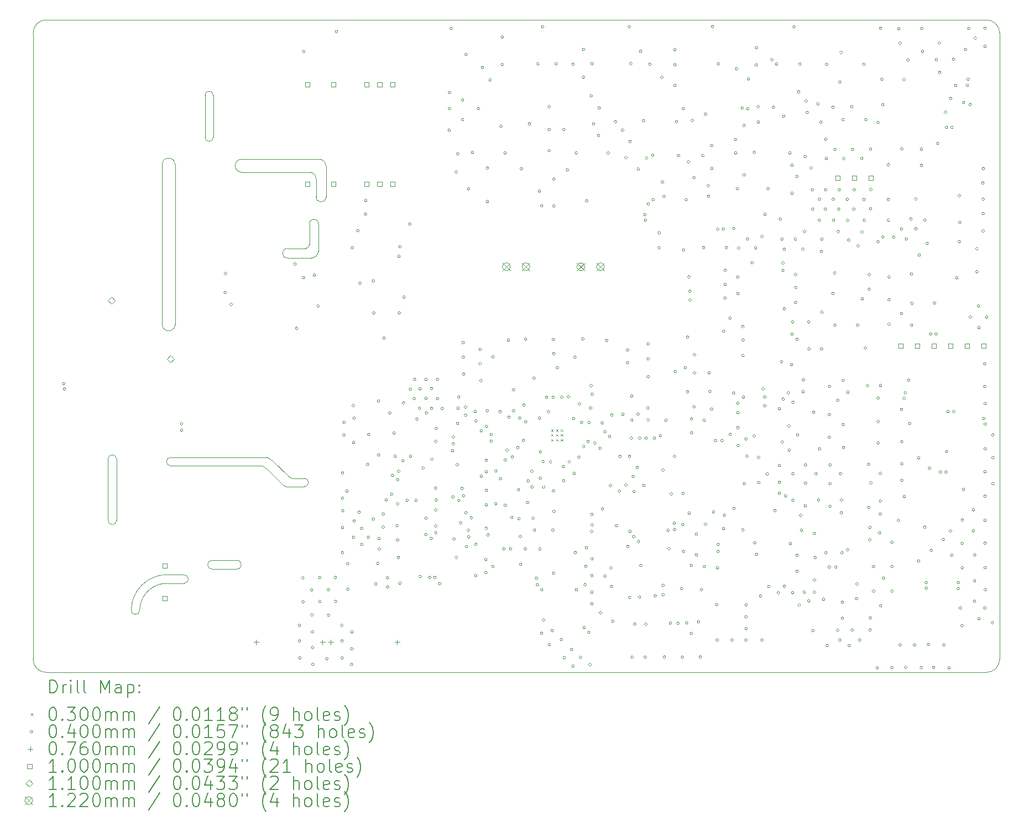
<source format=gbr>
%TF.GenerationSoftware,KiCad,Pcbnew,8.0.2*%
%TF.CreationDate,2025-02-27T21:24:37+01:00*%
%TF.ProjectId,Master_FT25,4d617374-6572-45f4-9654-32352e6b6963,rev?*%
%TF.SameCoordinates,Original*%
%TF.FileFunction,Drillmap*%
%TF.FilePolarity,Positive*%
%FSLAX45Y45*%
G04 Gerber Fmt 4.5, Leading zero omitted, Abs format (unit mm)*
G04 Created by KiCad (PCBNEW 8.0.2) date 2025-02-27 21:24:37*
%MOMM*%
%LPD*%
G01*
G04 APERTURE LIST*
%ADD10C,0.100000*%
%ADD11C,0.200000*%
%ADD12C,0.110000*%
%ADD13C,0.122000*%
G04 APERTURE END LIST*
D10*
X7171808Y-12505192D02*
X7434808Y-12505192D01*
X9489474Y-7416196D02*
G75*
G02*
X9388696Y-7516974I-100774J-4D01*
G01*
X8630000Y-10705384D02*
G75*
G02*
X8708554Y-10756856I-55000J-169616D01*
G01*
X6269808Y-10600000D02*
G75*
G02*
X6400192Y-10600000I65192J0D01*
G01*
X9274808Y-10894808D02*
X9082434Y-10895943D01*
X5323945Y-3870149D02*
X19722550Y-3870149D01*
X9354868Y-6992500D02*
X9355046Y-7312494D01*
X8630000Y-10705384D02*
X7230190Y-10705192D01*
X9355046Y-7312494D02*
G75*
G02*
X9294994Y-7372546I-60056J4D01*
G01*
X9354868Y-6992500D02*
G75*
G02*
X9490046Y-6992500I67589J0D01*
G01*
X9607131Y-6585008D02*
G75*
G02*
X9457128Y-6585008I-75001J1D01*
G01*
X9490046Y-6992500D02*
X9489474Y-7416196D01*
X7434808Y-12374808D02*
X7176214Y-12372055D01*
X8242411Y-12152411D02*
G75*
G02*
X8242411Y-12287589I-1J-67589D01*
G01*
X8316583Y-6203624D02*
G75*
G02*
X8316583Y-6005456I-3J99084D01*
G01*
X9528719Y-6006014D02*
X8316583Y-6005459D01*
X5322550Y-13870149D02*
X19722551Y-13870149D01*
X8707273Y-10574529D02*
G75*
G02*
X8785827Y-10626001I-55003J-169622D01*
G01*
X8995000Y-11025000D02*
G75*
G02*
X8945000Y-10995000I20000J90000D01*
G01*
X5322550Y-13870149D02*
G75*
G02*
X5122551Y-13670149I1J199999D01*
G01*
X8242411Y-12152411D02*
X7862411Y-12152411D01*
X9457128Y-6305000D02*
X9457128Y-6585008D01*
X9015000Y-7517500D02*
G75*
G02*
X9015000Y-7372420I0J72540D01*
G01*
X5122551Y-4070153D02*
X5122551Y-13670149D01*
X9528719Y-6006014D02*
G75*
G02*
X9606904Y-6105000I-23569J-98986D01*
G01*
X8785827Y-10626001D02*
X9032434Y-10865943D01*
X7880301Y-5669701D02*
G75*
G02*
X7754699Y-5669701I-62801J2D01*
G01*
X9294994Y-7372546D02*
X9015000Y-7372414D01*
X9274808Y-10894808D02*
G75*
G02*
X9274808Y-11025192I2J-65192D01*
G01*
X6624616Y-12916886D02*
G75*
G02*
X7176214Y-12372055I551598J-6809D01*
G01*
X6755000Y-12916885D02*
G75*
G02*
X7171808Y-12505188I416810J-5145D01*
G01*
X8708554Y-10756856D02*
X8945000Y-10995000D01*
X9378143Y-6205000D02*
G75*
G02*
X9457126Y-6305000I-23813J-100000D01*
G01*
X8995000Y-11025000D02*
X9274808Y-11025192D01*
X7862411Y-12287589D02*
G75*
G02*
X7862411Y-12152411I-1J67589D01*
G01*
X6400000Y-10600000D02*
X6400000Y-11540000D01*
X9607500Y-6585008D02*
X9607500Y-6105000D01*
X7297264Y-8535917D02*
X7297500Y-6090000D01*
X8316583Y-6203624D02*
X9378143Y-6205000D01*
X19722550Y-3870149D02*
G75*
G02*
X19922559Y-4069304I11J-200001D01*
G01*
X6400192Y-11540000D02*
G75*
G02*
X6269808Y-11540000I-65192J0D01*
G01*
X7862411Y-12287946D02*
X8242411Y-12287589D01*
X7434808Y-12374808D02*
G75*
G02*
X7434808Y-12505192I2J-65192D01*
G01*
X7230190Y-10574808D02*
X8707273Y-10574529D01*
X7754699Y-5669701D02*
X7754699Y-5025299D01*
X19922551Y-13670153D02*
X19922551Y-4069304D01*
X7097500Y-6090000D02*
G75*
G02*
X7297500Y-6090000I100000J0D01*
G01*
X6755000Y-12916885D02*
G75*
G02*
X6624620Y-12916886I-65190J6D01*
G01*
X7097500Y-6090000D02*
X7099099Y-8535917D01*
X19922551Y-13670153D02*
G75*
G02*
X19722551Y-13870151I-200001J3D01*
G01*
X7880301Y-5025299D02*
X7880301Y-5669701D01*
X7754699Y-5025299D02*
G75*
G02*
X7880301Y-5025299I62801J-2D01*
G01*
X7297264Y-8535917D02*
G75*
G02*
X7099099Y-8535917I-99083J0D01*
G01*
X5122551Y-4070153D02*
G75*
G02*
X5323945Y-3870149I200022J-13D01*
G01*
X9082434Y-10895943D02*
G75*
G02*
X9032432Y-10865945I19996J90003D01*
G01*
X9015000Y-7517500D02*
X9388696Y-7516974D01*
X6269808Y-11540000D02*
X6269808Y-10600000D01*
X7230190Y-10705192D02*
G75*
G02*
X7230190Y-10574808I0J65192D01*
G01*
D11*
D10*
X13055000Y-10145000D02*
X13085000Y-10175000D01*
X13085000Y-10145000D02*
X13055000Y-10175000D01*
X13055000Y-10220000D02*
X13085000Y-10250000D01*
X13085000Y-10220000D02*
X13055000Y-10250000D01*
X13055000Y-10295000D02*
X13085000Y-10325000D01*
X13085000Y-10295000D02*
X13055000Y-10325000D01*
X13130000Y-10145000D02*
X13160000Y-10175000D01*
X13160000Y-10145000D02*
X13130000Y-10175000D01*
X13130000Y-10220000D02*
X13160000Y-10250000D01*
X13160000Y-10220000D02*
X13130000Y-10250000D01*
X13130000Y-10295000D02*
X13160000Y-10325000D01*
X13160000Y-10295000D02*
X13130000Y-10325000D01*
X13205000Y-10145000D02*
X13235000Y-10175000D01*
X13235000Y-10145000D02*
X13205000Y-10175000D01*
X13205000Y-10220000D02*
X13235000Y-10250000D01*
X13235000Y-10220000D02*
X13205000Y-10250000D01*
X13205000Y-10295000D02*
X13235000Y-10325000D01*
X13235000Y-10295000D02*
X13205000Y-10325000D01*
X5610000Y-9445000D02*
G75*
G02*
X5570000Y-9445000I-20000J0D01*
G01*
X5570000Y-9445000D02*
G75*
G02*
X5610000Y-9445000I20000J0D01*
G01*
X5622021Y-9529146D02*
G75*
G02*
X5582021Y-9529146I-20000J0D01*
G01*
X5582021Y-9529146D02*
G75*
G02*
X5622021Y-9529146I20000J0D01*
G01*
X7415000Y-10060000D02*
G75*
G02*
X7375000Y-10060000I-20000J0D01*
G01*
X7375000Y-10060000D02*
G75*
G02*
X7415000Y-10060000I20000J0D01*
G01*
X7415000Y-10160000D02*
G75*
G02*
X7375000Y-10160000I-20000J0D01*
G01*
X7375000Y-10160000D02*
G75*
G02*
X7415000Y-10160000I20000J0D01*
G01*
X8083750Y-8047500D02*
G75*
G02*
X8043750Y-8047500I-20000J0D01*
G01*
X8043750Y-8047500D02*
G75*
G02*
X8083750Y-8047500I20000J0D01*
G01*
X8090000Y-7757500D02*
G75*
G02*
X8050000Y-7757500I-20000J0D01*
G01*
X8050000Y-7757500D02*
G75*
G02*
X8090000Y-7757500I20000J0D01*
G01*
X8175000Y-8230000D02*
G75*
G02*
X8135000Y-8230000I-20000J0D01*
G01*
X8135000Y-8230000D02*
G75*
G02*
X8175000Y-8230000I20000J0D01*
G01*
X9155000Y-7612500D02*
G75*
G02*
X9115000Y-7612500I-20000J0D01*
G01*
X9115000Y-7612500D02*
G75*
G02*
X9155000Y-7612500I20000J0D01*
G01*
X9177500Y-8597500D02*
G75*
G02*
X9137500Y-8597500I-20000J0D01*
G01*
X9137500Y-8597500D02*
G75*
G02*
X9177500Y-8597500I20000J0D01*
G01*
X9220000Y-13150000D02*
G75*
G02*
X9180000Y-13150000I-20000J0D01*
G01*
X9180000Y-13150000D02*
G75*
G02*
X9220000Y-13150000I20000J0D01*
G01*
X9222000Y-13389000D02*
G75*
G02*
X9182000Y-13389000I-20000J0D01*
G01*
X9182000Y-13389000D02*
G75*
G02*
X9222000Y-13389000I20000J0D01*
G01*
X9226000Y-13648000D02*
G75*
G02*
X9186000Y-13648000I-20000J0D01*
G01*
X9186000Y-13648000D02*
G75*
G02*
X9226000Y-13648000I20000J0D01*
G01*
X9274000Y-12422000D02*
G75*
G02*
X9234000Y-12422000I-20000J0D01*
G01*
X9234000Y-12422000D02*
G75*
G02*
X9274000Y-12422000I20000J0D01*
G01*
X9277000Y-12788000D02*
G75*
G02*
X9237000Y-12788000I-20000J0D01*
G01*
X9237000Y-12788000D02*
G75*
G02*
X9277000Y-12788000I20000J0D01*
G01*
X9282500Y-7820000D02*
G75*
G02*
X9242500Y-7820000I-20000J0D01*
G01*
X9242500Y-7820000D02*
G75*
G02*
X9282500Y-7820000I20000J0D01*
G01*
X9285000Y-4355000D02*
G75*
G02*
X9245000Y-4355000I-20000J0D01*
G01*
X9245000Y-4355000D02*
G75*
G02*
X9285000Y-4355000I20000J0D01*
G01*
X9408000Y-12606000D02*
G75*
G02*
X9368000Y-12606000I-20000J0D01*
G01*
X9368000Y-12606000D02*
G75*
G02*
X9408000Y-12606000I20000J0D01*
G01*
X9412000Y-12990000D02*
G75*
G02*
X9372000Y-12990000I-20000J0D01*
G01*
X9372000Y-12990000D02*
G75*
G02*
X9412000Y-12990000I20000J0D01*
G01*
X9420000Y-13250000D02*
G75*
G02*
X9380000Y-13250000I-20000J0D01*
G01*
X9380000Y-13250000D02*
G75*
G02*
X9420000Y-13250000I20000J0D01*
G01*
X9422000Y-13489000D02*
G75*
G02*
X9382000Y-13489000I-20000J0D01*
G01*
X9382000Y-13489000D02*
G75*
G02*
X9422000Y-13489000I20000J0D01*
G01*
X9426000Y-13748000D02*
G75*
G02*
X9386000Y-13748000I-20000J0D01*
G01*
X9386000Y-13748000D02*
G75*
G02*
X9426000Y-13748000I20000J0D01*
G01*
X9448750Y-7781250D02*
G75*
G02*
X9408750Y-7781250I-20000J0D01*
G01*
X9408750Y-7781250D02*
G75*
G02*
X9448750Y-7781250I20000J0D01*
G01*
X9505000Y-8255000D02*
G75*
G02*
X9465000Y-8255000I-20000J0D01*
G01*
X9465000Y-8255000D02*
G75*
G02*
X9505000Y-8255000I20000J0D01*
G01*
X9533000Y-12418000D02*
G75*
G02*
X9493000Y-12418000I-20000J0D01*
G01*
X9493000Y-12418000D02*
G75*
G02*
X9533000Y-12418000I20000J0D01*
G01*
X9536000Y-12784000D02*
G75*
G02*
X9496000Y-12784000I-20000J0D01*
G01*
X9496000Y-12784000D02*
G75*
G02*
X9536000Y-12784000I20000J0D01*
G01*
X9640000Y-13660000D02*
G75*
G02*
X9600000Y-13660000I-20000J0D01*
G01*
X9600000Y-13660000D02*
G75*
G02*
X9640000Y-13660000I20000J0D01*
G01*
X9663000Y-12604000D02*
G75*
G02*
X9623000Y-12604000I-20000J0D01*
G01*
X9623000Y-12604000D02*
G75*
G02*
X9663000Y-12604000I20000J0D01*
G01*
X9665000Y-12994000D02*
G75*
G02*
X9625000Y-12994000I-20000J0D01*
G01*
X9625000Y-12994000D02*
G75*
G02*
X9665000Y-12994000I20000J0D01*
G01*
X9772000Y-12416000D02*
G75*
G02*
X9732000Y-12416000I-20000J0D01*
G01*
X9732000Y-12416000D02*
G75*
G02*
X9772000Y-12416000I20000J0D01*
G01*
X9775000Y-12782000D02*
G75*
G02*
X9735000Y-12782000I-20000J0D01*
G01*
X9735000Y-12782000D02*
G75*
G02*
X9775000Y-12782000I20000J0D01*
G01*
X9788000Y-4052000D02*
G75*
G02*
X9748000Y-4052000I-20000J0D01*
G01*
X9748000Y-4052000D02*
G75*
G02*
X9788000Y-4052000I20000J0D01*
G01*
X9870000Y-13150000D02*
G75*
G02*
X9830000Y-13150000I-20000J0D01*
G01*
X9830000Y-13150000D02*
G75*
G02*
X9870000Y-13150000I20000J0D01*
G01*
X9872000Y-13389000D02*
G75*
G02*
X9832000Y-13389000I-20000J0D01*
G01*
X9832000Y-13389000D02*
G75*
G02*
X9872000Y-13389000I20000J0D01*
G01*
X9876000Y-13648000D02*
G75*
G02*
X9836000Y-13648000I-20000J0D01*
G01*
X9836000Y-13648000D02*
G75*
G02*
X9876000Y-13648000I20000J0D01*
G01*
X9880000Y-10815000D02*
G75*
G02*
X9840000Y-10815000I-20000J0D01*
G01*
X9840000Y-10815000D02*
G75*
G02*
X9880000Y-10815000I20000J0D01*
G01*
X9880000Y-11200000D02*
G75*
G02*
X9840000Y-11200000I-20000J0D01*
G01*
X9840000Y-11200000D02*
G75*
G02*
X9880000Y-11200000I20000J0D01*
G01*
X9880000Y-11650000D02*
G75*
G02*
X9840000Y-11650000I-20000J0D01*
G01*
X9840000Y-11650000D02*
G75*
G02*
X9880000Y-11650000I20000J0D01*
G01*
X9880000Y-12035000D02*
G75*
G02*
X9840000Y-12035000I-20000J0D01*
G01*
X9840000Y-12035000D02*
G75*
G02*
X9880000Y-12035000I20000J0D01*
G01*
X9885000Y-11394000D02*
G75*
G02*
X9845000Y-11394000I-20000J0D01*
G01*
X9845000Y-11394000D02*
G75*
G02*
X9885000Y-11394000I20000J0D01*
G01*
X9900000Y-10235000D02*
G75*
G02*
X9860000Y-10235000I-20000J0D01*
G01*
X9860000Y-10235000D02*
G75*
G02*
X9900000Y-10235000I20000J0D01*
G01*
X9905000Y-10040000D02*
G75*
G02*
X9865000Y-10040000I-20000J0D01*
G01*
X9865000Y-10040000D02*
G75*
G02*
X9905000Y-10040000I20000J0D01*
G01*
X9948000Y-11090000D02*
G75*
G02*
X9908000Y-11090000I-20000J0D01*
G01*
X9908000Y-11090000D02*
G75*
G02*
X9948000Y-11090000I20000J0D01*
G01*
X9960000Y-12205000D02*
G75*
G02*
X9920000Y-12205000I-20000J0D01*
G01*
X9920000Y-12205000D02*
G75*
G02*
X9960000Y-12205000I20000J0D01*
G01*
X9962000Y-12596000D02*
G75*
G02*
X9922000Y-12596000I-20000J0D01*
G01*
X9922000Y-12596000D02*
G75*
G02*
X9962000Y-12596000I20000J0D01*
G01*
X10020000Y-13748000D02*
G75*
G02*
X9980000Y-13748000I-20000J0D01*
G01*
X9980000Y-13748000D02*
G75*
G02*
X10020000Y-13748000I20000J0D01*
G01*
X10022000Y-13509000D02*
G75*
G02*
X9982000Y-13509000I-20000J0D01*
G01*
X9982000Y-13509000D02*
G75*
G02*
X10022000Y-13509000I20000J0D01*
G01*
X10026000Y-13250000D02*
G75*
G02*
X9986000Y-13250000I-20000J0D01*
G01*
X9986000Y-13250000D02*
G75*
G02*
X10026000Y-13250000I20000J0D01*
G01*
X10028750Y-7363750D02*
G75*
G02*
X9988750Y-7363750I-20000J0D01*
G01*
X9988750Y-7363750D02*
G75*
G02*
X10028750Y-7363750I20000J0D01*
G01*
X10045000Y-9780000D02*
G75*
G02*
X10005000Y-9780000I-20000J0D01*
G01*
X10005000Y-9780000D02*
G75*
G02*
X10045000Y-9780000I20000J0D01*
G01*
X10050000Y-10345000D02*
G75*
G02*
X10010000Y-10345000I-20000J0D01*
G01*
X10010000Y-10345000D02*
G75*
G02*
X10050000Y-10345000I20000J0D01*
G01*
X10050000Y-11800000D02*
G75*
G02*
X10010000Y-11800000I-20000J0D01*
G01*
X10010000Y-11800000D02*
G75*
G02*
X10050000Y-11800000I20000J0D01*
G01*
X10059000Y-11550000D02*
G75*
G02*
X10019000Y-11550000I-20000J0D01*
G01*
X10019000Y-11550000D02*
G75*
G02*
X10059000Y-11550000I20000J0D01*
G01*
X10060000Y-9975000D02*
G75*
G02*
X10020000Y-9975000I-20000J0D01*
G01*
X10020000Y-9975000D02*
G75*
G02*
X10060000Y-9975000I20000J0D01*
G01*
X10115000Y-7100000D02*
G75*
G02*
X10075000Y-7100000I-20000J0D01*
G01*
X10075000Y-7100000D02*
G75*
G02*
X10115000Y-7100000I20000J0D01*
G01*
X10136000Y-11415000D02*
G75*
G02*
X10096000Y-11415000I-20000J0D01*
G01*
X10096000Y-11415000D02*
G75*
G02*
X10136000Y-11415000I20000J0D01*
G01*
X10147500Y-7902500D02*
G75*
G02*
X10107500Y-7902500I-20000J0D01*
G01*
X10107500Y-7902500D02*
G75*
G02*
X10147500Y-7902500I20000J0D01*
G01*
X10175000Y-11665000D02*
G75*
G02*
X10135000Y-11665000I-20000J0D01*
G01*
X10135000Y-11665000D02*
G75*
G02*
X10175000Y-11665000I20000J0D01*
G01*
X10175000Y-11910000D02*
G75*
G02*
X10135000Y-11910000I-20000J0D01*
G01*
X10135000Y-11910000D02*
G75*
G02*
X10175000Y-11910000I20000J0D01*
G01*
X10232500Y-6847500D02*
G75*
G02*
X10192500Y-6847500I-20000J0D01*
G01*
X10192500Y-6847500D02*
G75*
G02*
X10232500Y-6847500I20000J0D01*
G01*
X10236250Y-6638750D02*
G75*
G02*
X10196250Y-6638750I-20000J0D01*
G01*
X10196250Y-6638750D02*
G75*
G02*
X10236250Y-6638750I20000J0D01*
G01*
X10265000Y-10681000D02*
G75*
G02*
X10225000Y-10681000I-20000J0D01*
G01*
X10225000Y-10681000D02*
G75*
G02*
X10265000Y-10681000I20000J0D01*
G01*
X10275000Y-11800000D02*
G75*
G02*
X10235000Y-11800000I-20000J0D01*
G01*
X10235000Y-11800000D02*
G75*
G02*
X10275000Y-11800000I20000J0D01*
G01*
X10280000Y-10224000D02*
G75*
G02*
X10240000Y-10224000I-20000J0D01*
G01*
X10240000Y-10224000D02*
G75*
G02*
X10280000Y-10224000I20000J0D01*
G01*
X10353015Y-11520485D02*
G75*
G02*
X10313015Y-11520485I-20000J0D01*
G01*
X10313015Y-11520485D02*
G75*
G02*
X10353015Y-11520485I20000J0D01*
G01*
X10353282Y-7872500D02*
G75*
G02*
X10313282Y-7872500I-20000J0D01*
G01*
X10313282Y-7872500D02*
G75*
G02*
X10353282Y-7872500I20000J0D01*
G01*
X10360000Y-8360000D02*
G75*
G02*
X10320000Y-8360000I-20000J0D01*
G01*
X10320000Y-8360000D02*
G75*
G02*
X10360000Y-8360000I20000J0D01*
G01*
X10390000Y-12515000D02*
G75*
G02*
X10350000Y-12515000I-20000J0D01*
G01*
X10350000Y-12515000D02*
G75*
G02*
X10390000Y-12515000I20000J0D01*
G01*
X10420000Y-12200000D02*
G75*
G02*
X10380000Y-12200000I-20000J0D01*
G01*
X10380000Y-12200000D02*
G75*
G02*
X10420000Y-12200000I20000J0D01*
G01*
X10432500Y-9712500D02*
G75*
G02*
X10392500Y-9712500I-20000J0D01*
G01*
X10392500Y-9712500D02*
G75*
G02*
X10432500Y-9712500I20000J0D01*
G01*
X10435000Y-10540000D02*
G75*
G02*
X10395000Y-10540000I-20000J0D01*
G01*
X10395000Y-10540000D02*
G75*
G02*
X10435000Y-10540000I20000J0D01*
G01*
X10440000Y-11820000D02*
G75*
G02*
X10400000Y-11820000I-20000J0D01*
G01*
X10400000Y-11820000D02*
G75*
G02*
X10440000Y-11820000I20000J0D01*
G01*
X10445000Y-11981000D02*
G75*
G02*
X10405000Y-11981000I-20000J0D01*
G01*
X10405000Y-11981000D02*
G75*
G02*
X10445000Y-11981000I20000J0D01*
G01*
X10504000Y-11644000D02*
G75*
G02*
X10464000Y-11644000I-20000J0D01*
G01*
X10464000Y-11644000D02*
G75*
G02*
X10504000Y-11644000I20000J0D01*
G01*
X10505000Y-11443000D02*
G75*
G02*
X10465000Y-11443000I-20000J0D01*
G01*
X10465000Y-11443000D02*
G75*
G02*
X10505000Y-11443000I20000J0D01*
G01*
X10515530Y-8746578D02*
G75*
G02*
X10475530Y-8746578I-20000J0D01*
G01*
X10475530Y-8746578D02*
G75*
G02*
X10515530Y-8746578I20000J0D01*
G01*
X10550165Y-11227500D02*
G75*
G02*
X10510165Y-11227500I-20000J0D01*
G01*
X10510165Y-11227500D02*
G75*
G02*
X10550165Y-11227500I20000J0D01*
G01*
X10570000Y-12420000D02*
G75*
G02*
X10530000Y-12420000I-20000J0D01*
G01*
X10530000Y-12420000D02*
G75*
G02*
X10570000Y-12420000I20000J0D01*
G01*
X10571000Y-12563000D02*
G75*
G02*
X10531000Y-12563000I-20000J0D01*
G01*
X10531000Y-12563000D02*
G75*
G02*
X10571000Y-12563000I20000J0D01*
G01*
X10604960Y-9892500D02*
G75*
G02*
X10564960Y-9892500I-20000J0D01*
G01*
X10564960Y-9892500D02*
G75*
G02*
X10604960Y-9892500I20000J0D01*
G01*
X10633793Y-11138793D02*
G75*
G02*
X10593793Y-11138793I-20000J0D01*
G01*
X10593793Y-11138793D02*
G75*
G02*
X10633793Y-11138793I20000J0D01*
G01*
X10645000Y-10850000D02*
G75*
G02*
X10605000Y-10850000I-20000J0D01*
G01*
X10605000Y-10850000D02*
G75*
G02*
X10645000Y-10850000I20000J0D01*
G01*
X10670000Y-10202500D02*
G75*
G02*
X10630000Y-10202500I-20000J0D01*
G01*
X10630000Y-10202500D02*
G75*
G02*
X10670000Y-10202500I20000J0D01*
G01*
X10687000Y-10558000D02*
G75*
G02*
X10647000Y-10558000I-20000J0D01*
G01*
X10647000Y-10558000D02*
G75*
G02*
X10687000Y-10558000I20000J0D01*
G01*
X10716265Y-11623735D02*
G75*
G02*
X10676265Y-11623735I-20000J0D01*
G01*
X10676265Y-11623735D02*
G75*
G02*
X10716265Y-11623735I20000J0D01*
G01*
X10725000Y-10916000D02*
G75*
G02*
X10685000Y-10916000I-20000J0D01*
G01*
X10685000Y-10916000D02*
G75*
G02*
X10725000Y-10916000I20000J0D01*
G01*
X10725000Y-11287149D02*
G75*
G02*
X10685000Y-11287149I-20000J0D01*
G01*
X10685000Y-11287149D02*
G75*
G02*
X10725000Y-11287149I20000J0D01*
G01*
X10725000Y-11840000D02*
G75*
G02*
X10685000Y-11840000I-20000J0D01*
G01*
X10685000Y-11840000D02*
G75*
G02*
X10725000Y-11840000I20000J0D01*
G01*
X10737000Y-12110000D02*
G75*
G02*
X10697000Y-12110000I-20000J0D01*
G01*
X10697000Y-12110000D02*
G75*
G02*
X10737000Y-12110000I20000J0D01*
G01*
X10740000Y-10788000D02*
G75*
G02*
X10700000Y-10788000I-20000J0D01*
G01*
X10700000Y-10788000D02*
G75*
G02*
X10740000Y-10788000I20000J0D01*
G01*
X10745000Y-7492500D02*
G75*
G02*
X10705000Y-7492500I-20000J0D01*
G01*
X10705000Y-7492500D02*
G75*
G02*
X10745000Y-7492500I20000J0D01*
G01*
X10750000Y-8360000D02*
G75*
G02*
X10710000Y-8360000I-20000J0D01*
G01*
X10710000Y-8360000D02*
G75*
G02*
X10750000Y-8360000I20000J0D01*
G01*
X10760000Y-7347500D02*
G75*
G02*
X10720000Y-7347500I-20000J0D01*
G01*
X10720000Y-7347500D02*
G75*
G02*
X10760000Y-7347500I20000J0D01*
G01*
X10760000Y-12505000D02*
G75*
G02*
X10720000Y-12505000I-20000J0D01*
G01*
X10720000Y-12505000D02*
G75*
G02*
X10760000Y-12505000I20000J0D01*
G01*
X10806000Y-10626000D02*
G75*
G02*
X10766000Y-10626000I-20000J0D01*
G01*
X10766000Y-10626000D02*
G75*
G02*
X10806000Y-10626000I20000J0D01*
G01*
X10815000Y-9740000D02*
G75*
G02*
X10775000Y-9740000I-20000J0D01*
G01*
X10775000Y-9740000D02*
G75*
G02*
X10815000Y-9740000I20000J0D01*
G01*
X10822500Y-8120000D02*
G75*
G02*
X10782500Y-8120000I-20000J0D01*
G01*
X10782500Y-8120000D02*
G75*
G02*
X10822500Y-8120000I20000J0D01*
G01*
X10870000Y-11235000D02*
G75*
G02*
X10830000Y-11235000I-20000J0D01*
G01*
X10830000Y-11235000D02*
G75*
G02*
X10870000Y-11235000I20000J0D01*
G01*
X10910848Y-7001087D02*
G75*
G02*
X10870848Y-7001087I-20000J0D01*
G01*
X10870848Y-7001087D02*
G75*
G02*
X10910848Y-7001087I20000J0D01*
G01*
X10920000Y-9530000D02*
G75*
G02*
X10880000Y-9530000I-20000J0D01*
G01*
X10880000Y-9530000D02*
G75*
G02*
X10920000Y-9530000I20000J0D01*
G01*
X10922000Y-10558500D02*
G75*
G02*
X10882000Y-10558500I-20000J0D01*
G01*
X10882000Y-10558500D02*
G75*
G02*
X10922000Y-10558500I20000J0D01*
G01*
X10980000Y-9675000D02*
G75*
G02*
X10940000Y-9675000I-20000J0D01*
G01*
X10940000Y-9675000D02*
G75*
G02*
X10980000Y-9675000I20000J0D01*
G01*
X10985000Y-9380000D02*
G75*
G02*
X10945000Y-9380000I-20000J0D01*
G01*
X10945000Y-9380000D02*
G75*
G02*
X10985000Y-9380000I20000J0D01*
G01*
X11005000Y-11235000D02*
G75*
G02*
X10965000Y-11235000I-20000J0D01*
G01*
X10965000Y-11235000D02*
G75*
G02*
X11005000Y-11235000I20000J0D01*
G01*
X11020000Y-9987500D02*
G75*
G02*
X10980000Y-9987500I-20000J0D01*
G01*
X10980000Y-9987500D02*
G75*
G02*
X11020000Y-9987500I20000J0D01*
G01*
X11059970Y-9822500D02*
G75*
G02*
X11019970Y-9822500I-20000J0D01*
G01*
X11019970Y-9822500D02*
G75*
G02*
X11059970Y-9822500I20000J0D01*
G01*
X11065000Y-9525000D02*
G75*
G02*
X11025000Y-9525000I-20000J0D01*
G01*
X11025000Y-9525000D02*
G75*
G02*
X11065000Y-9525000I20000J0D01*
G01*
X11070000Y-12400000D02*
G75*
G02*
X11030000Y-12400000I-20000J0D01*
G01*
X11030000Y-12400000D02*
G75*
G02*
X11070000Y-12400000I20000J0D01*
G01*
X11115000Y-10737500D02*
G75*
G02*
X11075000Y-10737500I-20000J0D01*
G01*
X11075000Y-10737500D02*
G75*
G02*
X11115000Y-10737500I20000J0D01*
G01*
X11157115Y-11759053D02*
G75*
G02*
X11117115Y-11759053I-20000J0D01*
G01*
X11117115Y-11759053D02*
G75*
G02*
X11157115Y-11759053I20000J0D01*
G01*
X11160000Y-11507500D02*
G75*
G02*
X11120000Y-11507500I-20000J0D01*
G01*
X11120000Y-11507500D02*
G75*
G02*
X11160000Y-11507500I20000J0D01*
G01*
X11160000Y-9380000D02*
G75*
G02*
X11120000Y-9380000I-20000J0D01*
G01*
X11120000Y-9380000D02*
G75*
G02*
X11160000Y-9380000I20000J0D01*
G01*
X11160000Y-9670000D02*
G75*
G02*
X11120000Y-9670000I-20000J0D01*
G01*
X11120000Y-9670000D02*
G75*
G02*
X11160000Y-9670000I20000J0D01*
G01*
X11165000Y-9894997D02*
G75*
G02*
X11125000Y-9894997I-20000J0D01*
G01*
X11125000Y-9894997D02*
G75*
G02*
X11165000Y-9894997I20000J0D01*
G01*
X11215000Y-12415000D02*
G75*
G02*
X11175000Y-12415000I-20000J0D01*
G01*
X11175000Y-12415000D02*
G75*
G02*
X11215000Y-12415000I20000J0D01*
G01*
X11240000Y-11815000D02*
G75*
G02*
X11200000Y-11815000I-20000J0D01*
G01*
X11200000Y-11815000D02*
G75*
G02*
X11240000Y-11815000I20000J0D01*
G01*
X11245000Y-9520000D02*
G75*
G02*
X11205000Y-9520000I-20000J0D01*
G01*
X11205000Y-9520000D02*
G75*
G02*
X11245000Y-9520000I20000J0D01*
G01*
X11245000Y-9825000D02*
G75*
G02*
X11205000Y-9825000I-20000J0D01*
G01*
X11205000Y-9825000D02*
G75*
G02*
X11245000Y-9825000I20000J0D01*
G01*
X11250000Y-10602500D02*
G75*
G02*
X11210000Y-10602500I-20000J0D01*
G01*
X11210000Y-10602500D02*
G75*
G02*
X11250000Y-10602500I20000J0D01*
G01*
X11295000Y-12415000D02*
G75*
G02*
X11255000Y-12415000I-20000J0D01*
G01*
X11255000Y-12415000D02*
G75*
G02*
X11295000Y-12415000I20000J0D01*
G01*
X11307500Y-11627082D02*
G75*
G02*
X11267500Y-11627082I-20000J0D01*
G01*
X11267500Y-11627082D02*
G75*
G02*
X11307500Y-11627082I20000J0D01*
G01*
X11307500Y-11045000D02*
G75*
G02*
X11267500Y-11045000I-20000J0D01*
G01*
X11267500Y-11045000D02*
G75*
G02*
X11307500Y-11045000I20000J0D01*
G01*
X11307500Y-11380000D02*
G75*
G02*
X11267500Y-11380000I-20000J0D01*
G01*
X11267500Y-11380000D02*
G75*
G02*
X11307500Y-11380000I20000J0D01*
G01*
X11307500Y-11732500D02*
G75*
G02*
X11267500Y-11732500I-20000J0D01*
G01*
X11267500Y-11732500D02*
G75*
G02*
X11307500Y-11732500I20000J0D01*
G01*
X11307500Y-10329867D02*
G75*
G02*
X11267500Y-10329867I-20000J0D01*
G01*
X11267500Y-10329867D02*
G75*
G02*
X11307500Y-10329867I20000J0D01*
G01*
X11315000Y-10132500D02*
G75*
G02*
X11275000Y-10132500I-20000J0D01*
G01*
X11275000Y-10132500D02*
G75*
G02*
X11315000Y-10132500I20000J0D01*
G01*
X11315000Y-11230000D02*
G75*
G02*
X11275000Y-11230000I-20000J0D01*
G01*
X11275000Y-11230000D02*
G75*
G02*
X11315000Y-11230000I20000J0D01*
G01*
X11335000Y-9380000D02*
G75*
G02*
X11295000Y-9380000I-20000J0D01*
G01*
X11295000Y-9380000D02*
G75*
G02*
X11335000Y-9380000I20000J0D01*
G01*
X11335000Y-9675000D02*
G75*
G02*
X11295000Y-9675000I-20000J0D01*
G01*
X11295000Y-9675000D02*
G75*
G02*
X11335000Y-9675000I20000J0D01*
G01*
X11368000Y-12510000D02*
G75*
G02*
X11328000Y-12510000I-20000J0D01*
G01*
X11328000Y-12510000D02*
G75*
G02*
X11368000Y-12510000I20000J0D01*
G01*
X11407500Y-9825000D02*
G75*
G02*
X11367500Y-9825000I-20000J0D01*
G01*
X11367500Y-9825000D02*
G75*
G02*
X11407500Y-9825000I20000J0D01*
G01*
X11515000Y-5560000D02*
G75*
G02*
X11475000Y-5560000I-20000J0D01*
G01*
X11475000Y-5560000D02*
G75*
G02*
X11515000Y-5560000I20000J0D01*
G01*
X11520000Y-4985000D02*
G75*
G02*
X11480000Y-4985000I-20000J0D01*
G01*
X11480000Y-4985000D02*
G75*
G02*
X11520000Y-4985000I20000J0D01*
G01*
X11520000Y-5230000D02*
G75*
G02*
X11480000Y-5230000I-20000J0D01*
G01*
X11480000Y-5230000D02*
G75*
G02*
X11520000Y-5230000I20000J0D01*
G01*
X11545000Y-4000000D02*
G75*
G02*
X11505000Y-4000000I-20000J0D01*
G01*
X11505000Y-4000000D02*
G75*
G02*
X11545000Y-4000000I20000J0D01*
G01*
X11565000Y-10472500D02*
G75*
G02*
X11525000Y-10472500I-20000J0D01*
G01*
X11525000Y-10472500D02*
G75*
G02*
X11565000Y-10472500I20000J0D01*
G01*
X11571859Y-11182175D02*
G75*
G02*
X11531859Y-11182175I-20000J0D01*
G01*
X11531859Y-11182175D02*
G75*
G02*
X11571859Y-11182175I20000J0D01*
G01*
X11577000Y-10366000D02*
G75*
G02*
X11537000Y-10366000I-20000J0D01*
G01*
X11537000Y-10366000D02*
G75*
G02*
X11577000Y-10366000I20000J0D01*
G01*
X11577500Y-10262500D02*
G75*
G02*
X11537500Y-10262500I-20000J0D01*
G01*
X11537500Y-10262500D02*
G75*
G02*
X11577500Y-10262500I20000J0D01*
G01*
X11590000Y-11825000D02*
G75*
G02*
X11550000Y-11825000I-20000J0D01*
G01*
X11550000Y-11825000D02*
G75*
G02*
X11590000Y-11825000I20000J0D01*
G01*
X11620000Y-6200000D02*
G75*
G02*
X11580000Y-6200000I-20000J0D01*
G01*
X11580000Y-6200000D02*
G75*
G02*
X11620000Y-6200000I20000J0D01*
G01*
X11622000Y-12108000D02*
G75*
G02*
X11582000Y-12108000I-20000J0D01*
G01*
X11582000Y-12108000D02*
G75*
G02*
X11622000Y-12108000I20000J0D01*
G01*
X11637500Y-10687000D02*
G75*
G02*
X11597500Y-10687000I-20000J0D01*
G01*
X11597500Y-10687000D02*
G75*
G02*
X11637500Y-10687000I20000J0D01*
G01*
X11642500Y-10055030D02*
G75*
G02*
X11602500Y-10055030I-20000J0D01*
G01*
X11602500Y-10055030D02*
G75*
G02*
X11642500Y-10055030I20000J0D01*
G01*
X11645000Y-5925000D02*
G75*
G02*
X11605000Y-5925000I-20000J0D01*
G01*
X11605000Y-5925000D02*
G75*
G02*
X11645000Y-5925000I20000J0D01*
G01*
X11650000Y-9820000D02*
G75*
G02*
X11610000Y-9820000I-20000J0D01*
G01*
X11610000Y-9820000D02*
G75*
G02*
X11650000Y-9820000I20000J0D01*
G01*
X11660000Y-9650000D02*
G75*
G02*
X11620000Y-9650000I-20000J0D01*
G01*
X11620000Y-9650000D02*
G75*
G02*
X11660000Y-9650000I20000J0D01*
G01*
X11662000Y-11235000D02*
G75*
G02*
X11622000Y-11235000I-20000J0D01*
G01*
X11622000Y-11235000D02*
G75*
G02*
X11662000Y-11235000I20000J0D01*
G01*
X11687500Y-11577483D02*
G75*
G02*
X11647500Y-11577483I-20000J0D01*
G01*
X11647500Y-11577483D02*
G75*
G02*
X11687500Y-11577483I20000J0D01*
G01*
X11710000Y-11052343D02*
G75*
G02*
X11670000Y-11052343I-20000J0D01*
G01*
X11670000Y-11052343D02*
G75*
G02*
X11710000Y-11052343I20000J0D01*
G01*
X11720000Y-5100000D02*
G75*
G02*
X11680000Y-5100000I-20000J0D01*
G01*
X11680000Y-5100000D02*
G75*
G02*
X11720000Y-5100000I20000J0D01*
G01*
X11720000Y-5400000D02*
G75*
G02*
X11680000Y-5400000I-20000J0D01*
G01*
X11680000Y-5400000D02*
G75*
G02*
X11720000Y-5400000I20000J0D01*
G01*
X11725000Y-8815000D02*
G75*
G02*
X11685000Y-8815000I-20000J0D01*
G01*
X11685000Y-8815000D02*
G75*
G02*
X11725000Y-8815000I20000J0D01*
G01*
X11730000Y-9040000D02*
G75*
G02*
X11690000Y-9040000I-20000J0D01*
G01*
X11690000Y-9040000D02*
G75*
G02*
X11730000Y-9040000I20000J0D01*
G01*
X11733899Y-11165498D02*
G75*
G02*
X11693899Y-11165498I-20000J0D01*
G01*
X11693899Y-11165498D02*
G75*
G02*
X11733899Y-11165498I20000J0D01*
G01*
X11735000Y-9300000D02*
G75*
G02*
X11695000Y-9300000I-20000J0D01*
G01*
X11695000Y-9300000D02*
G75*
G02*
X11735000Y-9300000I20000J0D01*
G01*
X11765000Y-9805000D02*
G75*
G02*
X11725000Y-9805000I-20000J0D01*
G01*
X11725000Y-9805000D02*
G75*
G02*
X11765000Y-9805000I20000J0D01*
G01*
X11765000Y-9930000D02*
G75*
G02*
X11725000Y-9930000I-20000J0D01*
G01*
X11725000Y-9930000D02*
G75*
G02*
X11765000Y-9930000I20000J0D01*
G01*
X11770000Y-4400000D02*
G75*
G02*
X11730000Y-4400000I-20000J0D01*
G01*
X11730000Y-4400000D02*
G75*
G02*
X11770000Y-4400000I20000J0D01*
G01*
X11771250Y-11425000D02*
G75*
G02*
X11731250Y-11425000I-20000J0D01*
G01*
X11731250Y-11425000D02*
G75*
G02*
X11771250Y-11425000I20000J0D01*
G01*
X11780000Y-11943000D02*
G75*
G02*
X11740000Y-11943000I-20000J0D01*
G01*
X11740000Y-11943000D02*
G75*
G02*
X11780000Y-11943000I20000J0D01*
G01*
X11805479Y-11694220D02*
G75*
G02*
X11765479Y-11694220I-20000J0D01*
G01*
X11765479Y-11694220D02*
G75*
G02*
X11805479Y-11694220I20000J0D01*
G01*
X11810000Y-6460000D02*
G75*
G02*
X11770000Y-6460000I-20000J0D01*
G01*
X11770000Y-6460000D02*
G75*
G02*
X11810000Y-6460000I20000J0D01*
G01*
X11814000Y-11793856D02*
G75*
G02*
X11774000Y-11793856I-20000J0D01*
G01*
X11774000Y-11793856D02*
G75*
G02*
X11814000Y-11793856I20000J0D01*
G01*
X11851360Y-11500000D02*
G75*
G02*
X11811360Y-11500000I-20000J0D01*
G01*
X11811360Y-11500000D02*
G75*
G02*
X11851360Y-11500000I20000J0D01*
G01*
X11870000Y-5900000D02*
G75*
G02*
X11830000Y-5900000I-20000J0D01*
G01*
X11830000Y-5900000D02*
G75*
G02*
X11870000Y-5900000I20000J0D01*
G01*
X11913235Y-9870765D02*
G75*
G02*
X11873235Y-9870765I-20000J0D01*
G01*
X11873235Y-9870765D02*
G75*
G02*
X11913235Y-9870765I20000J0D01*
G01*
X11921000Y-12388000D02*
G75*
G02*
X11881000Y-12388000I-20000J0D01*
G01*
X11881000Y-12388000D02*
G75*
G02*
X11921000Y-12388000I20000J0D01*
G01*
X11922765Y-11907765D02*
G75*
G02*
X11882765Y-11907765I-20000J0D01*
G01*
X11882765Y-11907765D02*
G75*
G02*
X11922765Y-11907765I20000J0D01*
G01*
X11925000Y-10016000D02*
G75*
G02*
X11885000Y-10016000I-20000J0D01*
G01*
X11885000Y-10016000D02*
G75*
G02*
X11925000Y-10016000I20000J0D01*
G01*
X11960000Y-5230000D02*
G75*
G02*
X11920000Y-5230000I-20000J0D01*
G01*
X11920000Y-5230000D02*
G75*
G02*
X11960000Y-5230000I20000J0D01*
G01*
X11987500Y-8922500D02*
G75*
G02*
X11947500Y-8922500I-20000J0D01*
G01*
X11947500Y-8922500D02*
G75*
G02*
X11987500Y-8922500I20000J0D01*
G01*
X11987500Y-9137500D02*
G75*
G02*
X11947500Y-9137500I-20000J0D01*
G01*
X11947500Y-9137500D02*
G75*
G02*
X11987500Y-9137500I20000J0D01*
G01*
X12000000Y-9400000D02*
G75*
G02*
X11960000Y-9400000I-20000J0D01*
G01*
X11960000Y-9400000D02*
G75*
G02*
X12000000Y-9400000I20000J0D01*
G01*
X12005000Y-10167500D02*
G75*
G02*
X11965000Y-10167500I-20000J0D01*
G01*
X11965000Y-10167500D02*
G75*
G02*
X12005000Y-10167500I20000J0D01*
G01*
X12005000Y-10862500D02*
G75*
G02*
X11965000Y-10862500I-20000J0D01*
G01*
X11965000Y-10862500D02*
G75*
G02*
X12005000Y-10862500I20000J0D01*
G01*
X12022500Y-4600000D02*
G75*
G02*
X11982500Y-4600000I-20000J0D01*
G01*
X11982500Y-4600000D02*
G75*
G02*
X12022500Y-4600000I20000J0D01*
G01*
X12075000Y-12140000D02*
G75*
G02*
X12035000Y-12140000I-20000J0D01*
G01*
X12035000Y-12140000D02*
G75*
G02*
X12075000Y-12140000I20000J0D01*
G01*
X12076000Y-12342000D02*
G75*
G02*
X12036000Y-12342000I-20000J0D01*
G01*
X12036000Y-12342000D02*
G75*
G02*
X12076000Y-12342000I20000J0D01*
G01*
X12080000Y-11661000D02*
G75*
G02*
X12040000Y-11661000I-20000J0D01*
G01*
X12040000Y-11661000D02*
G75*
G02*
X12080000Y-11661000I20000J0D01*
G01*
X12082500Y-10620000D02*
G75*
G02*
X12042500Y-10620000I-20000J0D01*
G01*
X12042500Y-10620000D02*
G75*
G02*
X12082500Y-10620000I20000J0D01*
G01*
X12082500Y-10794833D02*
G75*
G02*
X12042500Y-10794833I-20000J0D01*
G01*
X12042500Y-10794833D02*
G75*
G02*
X12082500Y-10794833I20000J0D01*
G01*
X12082500Y-11079500D02*
G75*
G02*
X12042500Y-11079500I-20000J0D01*
G01*
X12042500Y-11079500D02*
G75*
G02*
X12082500Y-11079500I20000J0D01*
G01*
X12082500Y-11302500D02*
G75*
G02*
X12042500Y-11302500I-20000J0D01*
G01*
X12042500Y-11302500D02*
G75*
G02*
X12082500Y-11302500I20000J0D01*
G01*
X12085000Y-10100000D02*
G75*
G02*
X12045000Y-10100000I-20000J0D01*
G01*
X12045000Y-10100000D02*
G75*
G02*
X12085000Y-10100000I20000J0D01*
G01*
X12097000Y-9860000D02*
G75*
G02*
X12057000Y-9860000I-20000J0D01*
G01*
X12057000Y-9860000D02*
G75*
G02*
X12097000Y-9860000I20000J0D01*
G01*
X12100000Y-6140000D02*
G75*
G02*
X12060000Y-6140000I-20000J0D01*
G01*
X12060000Y-6140000D02*
G75*
G02*
X12100000Y-6140000I20000J0D01*
G01*
X12100000Y-6655000D02*
G75*
G02*
X12060000Y-6655000I-20000J0D01*
G01*
X12060000Y-6655000D02*
G75*
G02*
X12100000Y-6655000I20000J0D01*
G01*
X12110000Y-11762500D02*
G75*
G02*
X12070000Y-11762500I-20000J0D01*
G01*
X12070000Y-11762500D02*
G75*
G02*
X12110000Y-11762500I20000J0D01*
G01*
X12140000Y-4792500D02*
G75*
G02*
X12100000Y-4792500I-20000J0D01*
G01*
X12100000Y-4792500D02*
G75*
G02*
X12140000Y-4792500I20000J0D01*
G01*
X12157500Y-10225000D02*
G75*
G02*
X12117500Y-10225000I-20000J0D01*
G01*
X12117500Y-10225000D02*
G75*
G02*
X12157500Y-10225000I20000J0D01*
G01*
X12157500Y-10325000D02*
G75*
G02*
X12117500Y-10325000I-20000J0D01*
G01*
X12117500Y-10325000D02*
G75*
G02*
X12157500Y-10325000I20000J0D01*
G01*
X12180000Y-12250000D02*
G75*
G02*
X12140000Y-12250000I-20000J0D01*
G01*
X12140000Y-12250000D02*
G75*
G02*
X12180000Y-12250000I20000J0D01*
G01*
X12185000Y-9035000D02*
G75*
G02*
X12145000Y-9035000I-20000J0D01*
G01*
X12145000Y-9035000D02*
G75*
G02*
X12185000Y-9035000I20000J0D01*
G01*
X12227500Y-10785000D02*
G75*
G02*
X12187500Y-10785000I-20000J0D01*
G01*
X12187500Y-10785000D02*
G75*
G02*
X12227500Y-10785000I20000J0D01*
G01*
X12227500Y-11285000D02*
G75*
G02*
X12187500Y-11285000I-20000J0D01*
G01*
X12187500Y-11285000D02*
G75*
G02*
X12227500Y-11285000I20000J0D01*
G01*
X12295000Y-9875000D02*
G75*
G02*
X12255000Y-9875000I-20000J0D01*
G01*
X12255000Y-9875000D02*
G75*
G02*
X12295000Y-9875000I20000J0D01*
G01*
X12300000Y-10902000D02*
G75*
G02*
X12260000Y-10902000I-20000J0D01*
G01*
X12260000Y-10902000D02*
G75*
G02*
X12300000Y-10902000I20000J0D01*
G01*
X12309000Y-5501000D02*
G75*
G02*
X12269000Y-5501000I-20000J0D01*
G01*
X12269000Y-5501000D02*
G75*
G02*
X12309000Y-5501000I20000J0D01*
G01*
X12325000Y-4555000D02*
G75*
G02*
X12285000Y-4555000I-20000J0D01*
G01*
X12285000Y-4555000D02*
G75*
G02*
X12325000Y-4555000I20000J0D01*
G01*
X12327500Y-4132500D02*
G75*
G02*
X12287500Y-4132500I-20000J0D01*
G01*
X12287500Y-4132500D02*
G75*
G02*
X12327500Y-4132500I20000J0D01*
G01*
X12351816Y-11978808D02*
G75*
G02*
X12311816Y-11978808I-20000J0D01*
G01*
X12311816Y-11978808D02*
G75*
G02*
X12351816Y-11978808I20000J0D01*
G01*
X12370000Y-5910000D02*
G75*
G02*
X12330000Y-5910000I-20000J0D01*
G01*
X12330000Y-5910000D02*
G75*
G02*
X12370000Y-5910000I20000J0D01*
G01*
X12372500Y-10615000D02*
G75*
G02*
X12332500Y-10615000I-20000J0D01*
G01*
X12332500Y-10615000D02*
G75*
G02*
X12372500Y-10615000I20000J0D01*
G01*
X12373027Y-11307500D02*
G75*
G02*
X12333027Y-11307500I-20000J0D01*
G01*
X12333027Y-11307500D02*
G75*
G02*
X12373027Y-11307500I20000J0D01*
G01*
X12400000Y-10465000D02*
G75*
G02*
X12360000Y-10465000I-20000J0D01*
G01*
X12360000Y-10465000D02*
G75*
G02*
X12400000Y-10465000I20000J0D01*
G01*
X12420000Y-8780000D02*
G75*
G02*
X12380000Y-8780000I-20000J0D01*
G01*
X12380000Y-8780000D02*
G75*
G02*
X12420000Y-8780000I20000J0D01*
G01*
X12430000Y-9960000D02*
G75*
G02*
X12390000Y-9960000I-20000J0D01*
G01*
X12390000Y-9960000D02*
G75*
G02*
X12430000Y-9960000I20000J0D01*
G01*
X12454000Y-11978808D02*
G75*
G02*
X12414000Y-11978808I-20000J0D01*
G01*
X12414000Y-11978808D02*
G75*
G02*
X12454000Y-11978808I20000J0D01*
G01*
X12472500Y-11495000D02*
G75*
G02*
X12432500Y-11495000I-20000J0D01*
G01*
X12432500Y-11495000D02*
G75*
G02*
X12472500Y-11495000I20000J0D01*
G01*
X12480000Y-10570000D02*
G75*
G02*
X12440000Y-10570000I-20000J0D01*
G01*
X12440000Y-10570000D02*
G75*
G02*
X12480000Y-10570000I20000J0D01*
G01*
X12500000Y-9540000D02*
G75*
G02*
X12460000Y-9540000I-20000J0D01*
G01*
X12460000Y-9540000D02*
G75*
G02*
X12500000Y-9540000I20000J0D01*
G01*
X12500000Y-9862500D02*
G75*
G02*
X12460000Y-9862500I-20000J0D01*
G01*
X12460000Y-9862500D02*
G75*
G02*
X12500000Y-9862500I20000J0D01*
G01*
X12564000Y-10425000D02*
G75*
G02*
X12524000Y-10425000I-20000J0D01*
G01*
X12524000Y-10425000D02*
G75*
G02*
X12564000Y-10425000I20000J0D01*
G01*
X12574065Y-11071535D02*
G75*
G02*
X12534065Y-11071535I-20000J0D01*
G01*
X12534065Y-11071535D02*
G75*
G02*
X12574065Y-11071535I20000J0D01*
G01*
X12580000Y-11515000D02*
G75*
G02*
X12540000Y-11515000I-20000J0D01*
G01*
X12540000Y-11515000D02*
G75*
G02*
X12580000Y-11515000I20000J0D01*
G01*
X12595000Y-9970000D02*
G75*
G02*
X12555000Y-9970000I-20000J0D01*
G01*
X12555000Y-9970000D02*
G75*
G02*
X12595000Y-9970000I20000J0D01*
G01*
X12602383Y-11787383D02*
G75*
G02*
X12562383Y-11787383I-20000J0D01*
G01*
X12562383Y-11787383D02*
G75*
G02*
X12602383Y-11787383I20000J0D01*
G01*
X12608301Y-12213808D02*
G75*
G02*
X12568301Y-12213808I-20000J0D01*
G01*
X12568301Y-12213808D02*
G75*
G02*
X12608301Y-12213808I20000J0D01*
G01*
X12620000Y-6150000D02*
G75*
G02*
X12580000Y-6150000I-20000J0D01*
G01*
X12580000Y-6150000D02*
G75*
G02*
X12620000Y-6150000I20000J0D01*
G01*
X12653089Y-10315113D02*
G75*
G02*
X12613089Y-10315113I-20000J0D01*
G01*
X12613089Y-10315113D02*
G75*
G02*
X12653089Y-10315113I20000J0D01*
G01*
X12657500Y-9772500D02*
G75*
G02*
X12617500Y-9772500I-20000J0D01*
G01*
X12617500Y-9772500D02*
G75*
G02*
X12657500Y-9772500I20000J0D01*
G01*
X12680000Y-11978808D02*
G75*
G02*
X12640000Y-11978808I-20000J0D01*
G01*
X12640000Y-11978808D02*
G75*
G02*
X12680000Y-11978808I20000J0D01*
G01*
X12685000Y-8762500D02*
G75*
G02*
X12645000Y-8762500I-20000J0D01*
G01*
X12645000Y-8762500D02*
G75*
G02*
X12685000Y-8762500I20000J0D01*
G01*
X12685617Y-10029383D02*
G75*
G02*
X12645617Y-10029383I-20000J0D01*
G01*
X12645617Y-10029383D02*
G75*
G02*
X12685617Y-10029383I20000J0D01*
G01*
X12715000Y-11265000D02*
G75*
G02*
X12675000Y-11265000I-20000J0D01*
G01*
X12675000Y-11265000D02*
G75*
G02*
X12715000Y-11265000I20000J0D01*
G01*
X12725000Y-10935000D02*
G75*
G02*
X12685000Y-10935000I-20000J0D01*
G01*
X12685000Y-10935000D02*
G75*
G02*
X12725000Y-10935000I20000J0D01*
G01*
X12743000Y-5465000D02*
G75*
G02*
X12703000Y-5465000I-20000J0D01*
G01*
X12703000Y-5465000D02*
G75*
G02*
X12743000Y-5465000I20000J0D01*
G01*
X12780000Y-10789000D02*
G75*
G02*
X12740000Y-10789000I-20000J0D01*
G01*
X12740000Y-10789000D02*
G75*
G02*
X12780000Y-10789000I20000J0D01*
G01*
X12783000Y-11031000D02*
G75*
G02*
X12743000Y-11031000I-20000J0D01*
G01*
X12743000Y-11031000D02*
G75*
G02*
X12783000Y-11031000I20000J0D01*
G01*
X12800000Y-11507500D02*
G75*
G02*
X12760000Y-11507500I-20000J0D01*
G01*
X12760000Y-11507500D02*
G75*
G02*
X12800000Y-11507500I20000J0D01*
G01*
X12812500Y-9360000D02*
G75*
G02*
X12772500Y-9360000I-20000J0D01*
G01*
X12772500Y-9360000D02*
G75*
G02*
X12812500Y-9360000I20000J0D01*
G01*
X12820000Y-11690000D02*
G75*
G02*
X12780000Y-11690000I-20000J0D01*
G01*
X12780000Y-11690000D02*
G75*
G02*
X12820000Y-11690000I20000J0D01*
G01*
X12850185Y-12427495D02*
G75*
G02*
X12810185Y-12427495I-20000J0D01*
G01*
X12810185Y-12427495D02*
G75*
G02*
X12850185Y-12427495I20000J0D01*
G01*
X12867313Y-12526017D02*
G75*
G02*
X12827313Y-12526017I-20000J0D01*
G01*
X12827313Y-12526017D02*
G75*
G02*
X12867313Y-12526017I20000J0D01*
G01*
X12875000Y-4545000D02*
G75*
G02*
X12835000Y-4545000I-20000J0D01*
G01*
X12835000Y-4545000D02*
G75*
G02*
X12875000Y-4545000I20000J0D01*
G01*
X12895000Y-6492500D02*
G75*
G02*
X12855000Y-6492500I-20000J0D01*
G01*
X12855000Y-6492500D02*
G75*
G02*
X12895000Y-6492500I20000J0D01*
G01*
X12896367Y-9972643D02*
G75*
G02*
X12856367Y-9972643I-20000J0D01*
G01*
X12856367Y-9972643D02*
G75*
G02*
X12896367Y-9972643I20000J0D01*
G01*
X12900000Y-11980000D02*
G75*
G02*
X12860000Y-11980000I-20000J0D01*
G01*
X12860000Y-11980000D02*
G75*
G02*
X12900000Y-11980000I20000J0D01*
G01*
X12910000Y-10490000D02*
G75*
G02*
X12870000Y-10490000I-20000J0D01*
G01*
X12870000Y-10490000D02*
G75*
G02*
X12910000Y-10490000I20000J0D01*
G01*
X12910000Y-10894000D02*
G75*
G02*
X12870000Y-10894000I-20000J0D01*
G01*
X12870000Y-10894000D02*
G75*
G02*
X12910000Y-10894000I20000J0D01*
G01*
X12928000Y-13270000D02*
G75*
G02*
X12888000Y-13270000I-20000J0D01*
G01*
X12888000Y-13270000D02*
G75*
G02*
X12928000Y-13270000I20000J0D01*
G01*
X12930000Y-6720000D02*
G75*
G02*
X12890000Y-6720000I-20000J0D01*
G01*
X12890000Y-6720000D02*
G75*
G02*
X12930000Y-6720000I20000J0D01*
G01*
X12931063Y-12603062D02*
G75*
G02*
X12891063Y-12603062I-20000J0D01*
G01*
X12891063Y-12603062D02*
G75*
G02*
X12931063Y-12603062I20000J0D01*
G01*
X12945000Y-3975000D02*
G75*
G02*
X12905000Y-3975000I-20000J0D01*
G01*
X12905000Y-3975000D02*
G75*
G02*
X12945000Y-3975000I20000J0D01*
G01*
X12950000Y-10640000D02*
G75*
G02*
X12910000Y-10640000I-20000J0D01*
G01*
X12910000Y-10640000D02*
G75*
G02*
X12950000Y-10640000I20000J0D01*
G01*
X12960000Y-13065000D02*
G75*
G02*
X12920000Y-13065000I-20000J0D01*
G01*
X12920000Y-13065000D02*
G75*
G02*
X12960000Y-13065000I20000J0D01*
G01*
X12964000Y-11033000D02*
G75*
G02*
X12924000Y-11033000I-20000J0D01*
G01*
X12924000Y-11033000D02*
G75*
G02*
X12964000Y-11033000I20000J0D01*
G01*
X13005000Y-9655000D02*
G75*
G02*
X12965000Y-9655000I-20000J0D01*
G01*
X12965000Y-9655000D02*
G75*
G02*
X13005000Y-9655000I20000J0D01*
G01*
X13035000Y-9872500D02*
G75*
G02*
X12995000Y-9872500I-20000J0D01*
G01*
X12995000Y-9872500D02*
G75*
G02*
X13035000Y-9872500I20000J0D01*
G01*
X13045000Y-5200000D02*
G75*
G02*
X13005000Y-5200000I-20000J0D01*
G01*
X13005000Y-5200000D02*
G75*
G02*
X13045000Y-5200000I20000J0D01*
G01*
X13045000Y-5550000D02*
G75*
G02*
X13005000Y-5550000I-20000J0D01*
G01*
X13005000Y-5550000D02*
G75*
G02*
X13045000Y-5550000I20000J0D01*
G01*
X13045000Y-5875000D02*
G75*
G02*
X13005000Y-5875000I-20000J0D01*
G01*
X13005000Y-5875000D02*
G75*
G02*
X13045000Y-5875000I20000J0D01*
G01*
X13050000Y-13445000D02*
G75*
G02*
X13010000Y-13445000I-20000J0D01*
G01*
X13010000Y-13445000D02*
G75*
G02*
X13050000Y-13445000I20000J0D01*
G01*
X13067500Y-10643750D02*
G75*
G02*
X13027500Y-10643750I-20000J0D01*
G01*
X13027500Y-10643750D02*
G75*
G02*
X13067500Y-10643750I20000J0D01*
G01*
X13090000Y-13230000D02*
G75*
G02*
X13050000Y-13230000I-20000J0D01*
G01*
X13050000Y-13230000D02*
G75*
G02*
X13090000Y-13230000I20000J0D01*
G01*
X13100000Y-11690000D02*
G75*
G02*
X13060000Y-11690000I-20000J0D01*
G01*
X13060000Y-11690000D02*
G75*
G02*
X13100000Y-11690000I20000J0D01*
G01*
X13105000Y-9655000D02*
G75*
G02*
X13065000Y-9655000I-20000J0D01*
G01*
X13065000Y-9655000D02*
G75*
G02*
X13105000Y-9655000I20000J0D01*
G01*
X13110000Y-8770000D02*
G75*
G02*
X13070000Y-8770000I-20000J0D01*
G01*
X13070000Y-8770000D02*
G75*
G02*
X13110000Y-8770000I20000J0D01*
G01*
X13110000Y-11090000D02*
G75*
G02*
X13070000Y-11090000I-20000J0D01*
G01*
X13070000Y-11090000D02*
G75*
G02*
X13110000Y-11090000I20000J0D01*
G01*
X13115000Y-8985000D02*
G75*
G02*
X13075000Y-8985000I-20000J0D01*
G01*
X13075000Y-8985000D02*
G75*
G02*
X13115000Y-8985000I20000J0D01*
G01*
X13115000Y-12350000D02*
G75*
G02*
X13075000Y-12350000I-20000J0D01*
G01*
X13075000Y-12350000D02*
G75*
G02*
X13115000Y-12350000I20000J0D01*
G01*
X13117500Y-6310000D02*
G75*
G02*
X13077500Y-6310000I-20000J0D01*
G01*
X13077500Y-6310000D02*
G75*
G02*
X13117500Y-6310000I20000J0D01*
G01*
X13117500Y-6722500D02*
G75*
G02*
X13077500Y-6722500I-20000J0D01*
G01*
X13077500Y-6722500D02*
G75*
G02*
X13117500Y-6722500I20000J0D01*
G01*
X13117500Y-11403000D02*
G75*
G02*
X13077500Y-11403000I-20000J0D01*
G01*
X13077500Y-11403000D02*
G75*
G02*
X13117500Y-11403000I20000J0D01*
G01*
X13150000Y-4545000D02*
G75*
G02*
X13110000Y-4545000I-20000J0D01*
G01*
X13110000Y-4545000D02*
G75*
G02*
X13150000Y-4545000I20000J0D01*
G01*
X13167500Y-9200000D02*
G75*
G02*
X13127500Y-9200000I-20000J0D01*
G01*
X13127500Y-9200000D02*
G75*
G02*
X13167500Y-9200000I20000J0D01*
G01*
X13230000Y-13365000D02*
G75*
G02*
X13190000Y-13365000I-20000J0D01*
G01*
X13190000Y-13365000D02*
G75*
G02*
X13230000Y-13365000I20000J0D01*
G01*
X13238847Y-9652472D02*
G75*
G02*
X13198847Y-9652472I-20000J0D01*
G01*
X13198847Y-9652472D02*
G75*
G02*
X13238847Y-9652472I20000J0D01*
G01*
X13262515Y-10714985D02*
G75*
G02*
X13222515Y-10714985I-20000J0D01*
G01*
X13222515Y-10714985D02*
G75*
G02*
X13262515Y-10714985I20000J0D01*
G01*
X13266250Y-10933750D02*
G75*
G02*
X13226250Y-10933750I-20000J0D01*
G01*
X13226250Y-10933750D02*
G75*
G02*
X13266250Y-10933750I20000J0D01*
G01*
X13270000Y-5550000D02*
G75*
G02*
X13230000Y-5550000I-20000J0D01*
G01*
X13230000Y-5550000D02*
G75*
G02*
X13270000Y-5550000I20000J0D01*
G01*
X13275000Y-13645000D02*
G75*
G02*
X13235000Y-13645000I-20000J0D01*
G01*
X13235000Y-13645000D02*
G75*
G02*
X13275000Y-13645000I20000J0D01*
G01*
X13325000Y-6170000D02*
G75*
G02*
X13285000Y-6170000I-20000J0D01*
G01*
X13285000Y-6170000D02*
G75*
G02*
X13325000Y-6170000I20000J0D01*
G01*
X13340000Y-9645000D02*
G75*
G02*
X13300000Y-9645000I-20000J0D01*
G01*
X13300000Y-9645000D02*
G75*
G02*
X13340000Y-9645000I20000J0D01*
G01*
X13355000Y-10642967D02*
G75*
G02*
X13315000Y-10642967I-20000J0D01*
G01*
X13315000Y-10642967D02*
G75*
G02*
X13355000Y-10642967I20000J0D01*
G01*
X13390000Y-13520000D02*
G75*
G02*
X13350000Y-13520000I-20000J0D01*
G01*
X13350000Y-13520000D02*
G75*
G02*
X13390000Y-13520000I20000J0D01*
G01*
X13410000Y-4550000D02*
G75*
G02*
X13370000Y-4550000I-20000J0D01*
G01*
X13370000Y-4550000D02*
G75*
G02*
X13410000Y-4550000I20000J0D01*
G01*
X13410000Y-13775000D02*
G75*
G02*
X13370000Y-13775000I-20000J0D01*
G01*
X13370000Y-13775000D02*
G75*
G02*
X13410000Y-13775000I20000J0D01*
G01*
X13420000Y-9980000D02*
G75*
G02*
X13380000Y-9980000I-20000J0D01*
G01*
X13380000Y-9980000D02*
G75*
G02*
X13420000Y-9980000I20000J0D01*
G01*
X13429751Y-10820249D02*
G75*
G02*
X13389751Y-10820249I-20000J0D01*
G01*
X13389751Y-10820249D02*
G75*
G02*
X13429751Y-10820249I20000J0D01*
G01*
X13440000Y-9040000D02*
G75*
G02*
X13400000Y-9040000I-20000J0D01*
G01*
X13400000Y-9040000D02*
G75*
G02*
X13440000Y-9040000I20000J0D01*
G01*
X13445000Y-12034258D02*
G75*
G02*
X13405000Y-12034258I-20000J0D01*
G01*
X13405000Y-12034258D02*
G75*
G02*
X13445000Y-12034258I20000J0D01*
G01*
X13460000Y-5910000D02*
G75*
G02*
X13420000Y-5910000I-20000J0D01*
G01*
X13420000Y-5910000D02*
G75*
G02*
X13460000Y-5910000I20000J0D01*
G01*
X13462500Y-12603640D02*
G75*
G02*
X13422500Y-12603640I-20000J0D01*
G01*
X13422500Y-12603640D02*
G75*
G02*
X13462500Y-12603640I20000J0D01*
G01*
X13500000Y-10570467D02*
G75*
G02*
X13460000Y-10570467I-20000J0D01*
G01*
X13460000Y-10570467D02*
G75*
G02*
X13500000Y-10570467I20000J0D01*
G01*
X13510000Y-9755000D02*
G75*
G02*
X13470000Y-9755000I-20000J0D01*
G01*
X13470000Y-9755000D02*
G75*
G02*
X13510000Y-9755000I20000J0D01*
G01*
X13525000Y-13640000D02*
G75*
G02*
X13485000Y-13640000I-20000J0D01*
G01*
X13485000Y-13640000D02*
G75*
G02*
X13525000Y-13640000I20000J0D01*
G01*
X13542425Y-10037500D02*
G75*
G02*
X13502425Y-10037500I-20000J0D01*
G01*
X13502425Y-10037500D02*
G75*
G02*
X13542425Y-10037500I20000J0D01*
G01*
X13562500Y-8760000D02*
G75*
G02*
X13522500Y-8760000I-20000J0D01*
G01*
X13522500Y-8760000D02*
G75*
G02*
X13562500Y-8760000I20000J0D01*
G01*
X13570000Y-4325000D02*
G75*
G02*
X13530000Y-4325000I-20000J0D01*
G01*
X13530000Y-4325000D02*
G75*
G02*
X13570000Y-4325000I20000J0D01*
G01*
X13570000Y-4750000D02*
G75*
G02*
X13530000Y-4750000I-20000J0D01*
G01*
X13530000Y-4750000D02*
G75*
G02*
X13570000Y-4750000I20000J0D01*
G01*
X13575000Y-10407662D02*
G75*
G02*
X13535000Y-10407662I-20000J0D01*
G01*
X13535000Y-10407662D02*
G75*
G02*
X13575000Y-10407662I20000J0D01*
G01*
X13581455Y-13183544D02*
G75*
G02*
X13541455Y-13183544I-20000J0D01*
G01*
X13541455Y-13183544D02*
G75*
G02*
X13581455Y-13183544I20000J0D01*
G01*
X13595000Y-12525000D02*
G75*
G02*
X13555000Y-12525000I-20000J0D01*
G01*
X13555000Y-12525000D02*
G75*
G02*
X13595000Y-12525000I20000J0D01*
G01*
X13605000Y-12245000D02*
G75*
G02*
X13565000Y-12245000I-20000J0D01*
G01*
X13565000Y-12245000D02*
G75*
G02*
X13605000Y-12245000I20000J0D01*
G01*
X13615000Y-11960000D02*
G75*
G02*
X13575000Y-11960000I-20000J0D01*
G01*
X13575000Y-11960000D02*
G75*
G02*
X13615000Y-11960000I20000J0D01*
G01*
X13620000Y-6645000D02*
G75*
G02*
X13580000Y-6645000I-20000J0D01*
G01*
X13580000Y-6645000D02*
G75*
G02*
X13620000Y-6645000I20000J0D01*
G01*
X13640959Y-10332500D02*
G75*
G02*
X13600959Y-10332500I-20000J0D01*
G01*
X13600959Y-10332500D02*
G75*
G02*
X13640959Y-10332500I20000J0D01*
G01*
X13652166Y-13256044D02*
G75*
G02*
X13612166Y-13256044I-20000J0D01*
G01*
X13612166Y-13256044D02*
G75*
G02*
X13652166Y-13256044I20000J0D01*
G01*
X13653765Y-10041235D02*
G75*
G02*
X13613765Y-10041235I-20000J0D01*
G01*
X13613765Y-10041235D02*
G75*
G02*
X13653765Y-10041235I20000J0D01*
G01*
X13670000Y-13750000D02*
G75*
G02*
X13630000Y-13750000I-20000J0D01*
G01*
X13630000Y-13750000D02*
G75*
G02*
X13670000Y-13750000I20000J0D01*
G01*
X13680000Y-9820000D02*
G75*
G02*
X13640000Y-9820000I-20000J0D01*
G01*
X13640000Y-9820000D02*
G75*
G02*
X13680000Y-9820000I20000J0D01*
G01*
X13687500Y-9475000D02*
G75*
G02*
X13647500Y-9475000I-20000J0D01*
G01*
X13647500Y-9475000D02*
G75*
G02*
X13687500Y-9475000I20000J0D01*
G01*
X13690000Y-5035000D02*
G75*
G02*
X13650000Y-5035000I-20000J0D01*
G01*
X13650000Y-5035000D02*
G75*
G02*
X13690000Y-5035000I20000J0D01*
G01*
X13695015Y-11709430D02*
G75*
G02*
X13655015Y-11709430I-20000J0D01*
G01*
X13655015Y-11709430D02*
G75*
G02*
X13695015Y-11709430I20000J0D01*
G01*
X13700000Y-4542500D02*
G75*
G02*
X13660000Y-4542500I-20000J0D01*
G01*
X13660000Y-4542500D02*
G75*
G02*
X13700000Y-4542500I20000J0D01*
G01*
X13700000Y-12130000D02*
G75*
G02*
X13660000Y-12130000I-20000J0D01*
G01*
X13660000Y-12130000D02*
G75*
G02*
X13700000Y-12130000I20000J0D01*
G01*
X13700000Y-12390000D02*
G75*
G02*
X13660000Y-12390000I-20000J0D01*
G01*
X13660000Y-12390000D02*
G75*
G02*
X13700000Y-12390000I20000J0D01*
G01*
X13700000Y-12640000D02*
G75*
G02*
X13660000Y-12640000I-20000J0D01*
G01*
X13660000Y-12640000D02*
G75*
G02*
X13700000Y-12640000I20000J0D01*
G01*
X13700000Y-12820000D02*
G75*
G02*
X13660000Y-12820000I-20000J0D01*
G01*
X13660000Y-12820000D02*
G75*
G02*
X13700000Y-12820000I20000J0D01*
G01*
X13700272Y-11449511D02*
G75*
G02*
X13660272Y-11449511I-20000J0D01*
G01*
X13660272Y-11449511D02*
G75*
G02*
X13700272Y-11449511I20000J0D01*
G01*
X13701697Y-11609653D02*
G75*
G02*
X13661697Y-11609653I-20000J0D01*
G01*
X13661697Y-11609653D02*
G75*
G02*
X13701697Y-11609653I20000J0D01*
G01*
X13705000Y-9605000D02*
G75*
G02*
X13665000Y-9605000I-20000J0D01*
G01*
X13665000Y-9605000D02*
G75*
G02*
X13705000Y-9605000I20000J0D01*
G01*
X13725000Y-5466000D02*
G75*
G02*
X13685000Y-5466000I-20000J0D01*
G01*
X13685000Y-5466000D02*
G75*
G02*
X13725000Y-5466000I20000J0D01*
G01*
X13745000Y-10355000D02*
G75*
G02*
X13705000Y-10355000I-20000J0D01*
G01*
X13705000Y-10355000D02*
G75*
G02*
X13745000Y-10355000I20000J0D01*
G01*
X13799000Y-5641000D02*
G75*
G02*
X13759000Y-5641000I-20000J0D01*
G01*
X13759000Y-5641000D02*
G75*
G02*
X13799000Y-5641000I20000J0D01*
G01*
X13810000Y-5220000D02*
G75*
G02*
X13770000Y-5220000I-20000J0D01*
G01*
X13770000Y-5220000D02*
G75*
G02*
X13810000Y-5220000I20000J0D01*
G01*
X13825000Y-10437500D02*
G75*
G02*
X13785000Y-10437500I-20000J0D01*
G01*
X13785000Y-10437500D02*
G75*
G02*
X13825000Y-10437500I20000J0D01*
G01*
X13830000Y-12956000D02*
G75*
G02*
X13790000Y-12956000I-20000J0D01*
G01*
X13790000Y-12956000D02*
G75*
G02*
X13830000Y-12956000I20000J0D01*
G01*
X13855000Y-10045000D02*
G75*
G02*
X13815000Y-10045000I-20000J0D01*
G01*
X13815000Y-10045000D02*
G75*
G02*
X13855000Y-10045000I20000J0D01*
G01*
X13862500Y-11365000D02*
G75*
G02*
X13822500Y-11365000I-20000J0D01*
G01*
X13822500Y-11365000D02*
G75*
G02*
X13862500Y-11365000I20000J0D01*
G01*
X13898781Y-10183719D02*
G75*
G02*
X13858781Y-10183719I-20000J0D01*
G01*
X13858781Y-10183719D02*
G75*
G02*
X13898781Y-10183719I20000J0D01*
G01*
X13900000Y-12395000D02*
G75*
G02*
X13860000Y-12395000I-20000J0D01*
G01*
X13860000Y-12395000D02*
G75*
G02*
X13900000Y-12395000I20000J0D01*
G01*
X13925000Y-8782500D02*
G75*
G02*
X13885000Y-8782500I-20000J0D01*
G01*
X13885000Y-8782500D02*
G75*
G02*
X13925000Y-8782500I20000J0D01*
G01*
X13950000Y-5910000D02*
G75*
G02*
X13910000Y-5910000I-20000J0D01*
G01*
X13910000Y-5910000D02*
G75*
G02*
X13950000Y-5910000I20000J0D01*
G01*
X13969491Y-10254430D02*
G75*
G02*
X13929491Y-10254430I-20000J0D01*
G01*
X13929491Y-10254430D02*
G75*
G02*
X13969491Y-10254430I20000J0D01*
G01*
X13983085Y-11008085D02*
G75*
G02*
X13943085Y-11008085I-20000J0D01*
G01*
X13943085Y-11008085D02*
G75*
G02*
X13983085Y-11008085I20000J0D01*
G01*
X13992500Y-12270000D02*
G75*
G02*
X13952500Y-12270000I-20000J0D01*
G01*
X13952500Y-12270000D02*
G75*
G02*
X13992500Y-12270000I20000J0D01*
G01*
X14000000Y-12555000D02*
G75*
G02*
X13960000Y-12555000I-20000J0D01*
G01*
X13960000Y-12555000D02*
G75*
G02*
X14000000Y-12555000I20000J0D01*
G01*
X14005000Y-9925000D02*
G75*
G02*
X13965000Y-9925000I-20000J0D01*
G01*
X13965000Y-9925000D02*
G75*
G02*
X14005000Y-9925000I20000J0D01*
G01*
X14020000Y-13085000D02*
G75*
G02*
X13980000Y-13085000I-20000J0D01*
G01*
X13980000Y-13085000D02*
G75*
G02*
X14020000Y-13085000I20000J0D01*
G01*
X14060000Y-5430000D02*
G75*
G02*
X14020000Y-5430000I-20000J0D01*
G01*
X14020000Y-5430000D02*
G75*
G02*
X14060000Y-5430000I20000J0D01*
G01*
X14075000Y-11623439D02*
G75*
G02*
X14035000Y-11623439I-20000J0D01*
G01*
X14035000Y-11623439D02*
G75*
G02*
X14075000Y-11623439I20000J0D01*
G01*
X14120000Y-11092000D02*
G75*
G02*
X14080000Y-11092000I-20000J0D01*
G01*
X14080000Y-11092000D02*
G75*
G02*
X14120000Y-11092000I20000J0D01*
G01*
X14131000Y-10560000D02*
G75*
G02*
X14091000Y-10560000I-20000J0D01*
G01*
X14091000Y-10560000D02*
G75*
G02*
X14131000Y-10560000I20000J0D01*
G01*
X14170000Y-5560000D02*
G75*
G02*
X14130000Y-5560000I-20000J0D01*
G01*
X14130000Y-5560000D02*
G75*
G02*
X14170000Y-5560000I20000J0D01*
G01*
X14175000Y-9915000D02*
G75*
G02*
X14135000Y-9915000I-20000J0D01*
G01*
X14135000Y-9915000D02*
G75*
G02*
X14175000Y-9915000I20000J0D01*
G01*
X14220000Y-11000000D02*
G75*
G02*
X14180000Y-11000000I-20000J0D01*
G01*
X14180000Y-11000000D02*
G75*
G02*
X14220000Y-11000000I20000J0D01*
G01*
X14221000Y-5980000D02*
G75*
G02*
X14181000Y-5980000I-20000J0D01*
G01*
X14181000Y-5980000D02*
G75*
G02*
X14221000Y-5980000I20000J0D01*
G01*
X14245000Y-9125000D02*
G75*
G02*
X14205000Y-9125000I-20000J0D01*
G01*
X14205000Y-9125000D02*
G75*
G02*
X14245000Y-9125000I20000J0D01*
G01*
X14247500Y-8930000D02*
G75*
G02*
X14207500Y-8930000I-20000J0D01*
G01*
X14207500Y-8930000D02*
G75*
G02*
X14247500Y-8930000I20000J0D01*
G01*
X14249282Y-11941463D02*
G75*
G02*
X14209282Y-11941463I-20000J0D01*
G01*
X14209282Y-11941463D02*
G75*
G02*
X14249282Y-11941463I20000J0D01*
G01*
X14270000Y-3975000D02*
G75*
G02*
X14230000Y-3975000I-20000J0D01*
G01*
X14230000Y-3975000D02*
G75*
G02*
X14270000Y-3975000I20000J0D01*
G01*
X14275000Y-10560000D02*
G75*
G02*
X14235000Y-10560000I-20000J0D01*
G01*
X14235000Y-10560000D02*
G75*
G02*
X14275000Y-10560000I20000J0D01*
G01*
X14277000Y-12723735D02*
G75*
G02*
X14237000Y-12723735I-20000J0D01*
G01*
X14237000Y-12723735D02*
G75*
G02*
X14277000Y-12723735I20000J0D01*
G01*
X14283000Y-11709430D02*
G75*
G02*
X14243000Y-11709430I-20000J0D01*
G01*
X14243000Y-11709430D02*
G75*
G02*
X14283000Y-11709430I20000J0D01*
G01*
X14284000Y-5734000D02*
G75*
G02*
X14244000Y-5734000I-20000J0D01*
G01*
X14244000Y-5734000D02*
G75*
G02*
X14284000Y-5734000I20000J0D01*
G01*
X14295000Y-4540000D02*
G75*
G02*
X14255000Y-4540000I-20000J0D01*
G01*
X14255000Y-4540000D02*
G75*
G02*
X14295000Y-4540000I20000J0D01*
G01*
X14305000Y-10280000D02*
G75*
G02*
X14265000Y-10280000I-20000J0D01*
G01*
X14265000Y-10280000D02*
G75*
G02*
X14305000Y-10280000I20000J0D01*
G01*
X14310000Y-9635000D02*
G75*
G02*
X14270000Y-9635000I-20000J0D01*
G01*
X14270000Y-9635000D02*
G75*
G02*
X14310000Y-9635000I20000J0D01*
G01*
X14310000Y-10005000D02*
G75*
G02*
X14270000Y-10005000I-20000J0D01*
G01*
X14270000Y-10005000D02*
G75*
G02*
X14310000Y-10005000I20000J0D01*
G01*
X14315000Y-13635149D02*
G75*
G02*
X14275000Y-13635149I-20000J0D01*
G01*
X14275000Y-13635149D02*
G75*
G02*
X14315000Y-13635149I20000J0D01*
G01*
X14332500Y-10867500D02*
G75*
G02*
X14292500Y-10867500I-20000J0D01*
G01*
X14292500Y-10867500D02*
G75*
G02*
X14332500Y-10867500I20000J0D01*
G01*
X14340955Y-11790924D02*
G75*
G02*
X14300955Y-11790924I-20000J0D01*
G01*
X14300955Y-11790924D02*
G75*
G02*
X14340955Y-11790924I20000J0D01*
G01*
X14345000Y-11100000D02*
G75*
G02*
X14305000Y-11100000I-20000J0D01*
G01*
X14305000Y-11100000D02*
G75*
G02*
X14345000Y-11100000I20000J0D01*
G01*
X14355000Y-13130000D02*
G75*
G02*
X14315000Y-13130000I-20000J0D01*
G01*
X14315000Y-13130000D02*
G75*
G02*
X14355000Y-13130000I20000J0D01*
G01*
X14395000Y-10730000D02*
G75*
G02*
X14355000Y-10730000I-20000J0D01*
G01*
X14355000Y-10730000D02*
G75*
G02*
X14395000Y-10730000I20000J0D01*
G01*
X14405000Y-9910000D02*
G75*
G02*
X14365000Y-9910000I-20000J0D01*
G01*
X14365000Y-9910000D02*
G75*
G02*
X14405000Y-9910000I20000J0D01*
G01*
X14409000Y-6157000D02*
G75*
G02*
X14369000Y-6157000I-20000J0D01*
G01*
X14369000Y-6157000D02*
G75*
G02*
X14409000Y-6157000I20000J0D01*
G01*
X14413455Y-11863424D02*
G75*
G02*
X14373455Y-11863424I-20000J0D01*
G01*
X14373455Y-11863424D02*
G75*
G02*
X14413455Y-11863424I20000J0D01*
G01*
X14429985Y-12717485D02*
G75*
G02*
X14389985Y-12717485I-20000J0D01*
G01*
X14389985Y-12717485D02*
G75*
G02*
X14429985Y-12717485I20000J0D01*
G01*
X14432500Y-10280000D02*
G75*
G02*
X14392500Y-10280000I-20000J0D01*
G01*
X14392500Y-10280000D02*
G75*
G02*
X14432500Y-10280000I20000J0D01*
G01*
X14445000Y-4350000D02*
G75*
G02*
X14405000Y-4350000I-20000J0D01*
G01*
X14405000Y-4350000D02*
G75*
G02*
X14445000Y-4350000I20000J0D01*
G01*
X14448765Y-12233765D02*
G75*
G02*
X14408765Y-12233765I-20000J0D01*
G01*
X14408765Y-12233765D02*
G75*
G02*
X14448765Y-12233765I20000J0D01*
G01*
X14490000Y-5415000D02*
G75*
G02*
X14450000Y-5415000I-20000J0D01*
G01*
X14450000Y-5415000D02*
G75*
G02*
X14490000Y-5415000I20000J0D01*
G01*
X14495000Y-11005000D02*
G75*
G02*
X14455000Y-11005000I-20000J0D01*
G01*
X14455000Y-11005000D02*
G75*
G02*
X14495000Y-11005000I20000J0D01*
G01*
X14511542Y-6855422D02*
G75*
G02*
X14471542Y-6855422I-20000J0D01*
G01*
X14471542Y-6855422D02*
G75*
G02*
X14511542Y-6855422I20000J0D01*
G01*
X14515000Y-13635000D02*
G75*
G02*
X14475000Y-13635000I-20000J0D01*
G01*
X14475000Y-13635000D02*
G75*
G02*
X14515000Y-13635000I20000J0D01*
G01*
X14520000Y-6940000D02*
G75*
G02*
X14480000Y-6940000I-20000J0D01*
G01*
X14480000Y-6940000D02*
G75*
G02*
X14520000Y-6940000I20000J0D01*
G01*
X14525000Y-13132500D02*
G75*
G02*
X14485000Y-13132500I-20000J0D01*
G01*
X14485000Y-13132500D02*
G75*
G02*
X14525000Y-13132500I20000J0D01*
G01*
X14530000Y-10280000D02*
G75*
G02*
X14490000Y-10280000I-20000J0D01*
G01*
X14490000Y-10280000D02*
G75*
G02*
X14530000Y-10280000I20000J0D01*
G01*
X14535000Y-5987500D02*
G75*
G02*
X14495000Y-5987500I-20000J0D01*
G01*
X14495000Y-5987500D02*
G75*
G02*
X14535000Y-5987500I20000J0D01*
G01*
X14557500Y-9820000D02*
G75*
G02*
X14517500Y-9820000I-20000J0D01*
G01*
X14517500Y-9820000D02*
G75*
G02*
X14557500Y-9820000I20000J0D01*
G01*
X14560000Y-8835000D02*
G75*
G02*
X14520000Y-8835000I-20000J0D01*
G01*
X14520000Y-8835000D02*
G75*
G02*
X14560000Y-8835000I20000J0D01*
G01*
X14560000Y-9065000D02*
G75*
G02*
X14520000Y-9065000I-20000J0D01*
G01*
X14520000Y-9065000D02*
G75*
G02*
X14560000Y-9065000I20000J0D01*
G01*
X14560000Y-10000000D02*
G75*
G02*
X14520000Y-10000000I-20000J0D01*
G01*
X14520000Y-10000000D02*
G75*
G02*
X14560000Y-10000000I20000J0D01*
G01*
X14561000Y-9338000D02*
G75*
G02*
X14521000Y-9338000I-20000J0D01*
G01*
X14521000Y-9338000D02*
G75*
G02*
X14561000Y-9338000I20000J0D01*
G01*
X14565000Y-6690000D02*
G75*
G02*
X14525000Y-6690000I-20000J0D01*
G01*
X14525000Y-6690000D02*
G75*
G02*
X14565000Y-6690000I20000J0D01*
G01*
X14587500Y-4550000D02*
G75*
G02*
X14547500Y-4550000I-20000J0D01*
G01*
X14547500Y-4550000D02*
G75*
G02*
X14587500Y-4550000I20000J0D01*
G01*
X14630000Y-5945000D02*
G75*
G02*
X14590000Y-5945000I-20000J0D01*
G01*
X14590000Y-5945000D02*
G75*
G02*
X14630000Y-5945000I20000J0D01*
G01*
X14637500Y-6627500D02*
G75*
G02*
X14597500Y-6627500I-20000J0D01*
G01*
X14597500Y-6627500D02*
G75*
G02*
X14637500Y-6627500I20000J0D01*
G01*
X14655000Y-10280000D02*
G75*
G02*
X14615000Y-10280000I-20000J0D01*
G01*
X14615000Y-10280000D02*
G75*
G02*
X14655000Y-10280000I20000J0D01*
G01*
X14670000Y-12695000D02*
G75*
G02*
X14630000Y-12695000I-20000J0D01*
G01*
X14630000Y-12695000D02*
G75*
G02*
X14670000Y-12695000I20000J0D01*
G01*
X14727500Y-7362500D02*
G75*
G02*
X14687500Y-7362500I-20000J0D01*
G01*
X14687500Y-7362500D02*
G75*
G02*
X14727500Y-7362500I20000J0D01*
G01*
X14730000Y-7135000D02*
G75*
G02*
X14690000Y-7135000I-20000J0D01*
G01*
X14690000Y-7135000D02*
G75*
G02*
X14730000Y-7135000I20000J0D01*
G01*
X14748101Y-10243500D02*
G75*
G02*
X14708101Y-10243500I-20000J0D01*
G01*
X14708101Y-10243500D02*
G75*
G02*
X14748101Y-10243500I20000J0D01*
G01*
X14770000Y-4750000D02*
G75*
G02*
X14730000Y-4750000I-20000J0D01*
G01*
X14730000Y-4750000D02*
G75*
G02*
X14770000Y-4750000I20000J0D01*
G01*
X14780000Y-6355000D02*
G75*
G02*
X14740000Y-6355000I-20000J0D01*
G01*
X14740000Y-6355000D02*
G75*
G02*
X14780000Y-6355000I20000J0D01*
G01*
X14787500Y-10772189D02*
G75*
G02*
X14747500Y-10772189I-20000J0D01*
G01*
X14747500Y-10772189D02*
G75*
G02*
X14787500Y-10772189I20000J0D01*
G01*
X14790000Y-12535000D02*
G75*
G02*
X14750000Y-12535000I-20000J0D01*
G01*
X14750000Y-12535000D02*
G75*
G02*
X14790000Y-12535000I20000J0D01*
G01*
X14790000Y-12680000D02*
G75*
G02*
X14750000Y-12680000I-20000J0D01*
G01*
X14750000Y-12680000D02*
G75*
G02*
X14790000Y-12680000I20000J0D01*
G01*
X14802000Y-6575000D02*
G75*
G02*
X14762000Y-6575000I-20000J0D01*
G01*
X14762000Y-6575000D02*
G75*
G02*
X14802000Y-6575000I20000J0D01*
G01*
X14810000Y-13635000D02*
G75*
G02*
X14770000Y-13635000I-20000J0D01*
G01*
X14770000Y-13635000D02*
G75*
G02*
X14810000Y-13635000I20000J0D01*
G01*
X14832500Y-10007500D02*
G75*
G02*
X14792500Y-10007500I-20000J0D01*
G01*
X14792500Y-10007500D02*
G75*
G02*
X14832500Y-10007500I20000J0D01*
G01*
X14866038Y-11692500D02*
G75*
G02*
X14826038Y-11692500I-20000J0D01*
G01*
X14826038Y-11692500D02*
G75*
G02*
X14866038Y-11692500I20000J0D01*
G01*
X14879735Y-11972265D02*
G75*
G02*
X14839735Y-11972265I-20000J0D01*
G01*
X14839735Y-11972265D02*
G75*
G02*
X14879735Y-11972265I20000J0D01*
G01*
X14900000Y-13115000D02*
G75*
G02*
X14860000Y-13115000I-20000J0D01*
G01*
X14860000Y-13115000D02*
G75*
G02*
X14900000Y-13115000I20000J0D01*
G01*
X14915000Y-11135000D02*
G75*
G02*
X14875000Y-11135000I-20000J0D01*
G01*
X14875000Y-11135000D02*
G75*
G02*
X14915000Y-11135000I20000J0D01*
G01*
X14961800Y-11583200D02*
G75*
G02*
X14921800Y-11583200I-20000J0D01*
G01*
X14921800Y-11583200D02*
G75*
G02*
X14961800Y-11583200I20000J0D01*
G01*
X14965000Y-10560000D02*
G75*
G02*
X14925000Y-10560000I-20000J0D01*
G01*
X14925000Y-10560000D02*
G75*
G02*
X14965000Y-10560000I20000J0D01*
G01*
X14965598Y-11683128D02*
G75*
G02*
X14925598Y-11683128I-20000J0D01*
G01*
X14925598Y-11683128D02*
G75*
G02*
X14965598Y-11683128I20000J0D01*
G01*
X14970000Y-4325000D02*
G75*
G02*
X14930000Y-4325000I-20000J0D01*
G01*
X14930000Y-4325000D02*
G75*
G02*
X14970000Y-4325000I20000J0D01*
G01*
X14970000Y-4560000D02*
G75*
G02*
X14930000Y-4560000I-20000J0D01*
G01*
X14930000Y-4560000D02*
G75*
G02*
X14970000Y-4560000I20000J0D01*
G01*
X14970000Y-4875000D02*
G75*
G02*
X14930000Y-4875000I-20000J0D01*
G01*
X14930000Y-4875000D02*
G75*
G02*
X14970000Y-4875000I20000J0D01*
G01*
X14975000Y-9260000D02*
G75*
G02*
X14935000Y-9260000I-20000J0D01*
G01*
X14935000Y-9260000D02*
G75*
G02*
X14975000Y-9260000I20000J0D01*
G01*
X14995000Y-5432000D02*
G75*
G02*
X14955000Y-5432000I-20000J0D01*
G01*
X14955000Y-5432000D02*
G75*
G02*
X14995000Y-5432000I20000J0D01*
G01*
X15017500Y-13117500D02*
G75*
G02*
X14977500Y-13117500I-20000J0D01*
G01*
X14977500Y-13117500D02*
G75*
G02*
X15017500Y-13117500I20000J0D01*
G01*
X15026000Y-5951000D02*
G75*
G02*
X14986000Y-5951000I-20000J0D01*
G01*
X14986000Y-5951000D02*
G75*
G02*
X15026000Y-5951000I20000J0D01*
G01*
X15075000Y-12585000D02*
G75*
G02*
X15035000Y-12585000I-20000J0D01*
G01*
X15035000Y-12585000D02*
G75*
G02*
X15075000Y-12585000I20000J0D01*
G01*
X15085000Y-13635149D02*
G75*
G02*
X15045000Y-13635149I-20000J0D01*
G01*
X15045000Y-13635149D02*
G75*
G02*
X15085000Y-13635149I20000J0D01*
G01*
X15090000Y-11605000D02*
G75*
G02*
X15050000Y-11605000I-20000J0D01*
G01*
X15050000Y-11605000D02*
G75*
G02*
X15090000Y-11605000I20000J0D01*
G01*
X15095000Y-11127530D02*
G75*
G02*
X15055000Y-11127530I-20000J0D01*
G01*
X15055000Y-11127530D02*
G75*
G02*
X15095000Y-11127530I20000J0D01*
G01*
X15100000Y-5230000D02*
G75*
G02*
X15060000Y-5230000I-20000J0D01*
G01*
X15060000Y-5230000D02*
G75*
G02*
X15100000Y-5230000I20000J0D01*
G01*
X15102500Y-12017500D02*
G75*
G02*
X15062500Y-12017500I-20000J0D01*
G01*
X15062500Y-12017500D02*
G75*
G02*
X15102500Y-12017500I20000J0D01*
G01*
X15103750Y-7396250D02*
G75*
G02*
X15063750Y-7396250I-20000J0D01*
G01*
X15063750Y-7396250D02*
G75*
G02*
X15103750Y-7396250I20000J0D01*
G01*
X15130000Y-9200000D02*
G75*
G02*
X15090000Y-9200000I-20000J0D01*
G01*
X15090000Y-9200000D02*
G75*
G02*
X15130000Y-9200000I20000J0D01*
G01*
X15142500Y-6625000D02*
G75*
G02*
X15102500Y-6625000I-20000J0D01*
G01*
X15102500Y-6625000D02*
G75*
G02*
X15142500Y-6625000I20000J0D01*
G01*
X15150000Y-13112500D02*
G75*
G02*
X15110000Y-13112500I-20000J0D01*
G01*
X15110000Y-13112500D02*
G75*
G02*
X15150000Y-13112500I20000J0D01*
G01*
X15165000Y-8732500D02*
G75*
G02*
X15125000Y-8732500I-20000J0D01*
G01*
X15125000Y-8732500D02*
G75*
G02*
X15165000Y-8732500I20000J0D01*
G01*
X15165000Y-9570000D02*
G75*
G02*
X15125000Y-9570000I-20000J0D01*
G01*
X15125000Y-9570000D02*
G75*
G02*
X15165000Y-9570000I20000J0D01*
G01*
X15177500Y-6047500D02*
G75*
G02*
X15137500Y-6047500I-20000J0D01*
G01*
X15137500Y-6047500D02*
G75*
G02*
X15177500Y-6047500I20000J0D01*
G01*
X15183799Y-7808799D02*
G75*
G02*
X15143799Y-7808799I-20000J0D01*
G01*
X15143799Y-7808799D02*
G75*
G02*
X15183799Y-7808799I20000J0D01*
G01*
X15190000Y-11430000D02*
G75*
G02*
X15150000Y-11430000I-20000J0D01*
G01*
X15150000Y-11430000D02*
G75*
G02*
X15190000Y-11430000I20000J0D01*
G01*
X15200000Y-8030000D02*
G75*
G02*
X15160000Y-8030000I-20000J0D01*
G01*
X15160000Y-8030000D02*
G75*
G02*
X15200000Y-8030000I20000J0D01*
G01*
X15202500Y-8162500D02*
G75*
G02*
X15162500Y-8162500I-20000J0D01*
G01*
X15162500Y-8162500D02*
G75*
G02*
X15202500Y-8162500I20000J0D01*
G01*
X15222176Y-13272500D02*
G75*
G02*
X15182176Y-13272500I-20000J0D01*
G01*
X15182176Y-13272500D02*
G75*
G02*
X15222176Y-13272500I20000J0D01*
G01*
X15222500Y-12232500D02*
G75*
G02*
X15182500Y-12232500I-20000J0D01*
G01*
X15182500Y-12232500D02*
G75*
G02*
X15222500Y-12232500I20000J0D01*
G01*
X15225000Y-9985000D02*
G75*
G02*
X15185000Y-9985000I-20000J0D01*
G01*
X15185000Y-9985000D02*
G75*
G02*
X15225000Y-9985000I20000J0D01*
G01*
X15227000Y-10200000D02*
G75*
G02*
X15187000Y-10200000I-20000J0D01*
G01*
X15187000Y-10200000D02*
G75*
G02*
X15227000Y-10200000I20000J0D01*
G01*
X15235000Y-5411000D02*
G75*
G02*
X15195000Y-5411000I-20000J0D01*
G01*
X15195000Y-5411000D02*
G75*
G02*
X15235000Y-5411000I20000J0D01*
G01*
X15265000Y-6287500D02*
G75*
G02*
X15225000Y-6287500I-20000J0D01*
G01*
X15225000Y-6287500D02*
G75*
G02*
X15265000Y-6287500I20000J0D01*
G01*
X15265000Y-9800000D02*
G75*
G02*
X15225000Y-9800000I-20000J0D01*
G01*
X15225000Y-9800000D02*
G75*
G02*
X15265000Y-9800000I20000J0D01*
G01*
X15270000Y-9000000D02*
G75*
G02*
X15230000Y-9000000I-20000J0D01*
G01*
X15230000Y-9000000D02*
G75*
G02*
X15270000Y-9000000I20000J0D01*
G01*
X15270000Y-9280000D02*
G75*
G02*
X15230000Y-9280000I-20000J0D01*
G01*
X15230000Y-9280000D02*
G75*
G02*
X15270000Y-9280000I20000J0D01*
G01*
X15300000Y-11750000D02*
G75*
G02*
X15260000Y-11750000I-20000J0D01*
G01*
X15260000Y-11750000D02*
G75*
G02*
X15300000Y-11750000I20000J0D01*
G01*
X15300000Y-12070000D02*
G75*
G02*
X15260000Y-12070000I-20000J0D01*
G01*
X15260000Y-12070000D02*
G75*
G02*
X15300000Y-12070000I20000J0D01*
G01*
X15332500Y-13095000D02*
G75*
G02*
X15292500Y-13095000I-20000J0D01*
G01*
X15292500Y-13095000D02*
G75*
G02*
X15332500Y-13095000I20000J0D01*
G01*
X15360000Y-13635000D02*
G75*
G02*
X15320000Y-13635000I-20000J0D01*
G01*
X15320000Y-13635000D02*
G75*
G02*
X15360000Y-13635000I20000J0D01*
G01*
X15377500Y-12602205D02*
G75*
G02*
X15337500Y-12602205I-20000J0D01*
G01*
X15337500Y-12602205D02*
G75*
G02*
X15377500Y-12602205I20000J0D01*
G01*
X15398000Y-5950000D02*
G75*
G02*
X15358000Y-5950000I-20000J0D01*
G01*
X15358000Y-5950000D02*
G75*
G02*
X15398000Y-5950000I20000J0D01*
G01*
X15410000Y-7360000D02*
G75*
G02*
X15370000Y-7360000I-20000J0D01*
G01*
X15370000Y-7360000D02*
G75*
G02*
X15410000Y-7360000I20000J0D01*
G01*
X15419735Y-10007265D02*
G75*
G02*
X15379735Y-10007265I-20000J0D01*
G01*
X15379735Y-10007265D02*
G75*
G02*
X15419735Y-10007265I20000J0D01*
G01*
X15420000Y-12250000D02*
G75*
G02*
X15380000Y-12250000I-20000J0D01*
G01*
X15380000Y-12250000D02*
G75*
G02*
X15420000Y-12250000I20000J0D01*
G01*
X15440000Y-5315000D02*
G75*
G02*
X15400000Y-5315000I-20000J0D01*
G01*
X15400000Y-5315000D02*
G75*
G02*
X15440000Y-5315000I20000J0D01*
G01*
X15440000Y-11600000D02*
G75*
G02*
X15400000Y-11600000I-20000J0D01*
G01*
X15400000Y-11600000D02*
G75*
G02*
X15440000Y-11600000I20000J0D01*
G01*
X15480000Y-6410000D02*
G75*
G02*
X15440000Y-6410000I-20000J0D01*
G01*
X15440000Y-6410000D02*
G75*
G02*
X15480000Y-6410000I20000J0D01*
G01*
X15485000Y-6572500D02*
G75*
G02*
X15445000Y-6572500I-20000J0D01*
G01*
X15445000Y-6572500D02*
G75*
G02*
X15485000Y-6572500I20000J0D01*
G01*
X15495000Y-9280000D02*
G75*
G02*
X15455000Y-9280000I-20000J0D01*
G01*
X15455000Y-9280000D02*
G75*
G02*
X15495000Y-9280000I20000J0D01*
G01*
X15505000Y-9565000D02*
G75*
G02*
X15465000Y-9565000I-20000J0D01*
G01*
X15465000Y-9565000D02*
G75*
G02*
X15505000Y-9565000I20000J0D01*
G01*
X15530000Y-9835000D02*
G75*
G02*
X15490000Y-9835000I-20000J0D01*
G01*
X15490000Y-9835000D02*
G75*
G02*
X15530000Y-9835000I20000J0D01*
G01*
X15535000Y-5796000D02*
G75*
G02*
X15495000Y-5796000I-20000J0D01*
G01*
X15495000Y-5796000D02*
G75*
G02*
X15535000Y-5796000I20000J0D01*
G01*
X15537500Y-6147500D02*
G75*
G02*
X15497500Y-6147500I-20000J0D01*
G01*
X15497500Y-6147500D02*
G75*
G02*
X15537500Y-6147500I20000J0D01*
G01*
X15545000Y-3975000D02*
G75*
G02*
X15505000Y-3975000I-20000J0D01*
G01*
X15505000Y-3975000D02*
G75*
G02*
X15545000Y-3975000I20000J0D01*
G01*
X15561000Y-11412000D02*
G75*
G02*
X15521000Y-11412000I-20000J0D01*
G01*
X15521000Y-11412000D02*
G75*
G02*
X15561000Y-11412000I20000J0D01*
G01*
X15589873Y-10317404D02*
G75*
G02*
X15549873Y-10317404I-20000J0D01*
G01*
X15549873Y-10317404D02*
G75*
G02*
X15589873Y-10317404I20000J0D01*
G01*
X15610000Y-12832500D02*
G75*
G02*
X15570000Y-12832500I-20000J0D01*
G01*
X15570000Y-12832500D02*
G75*
G02*
X15610000Y-12832500I20000J0D01*
G01*
X15620000Y-13375000D02*
G75*
G02*
X15580000Y-13375000I-20000J0D01*
G01*
X15580000Y-13375000D02*
G75*
G02*
X15620000Y-13375000I20000J0D01*
G01*
X15622500Y-12267500D02*
G75*
G02*
X15582500Y-12267500I-20000J0D01*
G01*
X15582500Y-12267500D02*
G75*
G02*
X15622500Y-12267500I20000J0D01*
G01*
X15627500Y-7080000D02*
G75*
G02*
X15587500Y-7080000I-20000J0D01*
G01*
X15587500Y-7080000D02*
G75*
G02*
X15627500Y-7080000I20000J0D01*
G01*
X15631250Y-11910250D02*
G75*
G02*
X15591250Y-11910250I-20000J0D01*
G01*
X15591250Y-11910250D02*
G75*
G02*
X15631250Y-11910250I20000J0D01*
G01*
X15631500Y-12017000D02*
G75*
G02*
X15591500Y-12017000I-20000J0D01*
G01*
X15591500Y-12017000D02*
G75*
G02*
X15631500Y-12017000I20000J0D01*
G01*
X15635000Y-4545000D02*
G75*
G02*
X15595000Y-4545000I-20000J0D01*
G01*
X15595000Y-4545000D02*
G75*
G02*
X15635000Y-4545000I20000J0D01*
G01*
X15692500Y-10317500D02*
G75*
G02*
X15652500Y-10317500I-20000J0D01*
G01*
X15652500Y-10317500D02*
G75*
G02*
X15692500Y-10317500I20000J0D01*
G01*
X15712500Y-7075000D02*
G75*
G02*
X15672500Y-7075000I-20000J0D01*
G01*
X15672500Y-7075000D02*
G75*
G02*
X15712500Y-7075000I20000J0D01*
G01*
X15715000Y-11667500D02*
G75*
G02*
X15675000Y-11667500I-20000J0D01*
G01*
X15675000Y-11667500D02*
G75*
G02*
X15715000Y-11667500I20000J0D01*
G01*
X15717500Y-8640000D02*
G75*
G02*
X15677500Y-8640000I-20000J0D01*
G01*
X15677500Y-8640000D02*
G75*
G02*
X15717500Y-8640000I20000J0D01*
G01*
X15727500Y-11460625D02*
G75*
G02*
X15687500Y-11460625I-20000J0D01*
G01*
X15687500Y-11460625D02*
G75*
G02*
X15727500Y-11460625I20000J0D01*
G01*
X15737500Y-8132500D02*
G75*
G02*
X15697500Y-8132500I-20000J0D01*
G01*
X15697500Y-8132500D02*
G75*
G02*
X15737500Y-8132500I20000J0D01*
G01*
X15740000Y-7925000D02*
G75*
G02*
X15700000Y-7925000I-20000J0D01*
G01*
X15700000Y-7925000D02*
G75*
G02*
X15740000Y-7925000I20000J0D01*
G01*
X15742500Y-7707500D02*
G75*
G02*
X15702500Y-7707500I-20000J0D01*
G01*
X15702500Y-7707500D02*
G75*
G02*
X15742500Y-7707500I20000J0D01*
G01*
X15760117Y-7360429D02*
G75*
G02*
X15720117Y-7360429I-20000J0D01*
G01*
X15720117Y-7360429D02*
G75*
G02*
X15760117Y-7360429I20000J0D01*
G01*
X15815000Y-8440000D02*
G75*
G02*
X15775000Y-8440000I-20000J0D01*
G01*
X15775000Y-8440000D02*
G75*
G02*
X15815000Y-8440000I20000J0D01*
G01*
X15817500Y-10222500D02*
G75*
G02*
X15777500Y-10222500I-20000J0D01*
G01*
X15777500Y-10222500D02*
G75*
G02*
X15817500Y-10222500I20000J0D01*
G01*
X15845000Y-13375000D02*
G75*
G02*
X15805000Y-13375000I-20000J0D01*
G01*
X15805000Y-13375000D02*
G75*
G02*
X15845000Y-13375000I20000J0D01*
G01*
X15869000Y-9590000D02*
G75*
G02*
X15829000Y-9590000I-20000J0D01*
G01*
X15829000Y-9590000D02*
G75*
G02*
X15869000Y-9590000I20000J0D01*
G01*
X15870000Y-7065000D02*
G75*
G02*
X15830000Y-7065000I-20000J0D01*
G01*
X15830000Y-7065000D02*
G75*
G02*
X15870000Y-7065000I20000J0D01*
G01*
X15875000Y-11358000D02*
G75*
G02*
X15835000Y-11358000I-20000J0D01*
G01*
X15835000Y-11358000D02*
G75*
G02*
X15875000Y-11358000I20000J0D01*
G01*
X15897000Y-5702000D02*
G75*
G02*
X15857000Y-5702000I-20000J0D01*
G01*
X15857000Y-5702000D02*
G75*
G02*
X15897000Y-5702000I20000J0D01*
G01*
X15900000Y-5910000D02*
G75*
G02*
X15860000Y-5910000I-20000J0D01*
G01*
X15860000Y-5910000D02*
G75*
G02*
X15900000Y-5910000I20000J0D01*
G01*
X15917500Y-4619559D02*
G75*
G02*
X15877500Y-4619559I-20000J0D01*
G01*
X15877500Y-4619559D02*
G75*
G02*
X15917500Y-4619559I20000J0D01*
G01*
X15930000Y-6455000D02*
G75*
G02*
X15890000Y-6455000I-20000J0D01*
G01*
X15890000Y-6455000D02*
G75*
G02*
X15930000Y-6455000I20000J0D01*
G01*
X15932000Y-9745000D02*
G75*
G02*
X15892000Y-9745000I-20000J0D01*
G01*
X15892000Y-9745000D02*
G75*
G02*
X15932000Y-9745000I20000J0D01*
G01*
X15932500Y-7812500D02*
G75*
G02*
X15892500Y-7812500I-20000J0D01*
G01*
X15892500Y-7812500D02*
G75*
G02*
X15932500Y-7812500I20000J0D01*
G01*
X15935000Y-8065000D02*
G75*
G02*
X15895000Y-8065000I-20000J0D01*
G01*
X15895000Y-8065000D02*
G75*
G02*
X15935000Y-8065000I20000J0D01*
G01*
X15935000Y-10121000D02*
G75*
G02*
X15895000Y-10121000I-20000J0D01*
G01*
X15895000Y-10121000D02*
G75*
G02*
X15935000Y-10121000I20000J0D01*
G01*
X15936000Y-9889765D02*
G75*
G02*
X15896000Y-9889765I-20000J0D01*
G01*
X15896000Y-9889765D02*
G75*
G02*
X15936000Y-9889765I20000J0D01*
G01*
X15938000Y-10396000D02*
G75*
G02*
X15898000Y-10396000I-20000J0D01*
G01*
X15898000Y-10396000D02*
G75*
G02*
X15938000Y-10396000I20000J0D01*
G01*
X15947500Y-7367500D02*
G75*
G02*
X15907500Y-7367500I-20000J0D01*
G01*
X15907500Y-7367500D02*
G75*
G02*
X15947500Y-7367500I20000J0D01*
G01*
X16001630Y-5220000D02*
G75*
G02*
X15961630Y-5220000I-20000J0D01*
G01*
X15961630Y-5220000D02*
G75*
G02*
X16001630Y-5220000I20000J0D01*
G01*
X16009000Y-11687500D02*
G75*
G02*
X15969000Y-11687500I-20000J0D01*
G01*
X15969000Y-11687500D02*
G75*
G02*
X16009000Y-11687500I20000J0D01*
G01*
X16010000Y-8570000D02*
G75*
G02*
X15970000Y-8570000I-20000J0D01*
G01*
X15970000Y-8570000D02*
G75*
G02*
X16010000Y-8570000I20000J0D01*
G01*
X16015000Y-8775000D02*
G75*
G02*
X15975000Y-8775000I-20000J0D01*
G01*
X15975000Y-8775000D02*
G75*
G02*
X16015000Y-8775000I20000J0D01*
G01*
X16015000Y-9012500D02*
G75*
G02*
X15975000Y-9012500I-20000J0D01*
G01*
X15975000Y-9012500D02*
G75*
G02*
X16015000Y-9012500I20000J0D01*
G01*
X16020000Y-9653000D02*
G75*
G02*
X15980000Y-9653000I-20000J0D01*
G01*
X15980000Y-9653000D02*
G75*
G02*
X16020000Y-9653000I20000J0D01*
G01*
X16030000Y-5489000D02*
G75*
G02*
X15990000Y-5489000I-20000J0D01*
G01*
X15990000Y-5489000D02*
G75*
G02*
X16030000Y-5489000I20000J0D01*
G01*
X16030000Y-6245000D02*
G75*
G02*
X15990000Y-6245000I-20000J0D01*
G01*
X15990000Y-6245000D02*
G75*
G02*
X16030000Y-6245000I20000J0D01*
G01*
X16034500Y-10977500D02*
G75*
G02*
X15994500Y-10977500I-20000J0D01*
G01*
X15994500Y-10977500D02*
G75*
G02*
X16034500Y-10977500I20000J0D01*
G01*
X16060000Y-10292000D02*
G75*
G02*
X16020000Y-10292000I-20000J0D01*
G01*
X16020000Y-10292000D02*
G75*
G02*
X16060000Y-10292000I20000J0D01*
G01*
X16060000Y-12835000D02*
G75*
G02*
X16020000Y-12835000I-20000J0D01*
G01*
X16020000Y-12835000D02*
G75*
G02*
X16060000Y-12835000I20000J0D01*
G01*
X16060000Y-13020000D02*
G75*
G02*
X16020000Y-13020000I-20000J0D01*
G01*
X16020000Y-13020000D02*
G75*
G02*
X16060000Y-13020000I20000J0D01*
G01*
X16060000Y-13200000D02*
G75*
G02*
X16020000Y-13200000I-20000J0D01*
G01*
X16020000Y-13200000D02*
G75*
G02*
X16060000Y-13200000I20000J0D01*
G01*
X16060000Y-13375000D02*
G75*
G02*
X16020000Y-13375000I-20000J0D01*
G01*
X16020000Y-13375000D02*
G75*
G02*
X16060000Y-13375000I20000J0D01*
G01*
X16075000Y-10555000D02*
G75*
G02*
X16035000Y-10555000I-20000J0D01*
G01*
X16035000Y-10555000D02*
G75*
G02*
X16075000Y-10555000I20000J0D01*
G01*
X16080000Y-7227500D02*
G75*
G02*
X16040000Y-7227500I-20000J0D01*
G01*
X16040000Y-7227500D02*
G75*
G02*
X16080000Y-7227500I20000J0D01*
G01*
X16085000Y-5232500D02*
G75*
G02*
X16045000Y-5232500I-20000J0D01*
G01*
X16045000Y-5232500D02*
G75*
G02*
X16085000Y-5232500I20000J0D01*
G01*
X16095000Y-4775000D02*
G75*
G02*
X16055000Y-4775000I-20000J0D01*
G01*
X16055000Y-4775000D02*
G75*
G02*
X16095000Y-4775000I20000J0D01*
G01*
X16152500Y-7592500D02*
G75*
G02*
X16112500Y-7592500I-20000J0D01*
G01*
X16112500Y-7592500D02*
G75*
G02*
X16152500Y-7592500I20000J0D01*
G01*
X16185000Y-5900000D02*
G75*
G02*
X16145000Y-5900000I-20000J0D01*
G01*
X16145000Y-5900000D02*
G75*
G02*
X16185000Y-5900000I20000J0D01*
G01*
X16185000Y-10245000D02*
G75*
G02*
X16145000Y-10245000I-20000J0D01*
G01*
X16145000Y-10245000D02*
G75*
G02*
X16185000Y-10245000I20000J0D01*
G01*
X16192970Y-11882500D02*
G75*
G02*
X16152970Y-11882500I-20000J0D01*
G01*
X16152970Y-11882500D02*
G75*
G02*
X16192970Y-11882500I20000J0D01*
G01*
X16207500Y-7365000D02*
G75*
G02*
X16167500Y-7365000I-20000J0D01*
G01*
X16167500Y-7365000D02*
G75*
G02*
X16207500Y-7365000I20000J0D01*
G01*
X16215000Y-4560000D02*
G75*
G02*
X16175000Y-4560000I-20000J0D01*
G01*
X16175000Y-4560000D02*
G75*
G02*
X16215000Y-4560000I20000J0D01*
G01*
X16220000Y-4300000D02*
G75*
G02*
X16180000Y-4300000I-20000J0D01*
G01*
X16180000Y-4300000D02*
G75*
G02*
X16220000Y-4300000I20000J0D01*
G01*
X16222458Y-12061927D02*
G75*
G02*
X16182458Y-12061927I-20000J0D01*
G01*
X16182458Y-12061927D02*
G75*
G02*
X16222458Y-12061927I20000J0D01*
G01*
X16245000Y-5200000D02*
G75*
G02*
X16205000Y-5200000I-20000J0D01*
G01*
X16205000Y-5200000D02*
G75*
G02*
X16245000Y-5200000I20000J0D01*
G01*
X16247500Y-5435000D02*
G75*
G02*
X16207500Y-5435000I-20000J0D01*
G01*
X16207500Y-5435000D02*
G75*
G02*
X16247500Y-5435000I20000J0D01*
G01*
X16252500Y-10575000D02*
G75*
G02*
X16212500Y-10575000I-20000J0D01*
G01*
X16212500Y-10575000D02*
G75*
G02*
X16252500Y-10575000I20000J0D01*
G01*
X16255000Y-10960000D02*
G75*
G02*
X16215000Y-10960000I-20000J0D01*
G01*
X16215000Y-10960000D02*
G75*
G02*
X16255000Y-10960000I20000J0D01*
G01*
X16280000Y-12700000D02*
G75*
G02*
X16240000Y-12700000I-20000J0D01*
G01*
X16240000Y-12700000D02*
G75*
G02*
X16280000Y-12700000I20000J0D01*
G01*
X16305000Y-7190000D02*
G75*
G02*
X16265000Y-7190000I-20000J0D01*
G01*
X16265000Y-7190000D02*
G75*
G02*
X16305000Y-7190000I20000J0D01*
G01*
X16305000Y-13375000D02*
G75*
G02*
X16265000Y-13375000I-20000J0D01*
G01*
X16265000Y-13375000D02*
G75*
G02*
X16305000Y-13375000I20000J0D01*
G01*
X16319000Y-9526000D02*
G75*
G02*
X16279000Y-9526000I-20000J0D01*
G01*
X16279000Y-9526000D02*
G75*
G02*
X16319000Y-9526000I20000J0D01*
G01*
X16347500Y-9785000D02*
G75*
G02*
X16307500Y-9785000I-20000J0D01*
G01*
X16307500Y-9785000D02*
G75*
G02*
X16347500Y-9785000I20000J0D01*
G01*
X16348000Y-9649500D02*
G75*
G02*
X16308000Y-9649500I-20000J0D01*
G01*
X16308000Y-9649500D02*
G75*
G02*
X16348000Y-9649500I20000J0D01*
G01*
X16350000Y-6850000D02*
G75*
G02*
X16310000Y-6850000I-20000J0D01*
G01*
X16310000Y-6850000D02*
G75*
G02*
X16350000Y-6850000I20000J0D01*
G01*
X16385000Y-10830000D02*
G75*
G02*
X16345000Y-10830000I-20000J0D01*
G01*
X16345000Y-10830000D02*
G75*
G02*
X16385000Y-10830000I20000J0D01*
G01*
X16395000Y-6455000D02*
G75*
G02*
X16355000Y-6455000I-20000J0D01*
G01*
X16355000Y-6455000D02*
G75*
G02*
X16395000Y-6455000I20000J0D01*
G01*
X16407500Y-12552500D02*
G75*
G02*
X16367500Y-12552500I-20000J0D01*
G01*
X16367500Y-12552500D02*
G75*
G02*
X16407500Y-12552500I20000J0D01*
G01*
X16457500Y-4480000D02*
G75*
G02*
X16417500Y-4480000I-20000J0D01*
G01*
X16417500Y-4480000D02*
G75*
G02*
X16457500Y-4480000I20000J0D01*
G01*
X16480000Y-5210000D02*
G75*
G02*
X16440000Y-5210000I-20000J0D01*
G01*
X16440000Y-5210000D02*
G75*
G02*
X16480000Y-5210000I20000J0D01*
G01*
X16502500Y-11390000D02*
G75*
G02*
X16462500Y-11390000I-20000J0D01*
G01*
X16462500Y-11390000D02*
G75*
G02*
X16502500Y-11390000I20000J0D01*
G01*
X16527500Y-4545000D02*
G75*
G02*
X16487500Y-4545000I-20000J0D01*
G01*
X16487500Y-4545000D02*
G75*
G02*
X16527500Y-4545000I20000J0D01*
G01*
X16555000Y-12650000D02*
G75*
G02*
X16515000Y-12650000I-20000J0D01*
G01*
X16515000Y-12650000D02*
G75*
G02*
X16555000Y-12650000I20000J0D01*
G01*
X16570000Y-9830000D02*
G75*
G02*
X16530000Y-9830000I-20000J0D01*
G01*
X16530000Y-9830000D02*
G75*
G02*
X16570000Y-9830000I20000J0D01*
G01*
X16570000Y-10700000D02*
G75*
G02*
X16530000Y-10700000I-20000J0D01*
G01*
X16530000Y-10700000D02*
G75*
G02*
X16570000Y-10700000I20000J0D01*
G01*
X16570000Y-10960000D02*
G75*
G02*
X16530000Y-10960000I-20000J0D01*
G01*
X16530000Y-10960000D02*
G75*
G02*
X16570000Y-10960000I20000J0D01*
G01*
X16570000Y-11122500D02*
G75*
G02*
X16530000Y-11122500I-20000J0D01*
G01*
X16530000Y-11122500D02*
G75*
G02*
X16570000Y-11122500I20000J0D01*
G01*
X16585000Y-6922500D02*
G75*
G02*
X16545000Y-6922500I-20000J0D01*
G01*
X16545000Y-6922500D02*
G75*
G02*
X16585000Y-6922500I20000J0D01*
G01*
X16600000Y-9110000D02*
G75*
G02*
X16560000Y-9110000I-20000J0D01*
G01*
X16560000Y-9110000D02*
G75*
G02*
X16600000Y-9110000I20000J0D01*
G01*
X16610000Y-7230000D02*
G75*
G02*
X16570000Y-7230000I-20000J0D01*
G01*
X16570000Y-7230000D02*
G75*
G02*
X16610000Y-7230000I20000J0D01*
G01*
X16615000Y-10340000D02*
G75*
G02*
X16575000Y-10340000I-20000J0D01*
G01*
X16575000Y-10340000D02*
G75*
G02*
X16615000Y-10340000I20000J0D01*
G01*
X16625000Y-7596000D02*
G75*
G02*
X16585000Y-7596000I-20000J0D01*
G01*
X16585000Y-7596000D02*
G75*
G02*
X16625000Y-7596000I20000J0D01*
G01*
X16625000Y-7710000D02*
G75*
G02*
X16585000Y-7710000I-20000J0D01*
G01*
X16585000Y-7710000D02*
G75*
G02*
X16625000Y-7710000I20000J0D01*
G01*
X16627500Y-9680000D02*
G75*
G02*
X16587500Y-9680000I-20000J0D01*
G01*
X16587500Y-9680000D02*
G75*
G02*
X16627500Y-9680000I20000J0D01*
G01*
X16637000Y-5347000D02*
G75*
G02*
X16597000Y-5347000I-20000J0D01*
G01*
X16597000Y-5347000D02*
G75*
G02*
X16637000Y-5347000I20000J0D01*
G01*
X16645000Y-7385000D02*
G75*
G02*
X16605000Y-7385000I-20000J0D01*
G01*
X16605000Y-7385000D02*
G75*
G02*
X16645000Y-7385000I20000J0D01*
G01*
X16645000Y-8300000D02*
G75*
G02*
X16605000Y-8300000I-20000J0D01*
G01*
X16605000Y-8300000D02*
G75*
G02*
X16645000Y-8300000I20000J0D01*
G01*
X16645000Y-12550000D02*
G75*
G02*
X16605000Y-12550000I-20000J0D01*
G01*
X16605000Y-12550000D02*
G75*
G02*
X16645000Y-12550000I20000J0D01*
G01*
X16666352Y-11167500D02*
G75*
G02*
X16626352Y-11167500I-20000J0D01*
G01*
X16626352Y-11167500D02*
G75*
G02*
X16666352Y-11167500I20000J0D01*
G01*
X16707500Y-9585000D02*
G75*
G02*
X16667500Y-9585000I-20000J0D01*
G01*
X16667500Y-9585000D02*
G75*
G02*
X16707500Y-9585000I20000J0D01*
G01*
X16717500Y-10093000D02*
G75*
G02*
X16677500Y-10093000I-20000J0D01*
G01*
X16677500Y-10093000D02*
G75*
G02*
X16717500Y-10093000I20000J0D01*
G01*
X16720000Y-10465000D02*
G75*
G02*
X16680000Y-10465000I-20000J0D01*
G01*
X16680000Y-10465000D02*
G75*
G02*
X16720000Y-10465000I20000J0D01*
G01*
X16730000Y-5910000D02*
G75*
G02*
X16690000Y-5910000I-20000J0D01*
G01*
X16690000Y-5910000D02*
G75*
G02*
X16730000Y-5910000I20000J0D01*
G01*
X16740000Y-11895000D02*
G75*
G02*
X16700000Y-11895000I-20000J0D01*
G01*
X16700000Y-11895000D02*
G75*
G02*
X16740000Y-11895000I20000J0D01*
G01*
X16754515Y-9153015D02*
G75*
G02*
X16714515Y-9153015I-20000J0D01*
G01*
X16714515Y-9153015D02*
G75*
G02*
X16754515Y-9153015I20000J0D01*
G01*
X16765000Y-6095000D02*
G75*
G02*
X16725000Y-6095000I-20000J0D01*
G01*
X16725000Y-6095000D02*
G75*
G02*
X16765000Y-6095000I20000J0D01*
G01*
X16765000Y-6527500D02*
G75*
G02*
X16725000Y-6527500I-20000J0D01*
G01*
X16725000Y-6527500D02*
G75*
G02*
X16765000Y-6527500I20000J0D01*
G01*
X16765000Y-8690000D02*
G75*
G02*
X16725000Y-8690000I-20000J0D01*
G01*
X16725000Y-8690000D02*
G75*
G02*
X16765000Y-8690000I20000J0D01*
G01*
X16772500Y-12650000D02*
G75*
G02*
X16732500Y-12650000I-20000J0D01*
G01*
X16732500Y-12650000D02*
G75*
G02*
X16772500Y-12650000I20000J0D01*
G01*
X16775000Y-8500000D02*
G75*
G02*
X16735000Y-8500000I-20000J0D01*
G01*
X16735000Y-8500000D02*
G75*
G02*
X16775000Y-8500000I20000J0D01*
G01*
X16777000Y-11232000D02*
G75*
G02*
X16737000Y-11232000I-20000J0D01*
G01*
X16737000Y-11232000D02*
G75*
G02*
X16777000Y-11232000I20000J0D01*
G01*
X16777500Y-10827500D02*
G75*
G02*
X16737500Y-10827500I-20000J0D01*
G01*
X16737500Y-10827500D02*
G75*
G02*
X16777500Y-10827500I20000J0D01*
G01*
X16778500Y-9730964D02*
G75*
G02*
X16738500Y-9730964I-20000J0D01*
G01*
X16738500Y-9730964D02*
G75*
G02*
X16778500Y-9730964I20000J0D01*
G01*
X16795000Y-3975000D02*
G75*
G02*
X16755000Y-3975000I-20000J0D01*
G01*
X16755000Y-3975000D02*
G75*
G02*
X16795000Y-3975000I20000J0D01*
G01*
X16817500Y-7230000D02*
G75*
G02*
X16777500Y-7230000I-20000J0D01*
G01*
X16777500Y-7230000D02*
G75*
G02*
X16817500Y-7230000I20000J0D01*
G01*
X16820000Y-7775000D02*
G75*
G02*
X16780000Y-7775000I-20000J0D01*
G01*
X16780000Y-7775000D02*
G75*
G02*
X16820000Y-7775000I20000J0D01*
G01*
X16820000Y-7975000D02*
G75*
G02*
X16780000Y-7975000I-20000J0D01*
G01*
X16780000Y-7975000D02*
G75*
G02*
X16820000Y-7975000I20000J0D01*
G01*
X16820000Y-8200000D02*
G75*
G02*
X16780000Y-8200000I-20000J0D01*
G01*
X16780000Y-8200000D02*
G75*
G02*
X16820000Y-8200000I20000J0D01*
G01*
X16840000Y-6270000D02*
G75*
G02*
X16800000Y-6270000I-20000J0D01*
G01*
X16800000Y-6270000D02*
G75*
G02*
X16840000Y-6270000I20000J0D01*
G01*
X16840000Y-8765000D02*
G75*
G02*
X16800000Y-8765000I-20000J0D01*
G01*
X16800000Y-8765000D02*
G75*
G02*
X16840000Y-8765000I20000J0D01*
G01*
X16840000Y-12077500D02*
G75*
G02*
X16800000Y-12077500I-20000J0D01*
G01*
X16800000Y-12077500D02*
G75*
G02*
X16840000Y-12077500I20000J0D01*
G01*
X16840000Y-12322500D02*
G75*
G02*
X16800000Y-12322500I-20000J0D01*
G01*
X16800000Y-12322500D02*
G75*
G02*
X16840000Y-12322500I20000J0D01*
G01*
X16849512Y-10231958D02*
G75*
G02*
X16809512Y-10231958I-20000J0D01*
G01*
X16809512Y-10231958D02*
G75*
G02*
X16849512Y-10231958I20000J0D01*
G01*
X16867500Y-4972500D02*
G75*
G02*
X16827500Y-4972500I-20000J0D01*
G01*
X16827500Y-4972500D02*
G75*
G02*
X16867500Y-4972500I20000J0D01*
G01*
X16872500Y-12837500D02*
G75*
G02*
X16832500Y-12837500I-20000J0D01*
G01*
X16832500Y-12837500D02*
G75*
G02*
X16872500Y-12837500I20000J0D01*
G01*
X16885000Y-4547500D02*
G75*
G02*
X16845000Y-4547500I-20000J0D01*
G01*
X16845000Y-4547500D02*
G75*
G02*
X16885000Y-4547500I20000J0D01*
G01*
X16895000Y-11465000D02*
G75*
G02*
X16855000Y-11465000I-20000J0D01*
G01*
X16855000Y-11465000D02*
G75*
G02*
X16895000Y-11465000I20000J0D01*
G01*
X16910000Y-11692500D02*
G75*
G02*
X16870000Y-11692500I-20000J0D01*
G01*
X16870000Y-11692500D02*
G75*
G02*
X16910000Y-11692500I20000J0D01*
G01*
X16928000Y-7385000D02*
G75*
G02*
X16888000Y-7385000I-20000J0D01*
G01*
X16888000Y-7385000D02*
G75*
G02*
X16928000Y-7385000I20000J0D01*
G01*
X16935000Y-9567811D02*
G75*
G02*
X16895000Y-9567811I-20000J0D01*
G01*
X16895000Y-9567811D02*
G75*
G02*
X16935000Y-9567811I20000J0D01*
G01*
X16938000Y-9385000D02*
G75*
G02*
X16898000Y-9385000I-20000J0D01*
G01*
X16898000Y-9385000D02*
G75*
G02*
X16938000Y-9385000I20000J0D01*
G01*
X16952500Y-12640000D02*
G75*
G02*
X16912500Y-12640000I-20000J0D01*
G01*
X16912500Y-12640000D02*
G75*
G02*
X16952500Y-12640000I20000J0D01*
G01*
X16955000Y-7112500D02*
G75*
G02*
X16915000Y-7112500I-20000J0D01*
G01*
X16915000Y-7112500D02*
G75*
G02*
X16955000Y-7112500I20000J0D01*
G01*
X16965000Y-5967000D02*
G75*
G02*
X16925000Y-5967000I-20000J0D01*
G01*
X16925000Y-5967000D02*
G75*
G02*
X16965000Y-5967000I20000J0D01*
G01*
X16967500Y-11317500D02*
G75*
G02*
X16927500Y-11317500I-20000J0D01*
G01*
X16927500Y-11317500D02*
G75*
G02*
X16967500Y-11317500I20000J0D01*
G01*
X16970000Y-10690000D02*
G75*
G02*
X16930000Y-10690000I-20000J0D01*
G01*
X16930000Y-10690000D02*
G75*
G02*
X16970000Y-10690000I20000J0D01*
G01*
X16970000Y-10970000D02*
G75*
G02*
X16930000Y-10970000I-20000J0D01*
G01*
X16930000Y-10970000D02*
G75*
G02*
X16970000Y-10970000I20000J0D01*
G01*
X16980000Y-5115000D02*
G75*
G02*
X16940000Y-5115000I-20000J0D01*
G01*
X16940000Y-5115000D02*
G75*
G02*
X16980000Y-5115000I20000J0D01*
G01*
X16996000Y-5287000D02*
G75*
G02*
X16956000Y-5287000I-20000J0D01*
G01*
X16956000Y-5287000D02*
G75*
G02*
X16996000Y-5287000I20000J0D01*
G01*
X17020000Y-8500000D02*
G75*
G02*
X16980000Y-8500000I-20000J0D01*
G01*
X16980000Y-8500000D02*
G75*
G02*
X17020000Y-8500000I20000J0D01*
G01*
X17020000Y-12775000D02*
G75*
G02*
X16980000Y-12775000I-20000J0D01*
G01*
X16980000Y-12775000D02*
G75*
G02*
X17020000Y-12775000I20000J0D01*
G01*
X17025000Y-8911000D02*
G75*
G02*
X16985000Y-8911000I-20000J0D01*
G01*
X16985000Y-8911000D02*
G75*
G02*
X17025000Y-8911000I20000J0D01*
G01*
X17057500Y-6140000D02*
G75*
G02*
X17017500Y-6140000I-20000J0D01*
G01*
X17017500Y-6140000D02*
G75*
G02*
X17057500Y-6140000I20000J0D01*
G01*
X17075000Y-6475000D02*
G75*
G02*
X17035000Y-6475000I-20000J0D01*
G01*
X17035000Y-6475000D02*
G75*
G02*
X17075000Y-6475000I20000J0D01*
G01*
X17080000Y-6770000D02*
G75*
G02*
X17040000Y-6770000I-20000J0D01*
G01*
X17040000Y-6770000D02*
G75*
G02*
X17080000Y-6770000I20000J0D01*
G01*
X17084000Y-13230000D02*
G75*
G02*
X17044000Y-13230000I-20000J0D01*
G01*
X17044000Y-13230000D02*
G75*
G02*
X17084000Y-13230000I20000J0D01*
G01*
X17096000Y-9883000D02*
G75*
G02*
X17056000Y-9883000I-20000J0D01*
G01*
X17056000Y-9883000D02*
G75*
G02*
X17096000Y-9883000I20000J0D01*
G01*
X17105000Y-11740311D02*
G75*
G02*
X17065000Y-11740311I-20000J0D01*
G01*
X17065000Y-11740311D02*
G75*
G02*
X17105000Y-11740311I20000J0D01*
G01*
X17106672Y-12455195D02*
G75*
G02*
X17066672Y-12455195I-20000J0D01*
G01*
X17066672Y-12455195D02*
G75*
G02*
X17106672Y-12455195I20000J0D01*
G01*
X17108506Y-12641135D02*
G75*
G02*
X17068506Y-12641135I-20000J0D01*
G01*
X17068506Y-12641135D02*
G75*
G02*
X17108506Y-12641135I20000J0D01*
G01*
X17118201Y-12110352D02*
G75*
G02*
X17078201Y-12110352I-20000J0D01*
G01*
X17078201Y-12110352D02*
G75*
G02*
X17118201Y-12110352I20000J0D01*
G01*
X17130000Y-10825000D02*
G75*
G02*
X17090000Y-10825000I-20000J0D01*
G01*
X17090000Y-10825000D02*
G75*
G02*
X17130000Y-10825000I20000J0D01*
G01*
X17160442Y-5157500D02*
G75*
G02*
X17120442Y-5157500I-20000J0D01*
G01*
X17120442Y-5157500D02*
G75*
G02*
X17160442Y-5157500I20000J0D01*
G01*
X17169500Y-11229500D02*
G75*
G02*
X17129500Y-11229500I-20000J0D01*
G01*
X17129500Y-11229500D02*
G75*
G02*
X17169500Y-11229500I20000J0D01*
G01*
X17180000Y-6940000D02*
G75*
G02*
X17140000Y-6940000I-20000J0D01*
G01*
X17140000Y-6940000D02*
G75*
G02*
X17180000Y-6940000I20000J0D01*
G01*
X17185000Y-6620000D02*
G75*
G02*
X17145000Y-6620000I-20000J0D01*
G01*
X17145000Y-6620000D02*
G75*
G02*
X17185000Y-6620000I20000J0D01*
G01*
X17187500Y-10445000D02*
G75*
G02*
X17147500Y-10445000I-20000J0D01*
G01*
X17147500Y-10445000D02*
G75*
G02*
X17187500Y-10445000I20000J0D01*
G01*
X17206000Y-5439000D02*
G75*
G02*
X17166000Y-5439000I-20000J0D01*
G01*
X17166000Y-5439000D02*
G75*
G02*
X17206000Y-5439000I20000J0D01*
G01*
X17212500Y-7420000D02*
G75*
G02*
X17172500Y-7420000I-20000J0D01*
G01*
X17172500Y-7420000D02*
G75*
G02*
X17212500Y-7420000I20000J0D01*
G01*
X17215000Y-8911000D02*
G75*
G02*
X17175000Y-8911000I-20000J0D01*
G01*
X17175000Y-8911000D02*
G75*
G02*
X17215000Y-8911000I20000J0D01*
G01*
X17220000Y-7230000D02*
G75*
G02*
X17180000Y-7230000I-20000J0D01*
G01*
X17180000Y-7230000D02*
G75*
G02*
X17220000Y-7230000I20000J0D01*
G01*
X17220000Y-8350000D02*
G75*
G02*
X17180000Y-8350000I-20000J0D01*
G01*
X17180000Y-8350000D02*
G75*
G02*
X17220000Y-8350000I20000J0D01*
G01*
X17247500Y-12750523D02*
G75*
G02*
X17207500Y-12750523I-20000J0D01*
G01*
X17207500Y-12750523D02*
G75*
G02*
X17247500Y-12750523I20000J0D01*
G01*
X17275000Y-6770000D02*
G75*
G02*
X17235000Y-6770000I-20000J0D01*
G01*
X17235000Y-6770000D02*
G75*
G02*
X17275000Y-6770000I20000J0D01*
G01*
X17279000Y-5698000D02*
G75*
G02*
X17239000Y-5698000I-20000J0D01*
G01*
X17239000Y-5698000D02*
G75*
G02*
X17279000Y-5698000I20000J0D01*
G01*
X17280000Y-6475000D02*
G75*
G02*
X17240000Y-6475000I-20000J0D01*
G01*
X17240000Y-6475000D02*
G75*
G02*
X17280000Y-6475000I20000J0D01*
G01*
X17281500Y-12037500D02*
G75*
G02*
X17241500Y-12037500I-20000J0D01*
G01*
X17241500Y-12037500D02*
G75*
G02*
X17281500Y-12037500I20000J0D01*
G01*
X17288000Y-5995000D02*
G75*
G02*
X17248000Y-5995000I-20000J0D01*
G01*
X17248000Y-5995000D02*
G75*
G02*
X17288000Y-5995000I20000J0D01*
G01*
X17295000Y-4550000D02*
G75*
G02*
X17255000Y-4550000I-20000J0D01*
G01*
X17255000Y-4550000D02*
G75*
G02*
X17295000Y-4550000I20000J0D01*
G01*
X17302500Y-13460000D02*
G75*
G02*
X17262500Y-13460000I-20000J0D01*
G01*
X17262500Y-13460000D02*
G75*
G02*
X17302500Y-13460000I20000J0D01*
G01*
X17334000Y-12256000D02*
G75*
G02*
X17294000Y-12256000I-20000J0D01*
G01*
X17294000Y-12256000D02*
G75*
G02*
X17334000Y-12256000I20000J0D01*
G01*
X17335000Y-9920000D02*
G75*
G02*
X17295000Y-9920000I-20000J0D01*
G01*
X17295000Y-9920000D02*
G75*
G02*
X17335000Y-9920000I20000J0D01*
G01*
X17335000Y-10267500D02*
G75*
G02*
X17295000Y-10267500I-20000J0D01*
G01*
X17295000Y-10267500D02*
G75*
G02*
X17335000Y-10267500I20000J0D01*
G01*
X17337500Y-9490000D02*
G75*
G02*
X17297500Y-9490000I-20000J0D01*
G01*
X17297500Y-9490000D02*
G75*
G02*
X17337500Y-9490000I20000J0D01*
G01*
X17345000Y-11325000D02*
G75*
G02*
X17305000Y-11325000I-20000J0D01*
G01*
X17305000Y-11325000D02*
G75*
G02*
X17345000Y-11325000I20000J0D01*
G01*
X17347500Y-10690000D02*
G75*
G02*
X17307500Y-10690000I-20000J0D01*
G01*
X17307500Y-10690000D02*
G75*
G02*
X17347500Y-10690000I20000J0D01*
G01*
X17347500Y-10977500D02*
G75*
G02*
X17307500Y-10977500I-20000J0D01*
G01*
X17307500Y-10977500D02*
G75*
G02*
X17347500Y-10977500I20000J0D01*
G01*
X17390000Y-5210000D02*
G75*
G02*
X17350000Y-5210000I-20000J0D01*
G01*
X17350000Y-5210000D02*
G75*
G02*
X17390000Y-5210000I20000J0D01*
G01*
X17392500Y-8062500D02*
G75*
G02*
X17352500Y-8062500I-20000J0D01*
G01*
X17352500Y-8062500D02*
G75*
G02*
X17392500Y-8062500I20000J0D01*
G01*
X17395000Y-6620000D02*
G75*
G02*
X17355000Y-6620000I-20000J0D01*
G01*
X17355000Y-6620000D02*
G75*
G02*
X17395000Y-6620000I20000J0D01*
G01*
X17400000Y-6940000D02*
G75*
G02*
X17360000Y-6940000I-20000J0D01*
G01*
X17360000Y-6940000D02*
G75*
G02*
X17400000Y-6940000I20000J0D01*
G01*
X17420000Y-7750000D02*
G75*
G02*
X17380000Y-7750000I-20000J0D01*
G01*
X17380000Y-7750000D02*
G75*
G02*
X17420000Y-7750000I20000J0D01*
G01*
X17420000Y-8550000D02*
G75*
G02*
X17380000Y-8550000I-20000J0D01*
G01*
X17380000Y-8550000D02*
G75*
G02*
X17420000Y-8550000I20000J0D01*
G01*
X17421000Y-5855000D02*
G75*
G02*
X17381000Y-5855000I-20000J0D01*
G01*
X17381000Y-5855000D02*
G75*
G02*
X17421000Y-5855000I20000J0D01*
G01*
X17434000Y-12256000D02*
G75*
G02*
X17394000Y-12256000I-20000J0D01*
G01*
X17394000Y-12256000D02*
G75*
G02*
X17434000Y-12256000I20000J0D01*
G01*
X17462500Y-13227500D02*
G75*
G02*
X17422500Y-13227500I-20000J0D01*
G01*
X17422500Y-13227500D02*
G75*
G02*
X17462500Y-13227500I20000J0D01*
G01*
X17465000Y-9700000D02*
G75*
G02*
X17425000Y-9700000I-20000J0D01*
G01*
X17425000Y-9700000D02*
G75*
G02*
X17465000Y-9700000I20000J0D01*
G01*
X17470000Y-7115000D02*
G75*
G02*
X17430000Y-7115000I-20000J0D01*
G01*
X17430000Y-7115000D02*
G75*
G02*
X17470000Y-7115000I20000J0D01*
G01*
X17480000Y-6770000D02*
G75*
G02*
X17440000Y-6770000I-20000J0D01*
G01*
X17440000Y-6770000D02*
G75*
G02*
X17480000Y-6770000I20000J0D01*
G01*
X17485000Y-6475000D02*
G75*
G02*
X17445000Y-6475000I-20000J0D01*
G01*
X17445000Y-6475000D02*
G75*
G02*
X17485000Y-6475000I20000J0D01*
G01*
X17495000Y-4825000D02*
G75*
G02*
X17455000Y-4825000I-20000J0D01*
G01*
X17455000Y-4825000D02*
G75*
G02*
X17495000Y-4825000I20000J0D01*
G01*
X17495000Y-13375000D02*
G75*
G02*
X17455000Y-13375000I-20000J0D01*
G01*
X17455000Y-13375000D02*
G75*
G02*
X17495000Y-13375000I20000J0D01*
G01*
X17507500Y-10825000D02*
G75*
G02*
X17467500Y-10825000I-20000J0D01*
G01*
X17467500Y-10825000D02*
G75*
G02*
X17507500Y-10825000I20000J0D01*
G01*
X17515000Y-4370000D02*
G75*
G02*
X17475000Y-4370000I-20000J0D01*
G01*
X17475000Y-4370000D02*
G75*
G02*
X17515000Y-4370000I20000J0D01*
G01*
X17520000Y-11425000D02*
G75*
G02*
X17480000Y-11425000I-20000J0D01*
G01*
X17480000Y-11425000D02*
G75*
G02*
X17520000Y-11425000I20000J0D01*
G01*
X17522000Y-11227000D02*
G75*
G02*
X17482000Y-11227000I-20000J0D01*
G01*
X17482000Y-11227000D02*
G75*
G02*
X17522000Y-11227000I20000J0D01*
G01*
X17527500Y-12037500D02*
G75*
G02*
X17487500Y-12037500I-20000J0D01*
G01*
X17487500Y-12037500D02*
G75*
G02*
X17527500Y-12037500I20000J0D01*
G01*
X17535000Y-12795000D02*
G75*
G02*
X17495000Y-12795000I-20000J0D01*
G01*
X17495000Y-12795000D02*
G75*
G02*
X17535000Y-12795000I20000J0D01*
G01*
X17535000Y-13040000D02*
G75*
G02*
X17495000Y-13040000I-20000J0D01*
G01*
X17495000Y-13040000D02*
G75*
G02*
X17535000Y-13040000I20000J0D01*
G01*
X17545000Y-5400000D02*
G75*
G02*
X17505000Y-5400000I-20000J0D01*
G01*
X17505000Y-5400000D02*
G75*
G02*
X17545000Y-5400000I20000J0D01*
G01*
X17547500Y-9392500D02*
G75*
G02*
X17507500Y-9392500I-20000J0D01*
G01*
X17507500Y-9392500D02*
G75*
G02*
X17547500Y-9392500I20000J0D01*
G01*
X17547500Y-10072500D02*
G75*
G02*
X17507500Y-10072500I-20000J0D01*
G01*
X17507500Y-10072500D02*
G75*
G02*
X17547500Y-10072500I20000J0D01*
G01*
X17552500Y-10425000D02*
G75*
G02*
X17512500Y-10425000I-20000J0D01*
G01*
X17512500Y-10425000D02*
G75*
G02*
X17552500Y-10425000I20000J0D01*
G01*
X17558000Y-5995000D02*
G75*
G02*
X17518000Y-5995000I-20000J0D01*
G01*
X17518000Y-5995000D02*
G75*
G02*
X17558000Y-5995000I20000J0D01*
G01*
X17610000Y-6620000D02*
G75*
G02*
X17570000Y-6620000I-20000J0D01*
G01*
X17570000Y-6620000D02*
G75*
G02*
X17610000Y-6620000I20000J0D01*
G01*
X17615000Y-6945000D02*
G75*
G02*
X17575000Y-6945000I-20000J0D01*
G01*
X17575000Y-6945000D02*
G75*
G02*
X17615000Y-6945000I20000J0D01*
G01*
X17615440Y-11989891D02*
G75*
G02*
X17575440Y-11989891I-20000J0D01*
G01*
X17575440Y-11989891D02*
G75*
G02*
X17615440Y-11989891I20000J0D01*
G01*
X17620000Y-9575000D02*
G75*
G02*
X17580000Y-9575000I-20000J0D01*
G01*
X17580000Y-9575000D02*
G75*
G02*
X17620000Y-9575000I20000J0D01*
G01*
X17630000Y-7245000D02*
G75*
G02*
X17590000Y-7245000I-20000J0D01*
G01*
X17590000Y-7245000D02*
G75*
G02*
X17630000Y-7245000I20000J0D01*
G01*
X17640000Y-13457500D02*
G75*
G02*
X17600000Y-13457500I-20000J0D01*
G01*
X17600000Y-13457500D02*
G75*
G02*
X17640000Y-13457500I20000J0D01*
G01*
X17680000Y-5200000D02*
G75*
G02*
X17640000Y-5200000I-20000J0D01*
G01*
X17640000Y-5200000D02*
G75*
G02*
X17680000Y-5200000I20000J0D01*
G01*
X17685000Y-13220000D02*
G75*
G02*
X17645000Y-13220000I-20000J0D01*
G01*
X17645000Y-13220000D02*
G75*
G02*
X17685000Y-13220000I20000J0D01*
G01*
X17691000Y-5855000D02*
G75*
G02*
X17651000Y-5855000I-20000J0D01*
G01*
X17651000Y-5855000D02*
G75*
G02*
X17691000Y-5855000I20000J0D01*
G01*
X17710000Y-6770000D02*
G75*
G02*
X17670000Y-6770000I-20000J0D01*
G01*
X17670000Y-6770000D02*
G75*
G02*
X17710000Y-6770000I20000J0D01*
G01*
X17715000Y-6475000D02*
G75*
G02*
X17675000Y-6475000I-20000J0D01*
G01*
X17675000Y-6475000D02*
G75*
G02*
X17715000Y-6475000I20000J0D01*
G01*
X17752500Y-12737500D02*
G75*
G02*
X17712500Y-12737500I-20000J0D01*
G01*
X17712500Y-12737500D02*
G75*
G02*
X17752500Y-12737500I20000J0D01*
G01*
X17760000Y-12515000D02*
G75*
G02*
X17720000Y-12515000I-20000J0D01*
G01*
X17720000Y-12515000D02*
G75*
G02*
X17760000Y-12515000I20000J0D01*
G01*
X17770000Y-8550000D02*
G75*
G02*
X17730000Y-8550000I-20000J0D01*
G01*
X17730000Y-8550000D02*
G75*
G02*
X17770000Y-8550000I20000J0D01*
G01*
X17775000Y-7332500D02*
G75*
G02*
X17735000Y-7332500I-20000J0D01*
G01*
X17735000Y-7332500D02*
G75*
G02*
X17775000Y-7332500I20000J0D01*
G01*
X17800000Y-13375000D02*
G75*
G02*
X17760000Y-13375000I-20000J0D01*
G01*
X17760000Y-13375000D02*
G75*
G02*
X17800000Y-13375000I20000J0D01*
G01*
X17832000Y-5992000D02*
G75*
G02*
X17792000Y-5992000I-20000J0D01*
G01*
X17792000Y-5992000D02*
G75*
G02*
X17832000Y-5992000I20000J0D01*
G01*
X17836000Y-7122000D02*
G75*
G02*
X17796000Y-7122000I-20000J0D01*
G01*
X17796000Y-7122000D02*
G75*
G02*
X17836000Y-7122000I20000J0D01*
G01*
X17840000Y-8145000D02*
G75*
G02*
X17800000Y-8145000I-20000J0D01*
G01*
X17800000Y-8145000D02*
G75*
G02*
X17840000Y-8145000I20000J0D01*
G01*
X17862500Y-4550000D02*
G75*
G02*
X17822500Y-4550000I-20000J0D01*
G01*
X17822500Y-4550000D02*
G75*
G02*
X17862500Y-4550000I20000J0D01*
G01*
X17865000Y-6625000D02*
G75*
G02*
X17825000Y-6625000I-20000J0D01*
G01*
X17825000Y-6625000D02*
G75*
G02*
X17865000Y-6625000I20000J0D01*
G01*
X17870000Y-6940000D02*
G75*
G02*
X17830000Y-6940000I-20000J0D01*
G01*
X17830000Y-6940000D02*
G75*
G02*
X17870000Y-6940000I20000J0D01*
G01*
X17887500Y-8900000D02*
G75*
G02*
X17847500Y-8900000I-20000J0D01*
G01*
X17847500Y-8900000D02*
G75*
G02*
X17887500Y-8900000I20000J0D01*
G01*
X17895000Y-5400000D02*
G75*
G02*
X17855000Y-5400000I-20000J0D01*
G01*
X17855000Y-5400000D02*
G75*
G02*
X17895000Y-5400000I20000J0D01*
G01*
X17920000Y-9475000D02*
G75*
G02*
X17880000Y-9475000I-20000J0D01*
G01*
X17880000Y-9475000D02*
G75*
G02*
X17920000Y-9475000I20000J0D01*
G01*
X17937500Y-10682500D02*
G75*
G02*
X17897500Y-10682500I-20000J0D01*
G01*
X17897500Y-10682500D02*
G75*
G02*
X17937500Y-10682500I20000J0D01*
G01*
X17940000Y-11342500D02*
G75*
G02*
X17900000Y-11342500I-20000J0D01*
G01*
X17900000Y-11342500D02*
G75*
G02*
X17940000Y-11342500I20000J0D01*
G01*
X17945000Y-7775000D02*
G75*
G02*
X17905000Y-7775000I-20000J0D01*
G01*
X17905000Y-7775000D02*
G75*
G02*
X17945000Y-7775000I20000J0D01*
G01*
X17945000Y-8000000D02*
G75*
G02*
X17905000Y-8000000I-20000J0D01*
G01*
X17905000Y-8000000D02*
G75*
G02*
X17945000Y-8000000I20000J0D01*
G01*
X17954000Y-11837000D02*
G75*
G02*
X17914000Y-11837000I-20000J0D01*
G01*
X17914000Y-11837000D02*
G75*
G02*
X17954000Y-11837000I20000J0D01*
G01*
X17956000Y-11650000D02*
G75*
G02*
X17916000Y-11650000I-20000J0D01*
G01*
X17916000Y-11650000D02*
G75*
G02*
X17956000Y-11650000I20000J0D01*
G01*
X17960000Y-13220000D02*
G75*
G02*
X17920000Y-13220000I-20000J0D01*
G01*
X17920000Y-13220000D02*
G75*
G02*
X17960000Y-13220000I20000J0D01*
G01*
X17962500Y-13035000D02*
G75*
G02*
X17922500Y-13035000I-20000J0D01*
G01*
X17922500Y-13035000D02*
G75*
G02*
X17962500Y-13035000I20000J0D01*
G01*
X17965000Y-5852000D02*
G75*
G02*
X17925000Y-5852000I-20000J0D01*
G01*
X17925000Y-5852000D02*
G75*
G02*
X17965000Y-5852000I20000J0D01*
G01*
X17965000Y-6765000D02*
G75*
G02*
X17925000Y-6765000I-20000J0D01*
G01*
X17925000Y-6765000D02*
G75*
G02*
X17965000Y-6765000I20000J0D01*
G01*
X17970000Y-6470000D02*
G75*
G02*
X17930000Y-6470000I-20000J0D01*
G01*
X17930000Y-6470000D02*
G75*
G02*
X17970000Y-6470000I20000J0D01*
G01*
X17972500Y-10965000D02*
G75*
G02*
X17932500Y-10965000I-20000J0D01*
G01*
X17932500Y-10965000D02*
G75*
G02*
X17972500Y-10965000I20000J0D01*
G01*
X18012500Y-12250000D02*
G75*
G02*
X17972500Y-12250000I-20000J0D01*
G01*
X17972500Y-12250000D02*
G75*
G02*
X18012500Y-12250000I20000J0D01*
G01*
X18012500Y-12625000D02*
G75*
G02*
X17972500Y-12625000I-20000J0D01*
G01*
X17972500Y-12625000D02*
G75*
G02*
X18012500Y-12625000I20000J0D01*
G01*
X18070000Y-13800000D02*
G75*
G02*
X18030000Y-13800000I-20000J0D01*
G01*
X18030000Y-13800000D02*
G75*
G02*
X18070000Y-13800000I20000J0D01*
G01*
X18081984Y-5442000D02*
G75*
G02*
X18041984Y-5442000I-20000J0D01*
G01*
X18041984Y-5442000D02*
G75*
G02*
X18081984Y-5442000I20000J0D01*
G01*
X18081984Y-7272000D02*
G75*
G02*
X18041984Y-7272000I-20000J0D01*
G01*
X18041984Y-7272000D02*
G75*
G02*
X18081984Y-7272000I20000J0D01*
G01*
X18082500Y-9665000D02*
G75*
G02*
X18042500Y-9665000I-20000J0D01*
G01*
X18042500Y-9665000D02*
G75*
G02*
X18082500Y-9665000I20000J0D01*
G01*
X18082500Y-10025000D02*
G75*
G02*
X18042500Y-10025000I-20000J0D01*
G01*
X18042500Y-10025000D02*
G75*
G02*
X18082500Y-10025000I20000J0D01*
G01*
X18082500Y-10355000D02*
G75*
G02*
X18042500Y-10355000I-20000J0D01*
G01*
X18042500Y-10355000D02*
G75*
G02*
X18082500Y-10355000I20000J0D01*
G01*
X18105000Y-11732000D02*
G75*
G02*
X18065000Y-11732000I-20000J0D01*
G01*
X18065000Y-11732000D02*
G75*
G02*
X18105000Y-11732000I20000J0D01*
G01*
X18115000Y-10822500D02*
G75*
G02*
X18075000Y-10822500I-20000J0D01*
G01*
X18075000Y-10822500D02*
G75*
G02*
X18115000Y-10822500I20000J0D01*
G01*
X18115000Y-11442500D02*
G75*
G02*
X18075000Y-11442500I-20000J0D01*
G01*
X18075000Y-11442500D02*
G75*
G02*
X18115000Y-11442500I20000J0D01*
G01*
X18117000Y-11244500D02*
G75*
G02*
X18077000Y-11244500I-20000J0D01*
G01*
X18077000Y-11244500D02*
G75*
G02*
X18117000Y-11244500I20000J0D01*
G01*
X18120000Y-4000000D02*
G75*
G02*
X18080000Y-4000000I-20000J0D01*
G01*
X18080000Y-4000000D02*
G75*
G02*
X18120000Y-4000000I20000J0D01*
G01*
X18120000Y-9475000D02*
G75*
G02*
X18080000Y-9475000I-20000J0D01*
G01*
X18080000Y-9475000D02*
G75*
G02*
X18120000Y-9475000I20000J0D01*
G01*
X18120000Y-12850000D02*
G75*
G02*
X18080000Y-12850000I-20000J0D01*
G01*
X18080000Y-12850000D02*
G75*
G02*
X18120000Y-12850000I20000J0D01*
G01*
X18140000Y-4780000D02*
G75*
G02*
X18100000Y-4780000I-20000J0D01*
G01*
X18100000Y-4780000D02*
G75*
G02*
X18140000Y-4780000I20000J0D01*
G01*
X18154484Y-7196000D02*
G75*
G02*
X18114484Y-7196000I-20000J0D01*
G01*
X18114484Y-7196000D02*
G75*
G02*
X18154484Y-7196000I20000J0D01*
G01*
X18154679Y-5169000D02*
G75*
G02*
X18114679Y-5169000I-20000J0D01*
G01*
X18114679Y-5169000D02*
G75*
G02*
X18154679Y-5169000I20000J0D01*
G01*
X18165000Y-12425000D02*
G75*
G02*
X18125000Y-12425000I-20000J0D01*
G01*
X18125000Y-12425000D02*
G75*
G02*
X18165000Y-12425000I20000J0D01*
G01*
X18237500Y-6622500D02*
G75*
G02*
X18197500Y-6622500I-20000J0D01*
G01*
X18197500Y-6622500D02*
G75*
G02*
X18237500Y-6622500I20000J0D01*
G01*
X18240000Y-6090000D02*
G75*
G02*
X18200000Y-6090000I-20000J0D01*
G01*
X18200000Y-6090000D02*
G75*
G02*
X18240000Y-6090000I20000J0D01*
G01*
X18240000Y-6942500D02*
G75*
G02*
X18200000Y-6942500I-20000J0D01*
G01*
X18200000Y-6942500D02*
G75*
G02*
X18240000Y-6942500I20000J0D01*
G01*
X18250000Y-7810000D02*
G75*
G02*
X18210000Y-7810000I-20000J0D01*
G01*
X18210000Y-7810000D02*
G75*
G02*
X18250000Y-7810000I20000J0D01*
G01*
X18250000Y-8160000D02*
G75*
G02*
X18210000Y-8160000I-20000J0D01*
G01*
X18210000Y-8160000D02*
G75*
G02*
X18250000Y-8160000I20000J0D01*
G01*
X18250000Y-8535000D02*
G75*
G02*
X18210000Y-8535000I-20000J0D01*
G01*
X18210000Y-8535000D02*
G75*
G02*
X18250000Y-8535000I20000J0D01*
G01*
X18293000Y-13799000D02*
G75*
G02*
X18253000Y-13799000I-20000J0D01*
G01*
X18253000Y-13799000D02*
G75*
G02*
X18293000Y-13799000I20000J0D01*
G01*
X18295000Y-11875000D02*
G75*
G02*
X18255000Y-11875000I-20000J0D01*
G01*
X18255000Y-11875000D02*
G75*
G02*
X18295000Y-11875000I20000J0D01*
G01*
X18295000Y-12250000D02*
G75*
G02*
X18255000Y-12250000I-20000J0D01*
G01*
X18255000Y-12250000D02*
G75*
G02*
X18295000Y-12250000I20000J0D01*
G01*
X18295000Y-12625000D02*
G75*
G02*
X18255000Y-12625000I-20000J0D01*
G01*
X18255000Y-12625000D02*
G75*
G02*
X18295000Y-12625000I20000J0D01*
G01*
X18320000Y-7200000D02*
G75*
G02*
X18280000Y-7200000I-20000J0D01*
G01*
X18280000Y-7200000D02*
G75*
G02*
X18320000Y-7200000I20000J0D01*
G01*
X18392500Y-11541000D02*
G75*
G02*
X18352500Y-11541000I-20000J0D01*
G01*
X18352500Y-11541000D02*
G75*
G02*
X18392500Y-11541000I20000J0D01*
G01*
X18400000Y-4005000D02*
G75*
G02*
X18360000Y-4005000I-20000J0D01*
G01*
X18360000Y-4005000D02*
G75*
G02*
X18400000Y-4005000I20000J0D01*
G01*
X18417000Y-13449000D02*
G75*
G02*
X18377000Y-13449000I-20000J0D01*
G01*
X18377000Y-13449000D02*
G75*
G02*
X18417000Y-13449000I20000J0D01*
G01*
X18420000Y-4225000D02*
G75*
G02*
X18380000Y-4225000I-20000J0D01*
G01*
X18380000Y-4225000D02*
G75*
G02*
X18420000Y-4225000I20000J0D01*
G01*
X18440000Y-7074000D02*
G75*
G02*
X18400000Y-7074000I-20000J0D01*
G01*
X18400000Y-7074000D02*
G75*
G02*
X18440000Y-7074000I20000J0D01*
G01*
X18440000Y-8370000D02*
G75*
G02*
X18400000Y-8370000I-20000J0D01*
G01*
X18400000Y-8370000D02*
G75*
G02*
X18440000Y-8370000I20000J0D01*
G01*
X18440000Y-9840000D02*
G75*
G02*
X18400000Y-9840000I-20000J0D01*
G01*
X18400000Y-9840000D02*
G75*
G02*
X18440000Y-9840000I20000J0D01*
G01*
X18445000Y-5850000D02*
G75*
G02*
X18405000Y-5850000I-20000J0D01*
G01*
X18405000Y-5850000D02*
G75*
G02*
X18445000Y-5850000I20000J0D01*
G01*
X18445000Y-10335000D02*
G75*
G02*
X18405000Y-10335000I-20000J0D01*
G01*
X18405000Y-10335000D02*
G75*
G02*
X18445000Y-10335000I20000J0D01*
G01*
X18445000Y-10675000D02*
G75*
G02*
X18405000Y-10675000I-20000J0D01*
G01*
X18405000Y-10675000D02*
G75*
G02*
X18445000Y-10675000I20000J0D01*
G01*
X18445000Y-10925000D02*
G75*
G02*
X18405000Y-10925000I-20000J0D01*
G01*
X18405000Y-10925000D02*
G75*
G02*
X18445000Y-10925000I20000J0D01*
G01*
X18480000Y-4785000D02*
G75*
G02*
X18440000Y-4785000I-20000J0D01*
G01*
X18440000Y-4785000D02*
G75*
G02*
X18480000Y-4785000I20000J0D01*
G01*
X18480000Y-9670000D02*
G75*
G02*
X18440000Y-9670000I-20000J0D01*
G01*
X18440000Y-9670000D02*
G75*
G02*
X18480000Y-9670000I20000J0D01*
G01*
X18482500Y-11175000D02*
G75*
G02*
X18442500Y-11175000I-20000J0D01*
G01*
X18442500Y-11175000D02*
G75*
G02*
X18482500Y-11175000I20000J0D01*
G01*
X18497500Y-9585000D02*
G75*
G02*
X18457500Y-9585000I-20000J0D01*
G01*
X18457500Y-9585000D02*
G75*
G02*
X18497500Y-9585000I20000J0D01*
G01*
X18504000Y-13794000D02*
G75*
G02*
X18464000Y-13794000I-20000J0D01*
G01*
X18464000Y-13794000D02*
G75*
G02*
X18504000Y-13794000I20000J0D01*
G01*
X18514000Y-7229000D02*
G75*
G02*
X18474000Y-7229000I-20000J0D01*
G01*
X18474000Y-7229000D02*
G75*
G02*
X18514000Y-7229000I20000J0D01*
G01*
X18540000Y-4482500D02*
G75*
G02*
X18500000Y-4482500I-20000J0D01*
G01*
X18500000Y-4482500D02*
G75*
G02*
X18540000Y-4482500I20000J0D01*
G01*
X18547500Y-9392500D02*
G75*
G02*
X18507500Y-9392500I-20000J0D01*
G01*
X18507500Y-9392500D02*
G75*
G02*
X18547500Y-9392500I20000J0D01*
G01*
X18567500Y-10055000D02*
G75*
G02*
X18527500Y-10055000I-20000J0D01*
G01*
X18527500Y-10055000D02*
G75*
G02*
X18567500Y-10055000I20000J0D01*
G01*
X18583189Y-6920204D02*
G75*
G02*
X18543189Y-6920204I-20000J0D01*
G01*
X18543189Y-6920204D02*
G75*
G02*
X18583189Y-6920204I20000J0D01*
G01*
X18595000Y-7765000D02*
G75*
G02*
X18555000Y-7765000I-20000J0D01*
G01*
X18555000Y-7765000D02*
G75*
G02*
X18595000Y-7765000I20000J0D01*
G01*
X18595000Y-8550000D02*
G75*
G02*
X18555000Y-8550000I-20000J0D01*
G01*
X18555000Y-8550000D02*
G75*
G02*
X18595000Y-8550000I20000J0D01*
G01*
X18600000Y-8215000D02*
G75*
G02*
X18560000Y-8215000I-20000J0D01*
G01*
X18560000Y-8215000D02*
G75*
G02*
X18600000Y-8215000I20000J0D01*
G01*
X18640000Y-13448000D02*
G75*
G02*
X18600000Y-13448000I-20000J0D01*
G01*
X18600000Y-13448000D02*
G75*
G02*
X18640000Y-13448000I20000J0D01*
G01*
X18657500Y-6612500D02*
G75*
G02*
X18617500Y-6612500I-20000J0D01*
G01*
X18617500Y-6612500D02*
G75*
G02*
X18657500Y-6612500I20000J0D01*
G01*
X18661000Y-7073000D02*
G75*
G02*
X18621000Y-7073000I-20000J0D01*
G01*
X18621000Y-7073000D02*
G75*
G02*
X18661000Y-7073000I20000J0D01*
G01*
X18702500Y-10582500D02*
G75*
G02*
X18662500Y-10582500I-20000J0D01*
G01*
X18662500Y-10582500D02*
G75*
G02*
X18702500Y-10582500I20000J0D01*
G01*
X18702500Y-12162945D02*
G75*
G02*
X18662500Y-12162945I-20000J0D01*
G01*
X18662500Y-12162945D02*
G75*
G02*
X18702500Y-12162945I20000J0D01*
G01*
X18712000Y-7473500D02*
G75*
G02*
X18672000Y-7473500I-20000J0D01*
G01*
X18672000Y-7473500D02*
G75*
G02*
X18712000Y-7473500I20000J0D01*
G01*
X18742000Y-13800000D02*
G75*
G02*
X18702000Y-13800000I-20000J0D01*
G01*
X18702000Y-13800000D02*
G75*
G02*
X18742000Y-13800000I20000J0D01*
G01*
X18745000Y-5850000D02*
G75*
G02*
X18705000Y-5850000I-20000J0D01*
G01*
X18705000Y-5850000D02*
G75*
G02*
X18745000Y-5850000I20000J0D01*
G01*
X18745000Y-6100000D02*
G75*
G02*
X18705000Y-6100000I-20000J0D01*
G01*
X18705000Y-6100000D02*
G75*
G02*
X18745000Y-6100000I20000J0D01*
G01*
X18750000Y-4000000D02*
G75*
G02*
X18710000Y-4000000I-20000J0D01*
G01*
X18710000Y-4000000D02*
G75*
G02*
X18750000Y-4000000I20000J0D01*
G01*
X18764000Y-4352000D02*
G75*
G02*
X18724000Y-4352000I-20000J0D01*
G01*
X18724000Y-4352000D02*
G75*
G02*
X18764000Y-4352000I20000J0D01*
G01*
X18797500Y-11645000D02*
G75*
G02*
X18757500Y-11645000I-20000J0D01*
G01*
X18757500Y-11645000D02*
G75*
G02*
X18797500Y-11645000I20000J0D01*
G01*
X18800000Y-6940000D02*
G75*
G02*
X18760000Y-6940000I-20000J0D01*
G01*
X18760000Y-6940000D02*
G75*
G02*
X18800000Y-6940000I20000J0D01*
G01*
X18820000Y-12495000D02*
G75*
G02*
X18780000Y-12495000I-20000J0D01*
G01*
X18780000Y-12495000D02*
G75*
G02*
X18820000Y-12495000I20000J0D01*
G01*
X18820000Y-12580000D02*
G75*
G02*
X18780000Y-12580000I-20000J0D01*
G01*
X18780000Y-12580000D02*
G75*
G02*
X18820000Y-12580000I20000J0D01*
G01*
X18832000Y-7294000D02*
G75*
G02*
X18792000Y-7294000I-20000J0D01*
G01*
X18792000Y-7294000D02*
G75*
G02*
X18832000Y-7294000I20000J0D01*
G01*
X18851000Y-13443000D02*
G75*
G02*
X18811000Y-13443000I-20000J0D01*
G01*
X18811000Y-13443000D02*
G75*
G02*
X18851000Y-13443000I20000J0D01*
G01*
X18870000Y-10740000D02*
G75*
G02*
X18830000Y-10740000I-20000J0D01*
G01*
X18830000Y-10740000D02*
G75*
G02*
X18870000Y-10740000I20000J0D01*
G01*
X18887000Y-8684000D02*
G75*
G02*
X18847000Y-8684000I-20000J0D01*
G01*
X18847000Y-8684000D02*
G75*
G02*
X18887000Y-8684000I20000J0D01*
G01*
X18895000Y-12000000D02*
G75*
G02*
X18855000Y-12000000I-20000J0D01*
G01*
X18855000Y-12000000D02*
G75*
G02*
X18895000Y-12000000I20000J0D01*
G01*
X18932000Y-13794000D02*
G75*
G02*
X18892000Y-13794000I-20000J0D01*
G01*
X18892000Y-13794000D02*
G75*
G02*
X18932000Y-13794000I20000J0D01*
G01*
X18945000Y-8207500D02*
G75*
G02*
X18905000Y-8207500I-20000J0D01*
G01*
X18905000Y-8207500D02*
G75*
G02*
X18945000Y-8207500I20000J0D01*
G01*
X18970000Y-8682000D02*
G75*
G02*
X18930000Y-8682000I-20000J0D01*
G01*
X18930000Y-8682000D02*
G75*
G02*
X18970000Y-8682000I20000J0D01*
G01*
X18975000Y-4480000D02*
G75*
G02*
X18935000Y-4480000I-20000J0D01*
G01*
X18935000Y-4480000D02*
G75*
G02*
X18975000Y-4480000I20000J0D01*
G01*
X18995000Y-5765000D02*
G75*
G02*
X18955000Y-5765000I-20000J0D01*
G01*
X18955000Y-5765000D02*
G75*
G02*
X18995000Y-5765000I20000J0D01*
G01*
X19020000Y-4225000D02*
G75*
G02*
X18980000Y-4225000I-20000J0D01*
G01*
X18980000Y-4225000D02*
G75*
G02*
X19020000Y-4225000I20000J0D01*
G01*
X19025000Y-4675000D02*
G75*
G02*
X18985000Y-4675000I-20000J0D01*
G01*
X18985000Y-4675000D02*
G75*
G02*
X19025000Y-4675000I20000J0D01*
G01*
X19035000Y-10800000D02*
G75*
G02*
X18995000Y-10800000I-20000J0D01*
G01*
X18995000Y-10800000D02*
G75*
G02*
X19035000Y-10800000I20000J0D01*
G01*
X19077500Y-11832500D02*
G75*
G02*
X19037500Y-11832500I-20000J0D01*
G01*
X19037500Y-11832500D02*
G75*
G02*
X19077500Y-11832500I20000J0D01*
G01*
X19089000Y-13449000D02*
G75*
G02*
X19049000Y-13449000I-20000J0D01*
G01*
X19049000Y-13449000D02*
G75*
G02*
X19089000Y-13449000I20000J0D01*
G01*
X19115000Y-5285000D02*
G75*
G02*
X19075000Y-5285000I-20000J0D01*
G01*
X19075000Y-5285000D02*
G75*
G02*
X19115000Y-5285000I20000J0D01*
G01*
X19120000Y-10800000D02*
G75*
G02*
X19080000Y-10800000I-20000J0D01*
G01*
X19080000Y-10800000D02*
G75*
G02*
X19120000Y-10800000I20000J0D01*
G01*
X19127500Y-5517500D02*
G75*
G02*
X19087500Y-5517500I-20000J0D01*
G01*
X19087500Y-5517500D02*
G75*
G02*
X19127500Y-5517500I20000J0D01*
G01*
X19131000Y-10488000D02*
G75*
G02*
X19091000Y-10488000I-20000J0D01*
G01*
X19091000Y-10488000D02*
G75*
G02*
X19131000Y-10488000I20000J0D01*
G01*
X19152500Y-9872500D02*
G75*
G02*
X19112500Y-9872500I-20000J0D01*
G01*
X19112500Y-9872500D02*
G75*
G02*
X19152500Y-9872500I20000J0D01*
G01*
X19170000Y-13800000D02*
G75*
G02*
X19130000Y-13800000I-20000J0D01*
G01*
X19130000Y-13800000D02*
G75*
G02*
X19170000Y-13800000I20000J0D01*
G01*
X19190000Y-11702500D02*
G75*
G02*
X19150000Y-11702500I-20000J0D01*
G01*
X19150000Y-11702500D02*
G75*
G02*
X19190000Y-11702500I20000J0D01*
G01*
X19195000Y-5075000D02*
G75*
G02*
X19155000Y-5075000I-20000J0D01*
G01*
X19155000Y-5075000D02*
G75*
G02*
X19195000Y-5075000I20000J0D01*
G01*
X19210000Y-12072500D02*
G75*
G02*
X19170000Y-12072500I-20000J0D01*
G01*
X19170000Y-12072500D02*
G75*
G02*
X19210000Y-12072500I20000J0D01*
G01*
X19212500Y-5517500D02*
G75*
G02*
X19172500Y-5517500I-20000J0D01*
G01*
X19172500Y-5517500D02*
G75*
G02*
X19212500Y-5517500I20000J0D01*
G01*
X19235000Y-4472500D02*
G75*
G02*
X19195000Y-4472500I-20000J0D01*
G01*
X19195000Y-4472500D02*
G75*
G02*
X19235000Y-4472500I20000J0D01*
G01*
X19242500Y-9872500D02*
G75*
G02*
X19202500Y-9872500I-20000J0D01*
G01*
X19202500Y-9872500D02*
G75*
G02*
X19242500Y-9872500I20000J0D01*
G01*
X19270000Y-4875000D02*
G75*
G02*
X19230000Y-4875000I-20000J0D01*
G01*
X19230000Y-4875000D02*
G75*
G02*
X19270000Y-4875000I20000J0D01*
G01*
X19287500Y-7822500D02*
G75*
G02*
X19247500Y-7822500I-20000J0D01*
G01*
X19247500Y-7822500D02*
G75*
G02*
X19287500Y-7822500I20000J0D01*
G01*
X19310000Y-12495000D02*
G75*
G02*
X19270000Y-12495000I-20000J0D01*
G01*
X19270000Y-12495000D02*
G75*
G02*
X19310000Y-12495000I20000J0D01*
G01*
X19310000Y-12585000D02*
G75*
G02*
X19270000Y-12585000I-20000J0D01*
G01*
X19270000Y-12585000D02*
G75*
G02*
X19310000Y-12585000I20000J0D01*
G01*
X19325000Y-6562500D02*
G75*
G02*
X19285000Y-6562500I-20000J0D01*
G01*
X19285000Y-6562500D02*
G75*
G02*
X19325000Y-6562500I20000J0D01*
G01*
X19325000Y-7268847D02*
G75*
G02*
X19285000Y-7268847I-20000J0D01*
G01*
X19285000Y-7268847D02*
G75*
G02*
X19325000Y-7268847I20000J0D01*
G01*
X19332000Y-6974000D02*
G75*
G02*
X19292000Y-6974000I-20000J0D01*
G01*
X19292000Y-6974000D02*
G75*
G02*
X19332000Y-6974000I20000J0D01*
G01*
X19340000Y-12882500D02*
G75*
G02*
X19300000Y-12882500I-20000J0D01*
G01*
X19300000Y-12882500D02*
G75*
G02*
X19340000Y-12882500I20000J0D01*
G01*
X19367000Y-13155000D02*
G75*
G02*
X19327000Y-13155000I-20000J0D01*
G01*
X19327000Y-13155000D02*
G75*
G02*
X19367000Y-13155000I20000J0D01*
G01*
X19370000Y-11892500D02*
G75*
G02*
X19330000Y-11892500I-20000J0D01*
G01*
X19330000Y-11892500D02*
G75*
G02*
X19370000Y-11892500I20000J0D01*
G01*
X19370000Y-12267500D02*
G75*
G02*
X19330000Y-12267500I-20000J0D01*
G01*
X19330000Y-12267500D02*
G75*
G02*
X19370000Y-12267500I20000J0D01*
G01*
X19372500Y-11535000D02*
G75*
G02*
X19332500Y-11535000I-20000J0D01*
G01*
X19332500Y-11535000D02*
G75*
G02*
X19372500Y-11535000I20000J0D01*
G01*
X19387500Y-11067500D02*
G75*
G02*
X19347500Y-11067500I-20000J0D01*
G01*
X19347500Y-11067500D02*
G75*
G02*
X19387500Y-11067500I20000J0D01*
G01*
X19390000Y-5135000D02*
G75*
G02*
X19350000Y-5135000I-20000J0D01*
G01*
X19350000Y-5135000D02*
G75*
G02*
X19390000Y-5135000I20000J0D01*
G01*
X19420000Y-4325000D02*
G75*
G02*
X19380000Y-4325000I-20000J0D01*
G01*
X19380000Y-4325000D02*
G75*
G02*
X19420000Y-4325000I20000J0D01*
G01*
X19450000Y-4875000D02*
G75*
G02*
X19410000Y-4875000I-20000J0D01*
G01*
X19410000Y-4875000D02*
G75*
G02*
X19450000Y-4875000I20000J0D01*
G01*
X19460000Y-4780000D02*
G75*
G02*
X19420000Y-4780000I-20000J0D01*
G01*
X19420000Y-4780000D02*
G75*
G02*
X19460000Y-4780000I20000J0D01*
G01*
X19470000Y-4000000D02*
G75*
G02*
X19430000Y-4000000I-20000J0D01*
G01*
X19430000Y-4000000D02*
G75*
G02*
X19470000Y-4000000I20000J0D01*
G01*
X19492500Y-5167500D02*
G75*
G02*
X19452500Y-5167500I-20000J0D01*
G01*
X19452500Y-5167500D02*
G75*
G02*
X19492500Y-5167500I20000J0D01*
G01*
X19495000Y-8425000D02*
G75*
G02*
X19455000Y-8425000I-20000J0D01*
G01*
X19455000Y-8425000D02*
G75*
G02*
X19495000Y-8425000I20000J0D01*
G01*
X19540000Y-11700000D02*
G75*
G02*
X19500000Y-11700000I-20000J0D01*
G01*
X19500000Y-11700000D02*
G75*
G02*
X19540000Y-11700000I20000J0D01*
G01*
X19542500Y-11380000D02*
G75*
G02*
X19502500Y-11380000I-20000J0D01*
G01*
X19502500Y-11380000D02*
G75*
G02*
X19542500Y-11380000I20000J0D01*
G01*
X19557500Y-12780000D02*
G75*
G02*
X19517500Y-12780000I-20000J0D01*
G01*
X19517500Y-12780000D02*
G75*
G02*
X19557500Y-12780000I20000J0D01*
G01*
X19560000Y-12070000D02*
G75*
G02*
X19520000Y-12070000I-20000J0D01*
G01*
X19520000Y-12070000D02*
G75*
G02*
X19560000Y-12070000I20000J0D01*
G01*
X19560000Y-12470000D02*
G75*
G02*
X19520000Y-12470000I-20000J0D01*
G01*
X19520000Y-12470000D02*
G75*
G02*
X19560000Y-12470000I20000J0D01*
G01*
X19570000Y-4150000D02*
G75*
G02*
X19530000Y-4150000I-20000J0D01*
G01*
X19530000Y-4150000D02*
G75*
G02*
X19570000Y-4150000I20000J0D01*
G01*
X19595000Y-7375000D02*
G75*
G02*
X19555000Y-7375000I-20000J0D01*
G01*
X19555000Y-7375000D02*
G75*
G02*
X19595000Y-7375000I20000J0D01*
G01*
X19595000Y-7730000D02*
G75*
G02*
X19555000Y-7730000I-20000J0D01*
G01*
X19555000Y-7730000D02*
G75*
G02*
X19595000Y-7730000I20000J0D01*
G01*
X19620000Y-8255000D02*
G75*
G02*
X19580000Y-8255000I-20000J0D01*
G01*
X19580000Y-8255000D02*
G75*
G02*
X19620000Y-8255000I20000J0D01*
G01*
X19625000Y-8585000D02*
G75*
G02*
X19585000Y-8585000I-20000J0D01*
G01*
X19585000Y-8585000D02*
G75*
G02*
X19625000Y-8585000I20000J0D01*
G01*
X19627000Y-13048000D02*
G75*
G02*
X19587000Y-13048000I-20000J0D01*
G01*
X19587000Y-13048000D02*
G75*
G02*
X19627000Y-13048000I20000J0D01*
G01*
X19685000Y-6370000D02*
G75*
G02*
X19645000Y-6370000I-20000J0D01*
G01*
X19645000Y-6370000D02*
G75*
G02*
X19685000Y-6370000I20000J0D01*
G01*
X19690000Y-6620000D02*
G75*
G02*
X19650000Y-6620000I-20000J0D01*
G01*
X19650000Y-6620000D02*
G75*
G02*
X19690000Y-6620000I20000J0D01*
G01*
X19690000Y-6839000D02*
G75*
G02*
X19650000Y-6839000I-20000J0D01*
G01*
X19650000Y-6839000D02*
G75*
G02*
X19690000Y-6839000I20000J0D01*
G01*
X19690000Y-7106000D02*
G75*
G02*
X19650000Y-7106000I-20000J0D01*
G01*
X19650000Y-7106000D02*
G75*
G02*
X19690000Y-7106000I20000J0D01*
G01*
X19695000Y-6150000D02*
G75*
G02*
X19655000Y-6150000I-20000J0D01*
G01*
X19655000Y-6150000D02*
G75*
G02*
X19695000Y-6150000I20000J0D01*
G01*
X19700000Y-9980000D02*
G75*
G02*
X19660000Y-9980000I-20000J0D01*
G01*
X19660000Y-9980000D02*
G75*
G02*
X19700000Y-9980000I20000J0D01*
G01*
X19715000Y-9140000D02*
G75*
G02*
X19675000Y-9140000I-20000J0D01*
G01*
X19675000Y-9140000D02*
G75*
G02*
X19715000Y-9140000I20000J0D01*
G01*
X19715000Y-9490000D02*
G75*
G02*
X19675000Y-9490000I-20000J0D01*
G01*
X19675000Y-9490000D02*
G75*
G02*
X19715000Y-9490000I20000J0D01*
G01*
X19717500Y-12882500D02*
G75*
G02*
X19677500Y-12882500I-20000J0D01*
G01*
X19677500Y-12882500D02*
G75*
G02*
X19717500Y-12882500I20000J0D01*
G01*
X19720000Y-4000000D02*
G75*
G02*
X19680000Y-4000000I-20000J0D01*
G01*
X19680000Y-4000000D02*
G75*
G02*
X19720000Y-4000000I20000J0D01*
G01*
X19720000Y-4275000D02*
G75*
G02*
X19680000Y-4275000I-20000J0D01*
G01*
X19680000Y-4275000D02*
G75*
G02*
X19720000Y-4275000I20000J0D01*
G01*
X19720000Y-9750000D02*
G75*
G02*
X19680000Y-9750000I-20000J0D01*
G01*
X19680000Y-9750000D02*
G75*
G02*
X19720000Y-9750000I20000J0D01*
G01*
X19720000Y-10445000D02*
G75*
G02*
X19680000Y-10445000I-20000J0D01*
G01*
X19680000Y-10445000D02*
G75*
G02*
X19720000Y-10445000I20000J0D01*
G01*
X19720000Y-10795000D02*
G75*
G02*
X19680000Y-10795000I-20000J0D01*
G01*
X19680000Y-10795000D02*
G75*
G02*
X19720000Y-10795000I20000J0D01*
G01*
X19720000Y-11170000D02*
G75*
G02*
X19680000Y-11170000I-20000J0D01*
G01*
X19680000Y-11170000D02*
G75*
G02*
X19720000Y-11170000I20000J0D01*
G01*
X19720000Y-11540000D02*
G75*
G02*
X19680000Y-11540000I-20000J0D01*
G01*
X19680000Y-11540000D02*
G75*
G02*
X19720000Y-11540000I20000J0D01*
G01*
X19720000Y-11890000D02*
G75*
G02*
X19680000Y-11890000I-20000J0D01*
G01*
X19680000Y-11890000D02*
G75*
G02*
X19720000Y-11890000I20000J0D01*
G01*
X19720000Y-12265000D02*
G75*
G02*
X19680000Y-12265000I-20000J0D01*
G01*
X19680000Y-12265000D02*
G75*
G02*
X19720000Y-12265000I20000J0D01*
G01*
X19722500Y-10065000D02*
G75*
G02*
X19682500Y-10065000I-20000J0D01*
G01*
X19682500Y-10065000D02*
G75*
G02*
X19722500Y-10065000I20000J0D01*
G01*
X19722500Y-12602500D02*
G75*
G02*
X19682500Y-12602500I-20000J0D01*
G01*
X19682500Y-12602500D02*
G75*
G02*
X19722500Y-12602500I20000J0D01*
G01*
X19745000Y-8425000D02*
G75*
G02*
X19705000Y-8425000I-20000J0D01*
G01*
X19705000Y-8425000D02*
G75*
G02*
X19745000Y-8425000I20000J0D01*
G01*
X19832000Y-13108000D02*
G75*
G02*
X19792000Y-13108000I-20000J0D01*
G01*
X19792000Y-13108000D02*
G75*
G02*
X19832000Y-13108000I20000J0D01*
G01*
X19840000Y-10230000D02*
G75*
G02*
X19800000Y-10230000I-20000J0D01*
G01*
X19800000Y-10230000D02*
G75*
G02*
X19840000Y-10230000I20000J0D01*
G01*
X19840000Y-10580000D02*
G75*
G02*
X19800000Y-10580000I-20000J0D01*
G01*
X19800000Y-10580000D02*
G75*
G02*
X19840000Y-10580000I20000J0D01*
G01*
X19840000Y-10980000D02*
G75*
G02*
X19800000Y-10980000I-20000J0D01*
G01*
X19800000Y-10980000D02*
G75*
G02*
X19840000Y-10980000I20000J0D01*
G01*
X8538500Y-13369250D02*
X8538500Y-13445250D01*
X8500500Y-13407250D02*
X8576500Y-13407250D01*
X9554500Y-13369250D02*
X9554500Y-13445250D01*
X9516500Y-13407250D02*
X9592500Y-13407250D01*
X9681500Y-13369250D02*
X9681500Y-13445250D01*
X9643500Y-13407250D02*
X9719500Y-13407250D01*
X10697500Y-13369250D02*
X10697500Y-13445250D01*
X10659500Y-13407250D02*
X10735500Y-13407250D01*
X7172856Y-12270356D02*
X7172856Y-12199644D01*
X7102144Y-12199644D01*
X7102144Y-12270356D01*
X7172856Y-12270356D01*
X7172856Y-12770356D02*
X7172856Y-12699644D01*
X7102144Y-12699644D01*
X7102144Y-12770356D01*
X7172856Y-12770356D01*
X9356356Y-4898356D02*
X9356356Y-4827644D01*
X9285644Y-4827644D01*
X9285644Y-4898356D01*
X9356356Y-4898356D01*
X9356356Y-6422356D02*
X9356356Y-6351644D01*
X9285644Y-6351644D01*
X9285644Y-6422356D01*
X9356356Y-6422356D01*
X9756356Y-4898356D02*
X9756356Y-4827644D01*
X9685644Y-4827644D01*
X9685644Y-4898356D01*
X9756356Y-4898356D01*
X9756356Y-6422356D02*
X9756356Y-6351644D01*
X9685644Y-6351644D01*
X9685644Y-6422356D01*
X9756356Y-6422356D01*
X10264356Y-4898356D02*
X10264356Y-4827644D01*
X10193644Y-4827644D01*
X10193644Y-4898356D01*
X10264356Y-4898356D01*
X10264356Y-6422356D02*
X10264356Y-6351644D01*
X10193644Y-6351644D01*
X10193644Y-6422356D01*
X10264356Y-6422356D01*
X10464356Y-4898356D02*
X10464356Y-4827644D01*
X10393644Y-4827644D01*
X10393644Y-4898356D01*
X10464356Y-4898356D01*
X10464356Y-6422356D02*
X10464356Y-6351644D01*
X10393644Y-6351644D01*
X10393644Y-6422356D01*
X10464356Y-6422356D01*
X10664356Y-4898356D02*
X10664356Y-4827644D01*
X10593644Y-4827644D01*
X10593644Y-4898356D01*
X10664356Y-4898356D01*
X10664356Y-6422356D02*
X10664356Y-6351644D01*
X10593644Y-6351644D01*
X10593644Y-6422356D01*
X10664356Y-6422356D01*
X17478356Y-6325356D02*
X17478356Y-6254644D01*
X17407644Y-6254644D01*
X17407644Y-6325356D01*
X17478356Y-6325356D01*
X17732356Y-6325356D02*
X17732356Y-6254644D01*
X17661644Y-6254644D01*
X17661644Y-6325356D01*
X17732356Y-6325356D01*
X17986356Y-6325356D02*
X17986356Y-6254644D01*
X17915644Y-6254644D01*
X17915644Y-6325356D01*
X17986356Y-6325356D01*
X18445356Y-8900356D02*
X18445356Y-8829644D01*
X18374644Y-8829644D01*
X18374644Y-8900356D01*
X18445356Y-8900356D01*
X18699356Y-8900356D02*
X18699356Y-8829644D01*
X18628644Y-8829644D01*
X18628644Y-8900356D01*
X18699356Y-8900356D01*
X18953356Y-8900356D02*
X18953356Y-8829644D01*
X18882644Y-8829644D01*
X18882644Y-8900356D01*
X18953356Y-8900356D01*
X19207356Y-8900356D02*
X19207356Y-8829644D01*
X19136644Y-8829644D01*
X19136644Y-8900356D01*
X19207356Y-8900356D01*
X19461356Y-8900356D02*
X19461356Y-8829644D01*
X19390644Y-8829644D01*
X19390644Y-8900356D01*
X19461356Y-8900356D01*
X19715356Y-8900356D02*
X19715356Y-8829644D01*
X19644644Y-8829644D01*
X19644644Y-8900356D01*
X19715356Y-8900356D01*
D12*
X6325987Y-8225987D02*
X6380987Y-8170987D01*
X6325987Y-8115987D01*
X6270987Y-8170987D01*
X6325987Y-8225987D01*
X7224013Y-9124013D02*
X7279013Y-9069013D01*
X7224013Y-9014013D01*
X7169013Y-9069013D01*
X7224013Y-9124013D01*
D13*
X12309000Y-7592500D02*
X12431000Y-7714500D01*
X12431000Y-7592500D02*
X12309000Y-7714500D01*
X12431000Y-7653500D02*
G75*
G02*
X12309000Y-7653500I-61000J0D01*
G01*
X12309000Y-7653500D02*
G75*
G02*
X12431000Y-7653500I61000J0D01*
G01*
X12609000Y-7592500D02*
X12731000Y-7714500D01*
X12731000Y-7592500D02*
X12609000Y-7714500D01*
X12731000Y-7653500D02*
G75*
G02*
X12609000Y-7653500I-61000J0D01*
G01*
X12609000Y-7653500D02*
G75*
G02*
X12731000Y-7653500I61000J0D01*
G01*
X13449000Y-7594000D02*
X13571000Y-7716000D01*
X13571000Y-7594000D02*
X13449000Y-7716000D01*
X13571000Y-7655000D02*
G75*
G02*
X13449000Y-7655000I-61000J0D01*
G01*
X13449000Y-7655000D02*
G75*
G02*
X13571000Y-7655000I61000J0D01*
G01*
X13749000Y-7594000D02*
X13871000Y-7716000D01*
X13871000Y-7594000D02*
X13749000Y-7716000D01*
X13871000Y-7655000D02*
G75*
G02*
X13749000Y-7655000I-61000J0D01*
G01*
X13749000Y-7655000D02*
G75*
G02*
X13871000Y-7655000I61000J0D01*
G01*
D11*
X5378327Y-14186633D02*
X5378327Y-13986633D01*
X5378327Y-13986633D02*
X5425946Y-13986633D01*
X5425946Y-13986633D02*
X5454518Y-13996157D01*
X5454518Y-13996157D02*
X5473566Y-14015205D01*
X5473566Y-14015205D02*
X5483089Y-14034252D01*
X5483089Y-14034252D02*
X5492613Y-14072347D01*
X5492613Y-14072347D02*
X5492613Y-14100919D01*
X5492613Y-14100919D02*
X5483089Y-14139014D01*
X5483089Y-14139014D02*
X5473566Y-14158062D01*
X5473566Y-14158062D02*
X5454518Y-14177109D01*
X5454518Y-14177109D02*
X5425946Y-14186633D01*
X5425946Y-14186633D02*
X5378327Y-14186633D01*
X5578327Y-14186633D02*
X5578327Y-14053300D01*
X5578327Y-14091395D02*
X5587851Y-14072347D01*
X5587851Y-14072347D02*
X5597375Y-14062824D01*
X5597375Y-14062824D02*
X5616423Y-14053300D01*
X5616423Y-14053300D02*
X5635470Y-14053300D01*
X5702137Y-14186633D02*
X5702137Y-14053300D01*
X5702137Y-13986633D02*
X5692613Y-13996157D01*
X5692613Y-13996157D02*
X5702137Y-14005681D01*
X5702137Y-14005681D02*
X5711661Y-13996157D01*
X5711661Y-13996157D02*
X5702137Y-13986633D01*
X5702137Y-13986633D02*
X5702137Y-14005681D01*
X5825946Y-14186633D02*
X5806899Y-14177109D01*
X5806899Y-14177109D02*
X5797375Y-14158062D01*
X5797375Y-14158062D02*
X5797375Y-13986633D01*
X5930708Y-14186633D02*
X5911661Y-14177109D01*
X5911661Y-14177109D02*
X5902137Y-14158062D01*
X5902137Y-14158062D02*
X5902137Y-13986633D01*
X6159280Y-14186633D02*
X6159280Y-13986633D01*
X6159280Y-13986633D02*
X6225946Y-14129490D01*
X6225946Y-14129490D02*
X6292613Y-13986633D01*
X6292613Y-13986633D02*
X6292613Y-14186633D01*
X6473565Y-14186633D02*
X6473565Y-14081871D01*
X6473565Y-14081871D02*
X6464042Y-14062824D01*
X6464042Y-14062824D02*
X6444994Y-14053300D01*
X6444994Y-14053300D02*
X6406899Y-14053300D01*
X6406899Y-14053300D02*
X6387851Y-14062824D01*
X6473565Y-14177109D02*
X6454518Y-14186633D01*
X6454518Y-14186633D02*
X6406899Y-14186633D01*
X6406899Y-14186633D02*
X6387851Y-14177109D01*
X6387851Y-14177109D02*
X6378327Y-14158062D01*
X6378327Y-14158062D02*
X6378327Y-14139014D01*
X6378327Y-14139014D02*
X6387851Y-14119966D01*
X6387851Y-14119966D02*
X6406899Y-14110443D01*
X6406899Y-14110443D02*
X6454518Y-14110443D01*
X6454518Y-14110443D02*
X6473565Y-14100919D01*
X6568804Y-14053300D02*
X6568804Y-14253300D01*
X6568804Y-14062824D02*
X6587851Y-14053300D01*
X6587851Y-14053300D02*
X6625946Y-14053300D01*
X6625946Y-14053300D02*
X6644994Y-14062824D01*
X6644994Y-14062824D02*
X6654518Y-14072347D01*
X6654518Y-14072347D02*
X6664042Y-14091395D01*
X6664042Y-14091395D02*
X6664042Y-14148538D01*
X6664042Y-14148538D02*
X6654518Y-14167585D01*
X6654518Y-14167585D02*
X6644994Y-14177109D01*
X6644994Y-14177109D02*
X6625946Y-14186633D01*
X6625946Y-14186633D02*
X6587851Y-14186633D01*
X6587851Y-14186633D02*
X6568804Y-14177109D01*
X6749756Y-14167585D02*
X6759280Y-14177109D01*
X6759280Y-14177109D02*
X6749756Y-14186633D01*
X6749756Y-14186633D02*
X6740232Y-14177109D01*
X6740232Y-14177109D02*
X6749756Y-14167585D01*
X6749756Y-14167585D02*
X6749756Y-14186633D01*
X6749756Y-14062824D02*
X6759280Y-14072347D01*
X6759280Y-14072347D02*
X6749756Y-14081871D01*
X6749756Y-14081871D02*
X6740232Y-14072347D01*
X6740232Y-14072347D02*
X6749756Y-14062824D01*
X6749756Y-14062824D02*
X6749756Y-14081871D01*
D10*
X5087551Y-14500149D02*
X5117551Y-14530149D01*
X5117551Y-14500149D02*
X5087551Y-14530149D01*
D11*
X5416423Y-14406633D02*
X5435470Y-14406633D01*
X5435470Y-14406633D02*
X5454518Y-14416157D01*
X5454518Y-14416157D02*
X5464042Y-14425681D01*
X5464042Y-14425681D02*
X5473566Y-14444728D01*
X5473566Y-14444728D02*
X5483089Y-14482824D01*
X5483089Y-14482824D02*
X5483089Y-14530443D01*
X5483089Y-14530443D02*
X5473566Y-14568538D01*
X5473566Y-14568538D02*
X5464042Y-14587585D01*
X5464042Y-14587585D02*
X5454518Y-14597109D01*
X5454518Y-14597109D02*
X5435470Y-14606633D01*
X5435470Y-14606633D02*
X5416423Y-14606633D01*
X5416423Y-14606633D02*
X5397375Y-14597109D01*
X5397375Y-14597109D02*
X5387851Y-14587585D01*
X5387851Y-14587585D02*
X5378327Y-14568538D01*
X5378327Y-14568538D02*
X5368804Y-14530443D01*
X5368804Y-14530443D02*
X5368804Y-14482824D01*
X5368804Y-14482824D02*
X5378327Y-14444728D01*
X5378327Y-14444728D02*
X5387851Y-14425681D01*
X5387851Y-14425681D02*
X5397375Y-14416157D01*
X5397375Y-14416157D02*
X5416423Y-14406633D01*
X5568804Y-14587585D02*
X5578327Y-14597109D01*
X5578327Y-14597109D02*
X5568804Y-14606633D01*
X5568804Y-14606633D02*
X5559280Y-14597109D01*
X5559280Y-14597109D02*
X5568804Y-14587585D01*
X5568804Y-14587585D02*
X5568804Y-14606633D01*
X5644994Y-14406633D02*
X5768804Y-14406633D01*
X5768804Y-14406633D02*
X5702137Y-14482824D01*
X5702137Y-14482824D02*
X5730708Y-14482824D01*
X5730708Y-14482824D02*
X5749756Y-14492347D01*
X5749756Y-14492347D02*
X5759280Y-14501871D01*
X5759280Y-14501871D02*
X5768804Y-14520919D01*
X5768804Y-14520919D02*
X5768804Y-14568538D01*
X5768804Y-14568538D02*
X5759280Y-14587585D01*
X5759280Y-14587585D02*
X5749756Y-14597109D01*
X5749756Y-14597109D02*
X5730708Y-14606633D01*
X5730708Y-14606633D02*
X5673565Y-14606633D01*
X5673565Y-14606633D02*
X5654518Y-14597109D01*
X5654518Y-14597109D02*
X5644994Y-14587585D01*
X5892613Y-14406633D02*
X5911661Y-14406633D01*
X5911661Y-14406633D02*
X5930708Y-14416157D01*
X5930708Y-14416157D02*
X5940232Y-14425681D01*
X5940232Y-14425681D02*
X5949756Y-14444728D01*
X5949756Y-14444728D02*
X5959280Y-14482824D01*
X5959280Y-14482824D02*
X5959280Y-14530443D01*
X5959280Y-14530443D02*
X5949756Y-14568538D01*
X5949756Y-14568538D02*
X5940232Y-14587585D01*
X5940232Y-14587585D02*
X5930708Y-14597109D01*
X5930708Y-14597109D02*
X5911661Y-14606633D01*
X5911661Y-14606633D02*
X5892613Y-14606633D01*
X5892613Y-14606633D02*
X5873565Y-14597109D01*
X5873565Y-14597109D02*
X5864042Y-14587585D01*
X5864042Y-14587585D02*
X5854518Y-14568538D01*
X5854518Y-14568538D02*
X5844994Y-14530443D01*
X5844994Y-14530443D02*
X5844994Y-14482824D01*
X5844994Y-14482824D02*
X5854518Y-14444728D01*
X5854518Y-14444728D02*
X5864042Y-14425681D01*
X5864042Y-14425681D02*
X5873565Y-14416157D01*
X5873565Y-14416157D02*
X5892613Y-14406633D01*
X6083089Y-14406633D02*
X6102137Y-14406633D01*
X6102137Y-14406633D02*
X6121185Y-14416157D01*
X6121185Y-14416157D02*
X6130708Y-14425681D01*
X6130708Y-14425681D02*
X6140232Y-14444728D01*
X6140232Y-14444728D02*
X6149756Y-14482824D01*
X6149756Y-14482824D02*
X6149756Y-14530443D01*
X6149756Y-14530443D02*
X6140232Y-14568538D01*
X6140232Y-14568538D02*
X6130708Y-14587585D01*
X6130708Y-14587585D02*
X6121185Y-14597109D01*
X6121185Y-14597109D02*
X6102137Y-14606633D01*
X6102137Y-14606633D02*
X6083089Y-14606633D01*
X6083089Y-14606633D02*
X6064042Y-14597109D01*
X6064042Y-14597109D02*
X6054518Y-14587585D01*
X6054518Y-14587585D02*
X6044994Y-14568538D01*
X6044994Y-14568538D02*
X6035470Y-14530443D01*
X6035470Y-14530443D02*
X6035470Y-14482824D01*
X6035470Y-14482824D02*
X6044994Y-14444728D01*
X6044994Y-14444728D02*
X6054518Y-14425681D01*
X6054518Y-14425681D02*
X6064042Y-14416157D01*
X6064042Y-14416157D02*
X6083089Y-14406633D01*
X6235470Y-14606633D02*
X6235470Y-14473300D01*
X6235470Y-14492347D02*
X6244994Y-14482824D01*
X6244994Y-14482824D02*
X6264042Y-14473300D01*
X6264042Y-14473300D02*
X6292613Y-14473300D01*
X6292613Y-14473300D02*
X6311661Y-14482824D01*
X6311661Y-14482824D02*
X6321185Y-14501871D01*
X6321185Y-14501871D02*
X6321185Y-14606633D01*
X6321185Y-14501871D02*
X6330708Y-14482824D01*
X6330708Y-14482824D02*
X6349756Y-14473300D01*
X6349756Y-14473300D02*
X6378327Y-14473300D01*
X6378327Y-14473300D02*
X6397375Y-14482824D01*
X6397375Y-14482824D02*
X6406899Y-14501871D01*
X6406899Y-14501871D02*
X6406899Y-14606633D01*
X6502137Y-14606633D02*
X6502137Y-14473300D01*
X6502137Y-14492347D02*
X6511661Y-14482824D01*
X6511661Y-14482824D02*
X6530708Y-14473300D01*
X6530708Y-14473300D02*
X6559280Y-14473300D01*
X6559280Y-14473300D02*
X6578327Y-14482824D01*
X6578327Y-14482824D02*
X6587851Y-14501871D01*
X6587851Y-14501871D02*
X6587851Y-14606633D01*
X6587851Y-14501871D02*
X6597375Y-14482824D01*
X6597375Y-14482824D02*
X6616423Y-14473300D01*
X6616423Y-14473300D02*
X6644994Y-14473300D01*
X6644994Y-14473300D02*
X6664042Y-14482824D01*
X6664042Y-14482824D02*
X6673566Y-14501871D01*
X6673566Y-14501871D02*
X6673566Y-14606633D01*
X7064042Y-14397109D02*
X6892613Y-14654252D01*
X7321185Y-14406633D02*
X7340232Y-14406633D01*
X7340232Y-14406633D02*
X7359280Y-14416157D01*
X7359280Y-14416157D02*
X7368804Y-14425681D01*
X7368804Y-14425681D02*
X7378328Y-14444728D01*
X7378328Y-14444728D02*
X7387851Y-14482824D01*
X7387851Y-14482824D02*
X7387851Y-14530443D01*
X7387851Y-14530443D02*
X7378328Y-14568538D01*
X7378328Y-14568538D02*
X7368804Y-14587585D01*
X7368804Y-14587585D02*
X7359280Y-14597109D01*
X7359280Y-14597109D02*
X7340232Y-14606633D01*
X7340232Y-14606633D02*
X7321185Y-14606633D01*
X7321185Y-14606633D02*
X7302137Y-14597109D01*
X7302137Y-14597109D02*
X7292613Y-14587585D01*
X7292613Y-14587585D02*
X7283089Y-14568538D01*
X7283089Y-14568538D02*
X7273566Y-14530443D01*
X7273566Y-14530443D02*
X7273566Y-14482824D01*
X7273566Y-14482824D02*
X7283089Y-14444728D01*
X7283089Y-14444728D02*
X7292613Y-14425681D01*
X7292613Y-14425681D02*
X7302137Y-14416157D01*
X7302137Y-14416157D02*
X7321185Y-14406633D01*
X7473566Y-14587585D02*
X7483089Y-14597109D01*
X7483089Y-14597109D02*
X7473566Y-14606633D01*
X7473566Y-14606633D02*
X7464042Y-14597109D01*
X7464042Y-14597109D02*
X7473566Y-14587585D01*
X7473566Y-14587585D02*
X7473566Y-14606633D01*
X7606899Y-14406633D02*
X7625947Y-14406633D01*
X7625947Y-14406633D02*
X7644994Y-14416157D01*
X7644994Y-14416157D02*
X7654518Y-14425681D01*
X7654518Y-14425681D02*
X7664042Y-14444728D01*
X7664042Y-14444728D02*
X7673566Y-14482824D01*
X7673566Y-14482824D02*
X7673566Y-14530443D01*
X7673566Y-14530443D02*
X7664042Y-14568538D01*
X7664042Y-14568538D02*
X7654518Y-14587585D01*
X7654518Y-14587585D02*
X7644994Y-14597109D01*
X7644994Y-14597109D02*
X7625947Y-14606633D01*
X7625947Y-14606633D02*
X7606899Y-14606633D01*
X7606899Y-14606633D02*
X7587851Y-14597109D01*
X7587851Y-14597109D02*
X7578328Y-14587585D01*
X7578328Y-14587585D02*
X7568804Y-14568538D01*
X7568804Y-14568538D02*
X7559280Y-14530443D01*
X7559280Y-14530443D02*
X7559280Y-14482824D01*
X7559280Y-14482824D02*
X7568804Y-14444728D01*
X7568804Y-14444728D02*
X7578328Y-14425681D01*
X7578328Y-14425681D02*
X7587851Y-14416157D01*
X7587851Y-14416157D02*
X7606899Y-14406633D01*
X7864042Y-14606633D02*
X7749756Y-14606633D01*
X7806899Y-14606633D02*
X7806899Y-14406633D01*
X7806899Y-14406633D02*
X7787851Y-14435205D01*
X7787851Y-14435205D02*
X7768804Y-14454252D01*
X7768804Y-14454252D02*
X7749756Y-14463776D01*
X8054518Y-14606633D02*
X7940232Y-14606633D01*
X7997375Y-14606633D02*
X7997375Y-14406633D01*
X7997375Y-14406633D02*
X7978328Y-14435205D01*
X7978328Y-14435205D02*
X7959280Y-14454252D01*
X7959280Y-14454252D02*
X7940232Y-14463776D01*
X8168804Y-14492347D02*
X8149756Y-14482824D01*
X8149756Y-14482824D02*
X8140232Y-14473300D01*
X8140232Y-14473300D02*
X8130709Y-14454252D01*
X8130709Y-14454252D02*
X8130709Y-14444728D01*
X8130709Y-14444728D02*
X8140232Y-14425681D01*
X8140232Y-14425681D02*
X8149756Y-14416157D01*
X8149756Y-14416157D02*
X8168804Y-14406633D01*
X8168804Y-14406633D02*
X8206899Y-14406633D01*
X8206899Y-14406633D02*
X8225947Y-14416157D01*
X8225947Y-14416157D02*
X8235470Y-14425681D01*
X8235470Y-14425681D02*
X8244994Y-14444728D01*
X8244994Y-14444728D02*
X8244994Y-14454252D01*
X8244994Y-14454252D02*
X8235470Y-14473300D01*
X8235470Y-14473300D02*
X8225947Y-14482824D01*
X8225947Y-14482824D02*
X8206899Y-14492347D01*
X8206899Y-14492347D02*
X8168804Y-14492347D01*
X8168804Y-14492347D02*
X8149756Y-14501871D01*
X8149756Y-14501871D02*
X8140232Y-14511395D01*
X8140232Y-14511395D02*
X8130709Y-14530443D01*
X8130709Y-14530443D02*
X8130709Y-14568538D01*
X8130709Y-14568538D02*
X8140232Y-14587585D01*
X8140232Y-14587585D02*
X8149756Y-14597109D01*
X8149756Y-14597109D02*
X8168804Y-14606633D01*
X8168804Y-14606633D02*
X8206899Y-14606633D01*
X8206899Y-14606633D02*
X8225947Y-14597109D01*
X8225947Y-14597109D02*
X8235470Y-14587585D01*
X8235470Y-14587585D02*
X8244994Y-14568538D01*
X8244994Y-14568538D02*
X8244994Y-14530443D01*
X8244994Y-14530443D02*
X8235470Y-14511395D01*
X8235470Y-14511395D02*
X8225947Y-14501871D01*
X8225947Y-14501871D02*
X8206899Y-14492347D01*
X8321185Y-14406633D02*
X8321185Y-14444728D01*
X8397375Y-14406633D02*
X8397375Y-14444728D01*
X8692614Y-14682824D02*
X8683090Y-14673300D01*
X8683090Y-14673300D02*
X8664042Y-14644728D01*
X8664042Y-14644728D02*
X8654518Y-14625681D01*
X8654518Y-14625681D02*
X8644994Y-14597109D01*
X8644994Y-14597109D02*
X8635471Y-14549490D01*
X8635471Y-14549490D02*
X8635471Y-14511395D01*
X8635471Y-14511395D02*
X8644994Y-14463776D01*
X8644994Y-14463776D02*
X8654518Y-14435205D01*
X8654518Y-14435205D02*
X8664042Y-14416157D01*
X8664042Y-14416157D02*
X8683090Y-14387585D01*
X8683090Y-14387585D02*
X8692614Y-14378062D01*
X8778328Y-14606633D02*
X8816423Y-14606633D01*
X8816423Y-14606633D02*
X8835471Y-14597109D01*
X8835471Y-14597109D02*
X8844994Y-14587585D01*
X8844994Y-14587585D02*
X8864042Y-14559014D01*
X8864042Y-14559014D02*
X8873566Y-14520919D01*
X8873566Y-14520919D02*
X8873566Y-14444728D01*
X8873566Y-14444728D02*
X8864042Y-14425681D01*
X8864042Y-14425681D02*
X8854518Y-14416157D01*
X8854518Y-14416157D02*
X8835471Y-14406633D01*
X8835471Y-14406633D02*
X8797375Y-14406633D01*
X8797375Y-14406633D02*
X8778328Y-14416157D01*
X8778328Y-14416157D02*
X8768804Y-14425681D01*
X8768804Y-14425681D02*
X8759280Y-14444728D01*
X8759280Y-14444728D02*
X8759280Y-14492347D01*
X8759280Y-14492347D02*
X8768804Y-14511395D01*
X8768804Y-14511395D02*
X8778328Y-14520919D01*
X8778328Y-14520919D02*
X8797375Y-14530443D01*
X8797375Y-14530443D02*
X8835471Y-14530443D01*
X8835471Y-14530443D02*
X8854518Y-14520919D01*
X8854518Y-14520919D02*
X8864042Y-14511395D01*
X8864042Y-14511395D02*
X8873566Y-14492347D01*
X9111661Y-14606633D02*
X9111661Y-14406633D01*
X9197375Y-14606633D02*
X9197375Y-14501871D01*
X9197375Y-14501871D02*
X9187852Y-14482824D01*
X9187852Y-14482824D02*
X9168804Y-14473300D01*
X9168804Y-14473300D02*
X9140233Y-14473300D01*
X9140233Y-14473300D02*
X9121185Y-14482824D01*
X9121185Y-14482824D02*
X9111661Y-14492347D01*
X9321185Y-14606633D02*
X9302137Y-14597109D01*
X9302137Y-14597109D02*
X9292614Y-14587585D01*
X9292614Y-14587585D02*
X9283090Y-14568538D01*
X9283090Y-14568538D02*
X9283090Y-14511395D01*
X9283090Y-14511395D02*
X9292614Y-14492347D01*
X9292614Y-14492347D02*
X9302137Y-14482824D01*
X9302137Y-14482824D02*
X9321185Y-14473300D01*
X9321185Y-14473300D02*
X9349756Y-14473300D01*
X9349756Y-14473300D02*
X9368804Y-14482824D01*
X9368804Y-14482824D02*
X9378328Y-14492347D01*
X9378328Y-14492347D02*
X9387852Y-14511395D01*
X9387852Y-14511395D02*
X9387852Y-14568538D01*
X9387852Y-14568538D02*
X9378328Y-14587585D01*
X9378328Y-14587585D02*
X9368804Y-14597109D01*
X9368804Y-14597109D02*
X9349756Y-14606633D01*
X9349756Y-14606633D02*
X9321185Y-14606633D01*
X9502137Y-14606633D02*
X9483090Y-14597109D01*
X9483090Y-14597109D02*
X9473566Y-14578062D01*
X9473566Y-14578062D02*
X9473566Y-14406633D01*
X9654518Y-14597109D02*
X9635471Y-14606633D01*
X9635471Y-14606633D02*
X9597375Y-14606633D01*
X9597375Y-14606633D02*
X9578328Y-14597109D01*
X9578328Y-14597109D02*
X9568804Y-14578062D01*
X9568804Y-14578062D02*
X9568804Y-14501871D01*
X9568804Y-14501871D02*
X9578328Y-14482824D01*
X9578328Y-14482824D02*
X9597375Y-14473300D01*
X9597375Y-14473300D02*
X9635471Y-14473300D01*
X9635471Y-14473300D02*
X9654518Y-14482824D01*
X9654518Y-14482824D02*
X9664042Y-14501871D01*
X9664042Y-14501871D02*
X9664042Y-14520919D01*
X9664042Y-14520919D02*
X9568804Y-14539966D01*
X9740233Y-14597109D02*
X9759280Y-14606633D01*
X9759280Y-14606633D02*
X9797375Y-14606633D01*
X9797375Y-14606633D02*
X9816423Y-14597109D01*
X9816423Y-14597109D02*
X9825947Y-14578062D01*
X9825947Y-14578062D02*
X9825947Y-14568538D01*
X9825947Y-14568538D02*
X9816423Y-14549490D01*
X9816423Y-14549490D02*
X9797375Y-14539966D01*
X9797375Y-14539966D02*
X9768804Y-14539966D01*
X9768804Y-14539966D02*
X9749756Y-14530443D01*
X9749756Y-14530443D02*
X9740233Y-14511395D01*
X9740233Y-14511395D02*
X9740233Y-14501871D01*
X9740233Y-14501871D02*
X9749756Y-14482824D01*
X9749756Y-14482824D02*
X9768804Y-14473300D01*
X9768804Y-14473300D02*
X9797375Y-14473300D01*
X9797375Y-14473300D02*
X9816423Y-14482824D01*
X9892614Y-14682824D02*
X9902137Y-14673300D01*
X9902137Y-14673300D02*
X9921185Y-14644728D01*
X9921185Y-14644728D02*
X9930709Y-14625681D01*
X9930709Y-14625681D02*
X9940233Y-14597109D01*
X9940233Y-14597109D02*
X9949756Y-14549490D01*
X9949756Y-14549490D02*
X9949756Y-14511395D01*
X9949756Y-14511395D02*
X9940233Y-14463776D01*
X9940233Y-14463776D02*
X9930709Y-14435205D01*
X9930709Y-14435205D02*
X9921185Y-14416157D01*
X9921185Y-14416157D02*
X9902137Y-14387585D01*
X9902137Y-14387585D02*
X9892614Y-14378062D01*
D10*
X5117551Y-14779149D02*
G75*
G02*
X5077551Y-14779149I-20000J0D01*
G01*
X5077551Y-14779149D02*
G75*
G02*
X5117551Y-14779149I20000J0D01*
G01*
D11*
X5416423Y-14670633D02*
X5435470Y-14670633D01*
X5435470Y-14670633D02*
X5454518Y-14680157D01*
X5454518Y-14680157D02*
X5464042Y-14689681D01*
X5464042Y-14689681D02*
X5473566Y-14708728D01*
X5473566Y-14708728D02*
X5483089Y-14746824D01*
X5483089Y-14746824D02*
X5483089Y-14794443D01*
X5483089Y-14794443D02*
X5473566Y-14832538D01*
X5473566Y-14832538D02*
X5464042Y-14851585D01*
X5464042Y-14851585D02*
X5454518Y-14861109D01*
X5454518Y-14861109D02*
X5435470Y-14870633D01*
X5435470Y-14870633D02*
X5416423Y-14870633D01*
X5416423Y-14870633D02*
X5397375Y-14861109D01*
X5397375Y-14861109D02*
X5387851Y-14851585D01*
X5387851Y-14851585D02*
X5378327Y-14832538D01*
X5378327Y-14832538D02*
X5368804Y-14794443D01*
X5368804Y-14794443D02*
X5368804Y-14746824D01*
X5368804Y-14746824D02*
X5378327Y-14708728D01*
X5378327Y-14708728D02*
X5387851Y-14689681D01*
X5387851Y-14689681D02*
X5397375Y-14680157D01*
X5397375Y-14680157D02*
X5416423Y-14670633D01*
X5568804Y-14851585D02*
X5578327Y-14861109D01*
X5578327Y-14861109D02*
X5568804Y-14870633D01*
X5568804Y-14870633D02*
X5559280Y-14861109D01*
X5559280Y-14861109D02*
X5568804Y-14851585D01*
X5568804Y-14851585D02*
X5568804Y-14870633D01*
X5749756Y-14737300D02*
X5749756Y-14870633D01*
X5702137Y-14661109D02*
X5654518Y-14803966D01*
X5654518Y-14803966D02*
X5778327Y-14803966D01*
X5892613Y-14670633D02*
X5911661Y-14670633D01*
X5911661Y-14670633D02*
X5930708Y-14680157D01*
X5930708Y-14680157D02*
X5940232Y-14689681D01*
X5940232Y-14689681D02*
X5949756Y-14708728D01*
X5949756Y-14708728D02*
X5959280Y-14746824D01*
X5959280Y-14746824D02*
X5959280Y-14794443D01*
X5959280Y-14794443D02*
X5949756Y-14832538D01*
X5949756Y-14832538D02*
X5940232Y-14851585D01*
X5940232Y-14851585D02*
X5930708Y-14861109D01*
X5930708Y-14861109D02*
X5911661Y-14870633D01*
X5911661Y-14870633D02*
X5892613Y-14870633D01*
X5892613Y-14870633D02*
X5873565Y-14861109D01*
X5873565Y-14861109D02*
X5864042Y-14851585D01*
X5864042Y-14851585D02*
X5854518Y-14832538D01*
X5854518Y-14832538D02*
X5844994Y-14794443D01*
X5844994Y-14794443D02*
X5844994Y-14746824D01*
X5844994Y-14746824D02*
X5854518Y-14708728D01*
X5854518Y-14708728D02*
X5864042Y-14689681D01*
X5864042Y-14689681D02*
X5873565Y-14680157D01*
X5873565Y-14680157D02*
X5892613Y-14670633D01*
X6083089Y-14670633D02*
X6102137Y-14670633D01*
X6102137Y-14670633D02*
X6121185Y-14680157D01*
X6121185Y-14680157D02*
X6130708Y-14689681D01*
X6130708Y-14689681D02*
X6140232Y-14708728D01*
X6140232Y-14708728D02*
X6149756Y-14746824D01*
X6149756Y-14746824D02*
X6149756Y-14794443D01*
X6149756Y-14794443D02*
X6140232Y-14832538D01*
X6140232Y-14832538D02*
X6130708Y-14851585D01*
X6130708Y-14851585D02*
X6121185Y-14861109D01*
X6121185Y-14861109D02*
X6102137Y-14870633D01*
X6102137Y-14870633D02*
X6083089Y-14870633D01*
X6083089Y-14870633D02*
X6064042Y-14861109D01*
X6064042Y-14861109D02*
X6054518Y-14851585D01*
X6054518Y-14851585D02*
X6044994Y-14832538D01*
X6044994Y-14832538D02*
X6035470Y-14794443D01*
X6035470Y-14794443D02*
X6035470Y-14746824D01*
X6035470Y-14746824D02*
X6044994Y-14708728D01*
X6044994Y-14708728D02*
X6054518Y-14689681D01*
X6054518Y-14689681D02*
X6064042Y-14680157D01*
X6064042Y-14680157D02*
X6083089Y-14670633D01*
X6235470Y-14870633D02*
X6235470Y-14737300D01*
X6235470Y-14756347D02*
X6244994Y-14746824D01*
X6244994Y-14746824D02*
X6264042Y-14737300D01*
X6264042Y-14737300D02*
X6292613Y-14737300D01*
X6292613Y-14737300D02*
X6311661Y-14746824D01*
X6311661Y-14746824D02*
X6321185Y-14765871D01*
X6321185Y-14765871D02*
X6321185Y-14870633D01*
X6321185Y-14765871D02*
X6330708Y-14746824D01*
X6330708Y-14746824D02*
X6349756Y-14737300D01*
X6349756Y-14737300D02*
X6378327Y-14737300D01*
X6378327Y-14737300D02*
X6397375Y-14746824D01*
X6397375Y-14746824D02*
X6406899Y-14765871D01*
X6406899Y-14765871D02*
X6406899Y-14870633D01*
X6502137Y-14870633D02*
X6502137Y-14737300D01*
X6502137Y-14756347D02*
X6511661Y-14746824D01*
X6511661Y-14746824D02*
X6530708Y-14737300D01*
X6530708Y-14737300D02*
X6559280Y-14737300D01*
X6559280Y-14737300D02*
X6578327Y-14746824D01*
X6578327Y-14746824D02*
X6587851Y-14765871D01*
X6587851Y-14765871D02*
X6587851Y-14870633D01*
X6587851Y-14765871D02*
X6597375Y-14746824D01*
X6597375Y-14746824D02*
X6616423Y-14737300D01*
X6616423Y-14737300D02*
X6644994Y-14737300D01*
X6644994Y-14737300D02*
X6664042Y-14746824D01*
X6664042Y-14746824D02*
X6673566Y-14765871D01*
X6673566Y-14765871D02*
X6673566Y-14870633D01*
X7064042Y-14661109D02*
X6892613Y-14918252D01*
X7321185Y-14670633D02*
X7340232Y-14670633D01*
X7340232Y-14670633D02*
X7359280Y-14680157D01*
X7359280Y-14680157D02*
X7368804Y-14689681D01*
X7368804Y-14689681D02*
X7378328Y-14708728D01*
X7378328Y-14708728D02*
X7387851Y-14746824D01*
X7387851Y-14746824D02*
X7387851Y-14794443D01*
X7387851Y-14794443D02*
X7378328Y-14832538D01*
X7378328Y-14832538D02*
X7368804Y-14851585D01*
X7368804Y-14851585D02*
X7359280Y-14861109D01*
X7359280Y-14861109D02*
X7340232Y-14870633D01*
X7340232Y-14870633D02*
X7321185Y-14870633D01*
X7321185Y-14870633D02*
X7302137Y-14861109D01*
X7302137Y-14861109D02*
X7292613Y-14851585D01*
X7292613Y-14851585D02*
X7283089Y-14832538D01*
X7283089Y-14832538D02*
X7273566Y-14794443D01*
X7273566Y-14794443D02*
X7273566Y-14746824D01*
X7273566Y-14746824D02*
X7283089Y-14708728D01*
X7283089Y-14708728D02*
X7292613Y-14689681D01*
X7292613Y-14689681D02*
X7302137Y-14680157D01*
X7302137Y-14680157D02*
X7321185Y-14670633D01*
X7473566Y-14851585D02*
X7483089Y-14861109D01*
X7483089Y-14861109D02*
X7473566Y-14870633D01*
X7473566Y-14870633D02*
X7464042Y-14861109D01*
X7464042Y-14861109D02*
X7473566Y-14851585D01*
X7473566Y-14851585D02*
X7473566Y-14870633D01*
X7606899Y-14670633D02*
X7625947Y-14670633D01*
X7625947Y-14670633D02*
X7644994Y-14680157D01*
X7644994Y-14680157D02*
X7654518Y-14689681D01*
X7654518Y-14689681D02*
X7664042Y-14708728D01*
X7664042Y-14708728D02*
X7673566Y-14746824D01*
X7673566Y-14746824D02*
X7673566Y-14794443D01*
X7673566Y-14794443D02*
X7664042Y-14832538D01*
X7664042Y-14832538D02*
X7654518Y-14851585D01*
X7654518Y-14851585D02*
X7644994Y-14861109D01*
X7644994Y-14861109D02*
X7625947Y-14870633D01*
X7625947Y-14870633D02*
X7606899Y-14870633D01*
X7606899Y-14870633D02*
X7587851Y-14861109D01*
X7587851Y-14861109D02*
X7578328Y-14851585D01*
X7578328Y-14851585D02*
X7568804Y-14832538D01*
X7568804Y-14832538D02*
X7559280Y-14794443D01*
X7559280Y-14794443D02*
X7559280Y-14746824D01*
X7559280Y-14746824D02*
X7568804Y-14708728D01*
X7568804Y-14708728D02*
X7578328Y-14689681D01*
X7578328Y-14689681D02*
X7587851Y-14680157D01*
X7587851Y-14680157D02*
X7606899Y-14670633D01*
X7864042Y-14870633D02*
X7749756Y-14870633D01*
X7806899Y-14870633D02*
X7806899Y-14670633D01*
X7806899Y-14670633D02*
X7787851Y-14699205D01*
X7787851Y-14699205D02*
X7768804Y-14718252D01*
X7768804Y-14718252D02*
X7749756Y-14727776D01*
X8044994Y-14670633D02*
X7949756Y-14670633D01*
X7949756Y-14670633D02*
X7940232Y-14765871D01*
X7940232Y-14765871D02*
X7949756Y-14756347D01*
X7949756Y-14756347D02*
X7968804Y-14746824D01*
X7968804Y-14746824D02*
X8016423Y-14746824D01*
X8016423Y-14746824D02*
X8035470Y-14756347D01*
X8035470Y-14756347D02*
X8044994Y-14765871D01*
X8044994Y-14765871D02*
X8054518Y-14784919D01*
X8054518Y-14784919D02*
X8054518Y-14832538D01*
X8054518Y-14832538D02*
X8044994Y-14851585D01*
X8044994Y-14851585D02*
X8035470Y-14861109D01*
X8035470Y-14861109D02*
X8016423Y-14870633D01*
X8016423Y-14870633D02*
X7968804Y-14870633D01*
X7968804Y-14870633D02*
X7949756Y-14861109D01*
X7949756Y-14861109D02*
X7940232Y-14851585D01*
X8121185Y-14670633D02*
X8254518Y-14670633D01*
X8254518Y-14670633D02*
X8168804Y-14870633D01*
X8321185Y-14670633D02*
X8321185Y-14708728D01*
X8397375Y-14670633D02*
X8397375Y-14708728D01*
X8692614Y-14946824D02*
X8683090Y-14937300D01*
X8683090Y-14937300D02*
X8664042Y-14908728D01*
X8664042Y-14908728D02*
X8654518Y-14889681D01*
X8654518Y-14889681D02*
X8644994Y-14861109D01*
X8644994Y-14861109D02*
X8635471Y-14813490D01*
X8635471Y-14813490D02*
X8635471Y-14775395D01*
X8635471Y-14775395D02*
X8644994Y-14727776D01*
X8644994Y-14727776D02*
X8654518Y-14699205D01*
X8654518Y-14699205D02*
X8664042Y-14680157D01*
X8664042Y-14680157D02*
X8683090Y-14651585D01*
X8683090Y-14651585D02*
X8692614Y-14642062D01*
X8797375Y-14756347D02*
X8778328Y-14746824D01*
X8778328Y-14746824D02*
X8768804Y-14737300D01*
X8768804Y-14737300D02*
X8759280Y-14718252D01*
X8759280Y-14718252D02*
X8759280Y-14708728D01*
X8759280Y-14708728D02*
X8768804Y-14689681D01*
X8768804Y-14689681D02*
X8778328Y-14680157D01*
X8778328Y-14680157D02*
X8797375Y-14670633D01*
X8797375Y-14670633D02*
X8835471Y-14670633D01*
X8835471Y-14670633D02*
X8854518Y-14680157D01*
X8854518Y-14680157D02*
X8864042Y-14689681D01*
X8864042Y-14689681D02*
X8873566Y-14708728D01*
X8873566Y-14708728D02*
X8873566Y-14718252D01*
X8873566Y-14718252D02*
X8864042Y-14737300D01*
X8864042Y-14737300D02*
X8854518Y-14746824D01*
X8854518Y-14746824D02*
X8835471Y-14756347D01*
X8835471Y-14756347D02*
X8797375Y-14756347D01*
X8797375Y-14756347D02*
X8778328Y-14765871D01*
X8778328Y-14765871D02*
X8768804Y-14775395D01*
X8768804Y-14775395D02*
X8759280Y-14794443D01*
X8759280Y-14794443D02*
X8759280Y-14832538D01*
X8759280Y-14832538D02*
X8768804Y-14851585D01*
X8768804Y-14851585D02*
X8778328Y-14861109D01*
X8778328Y-14861109D02*
X8797375Y-14870633D01*
X8797375Y-14870633D02*
X8835471Y-14870633D01*
X8835471Y-14870633D02*
X8854518Y-14861109D01*
X8854518Y-14861109D02*
X8864042Y-14851585D01*
X8864042Y-14851585D02*
X8873566Y-14832538D01*
X8873566Y-14832538D02*
X8873566Y-14794443D01*
X8873566Y-14794443D02*
X8864042Y-14775395D01*
X8864042Y-14775395D02*
X8854518Y-14765871D01*
X8854518Y-14765871D02*
X8835471Y-14756347D01*
X9044994Y-14737300D02*
X9044994Y-14870633D01*
X8997375Y-14661109D02*
X8949756Y-14803966D01*
X8949756Y-14803966D02*
X9073566Y-14803966D01*
X9130709Y-14670633D02*
X9254518Y-14670633D01*
X9254518Y-14670633D02*
X9187852Y-14746824D01*
X9187852Y-14746824D02*
X9216423Y-14746824D01*
X9216423Y-14746824D02*
X9235471Y-14756347D01*
X9235471Y-14756347D02*
X9244994Y-14765871D01*
X9244994Y-14765871D02*
X9254518Y-14784919D01*
X9254518Y-14784919D02*
X9254518Y-14832538D01*
X9254518Y-14832538D02*
X9244994Y-14851585D01*
X9244994Y-14851585D02*
X9235471Y-14861109D01*
X9235471Y-14861109D02*
X9216423Y-14870633D01*
X9216423Y-14870633D02*
X9159280Y-14870633D01*
X9159280Y-14870633D02*
X9140233Y-14861109D01*
X9140233Y-14861109D02*
X9130709Y-14851585D01*
X9492614Y-14870633D02*
X9492614Y-14670633D01*
X9578328Y-14870633D02*
X9578328Y-14765871D01*
X9578328Y-14765871D02*
X9568804Y-14746824D01*
X9568804Y-14746824D02*
X9549756Y-14737300D01*
X9549756Y-14737300D02*
X9521185Y-14737300D01*
X9521185Y-14737300D02*
X9502137Y-14746824D01*
X9502137Y-14746824D02*
X9492614Y-14756347D01*
X9702137Y-14870633D02*
X9683090Y-14861109D01*
X9683090Y-14861109D02*
X9673566Y-14851585D01*
X9673566Y-14851585D02*
X9664042Y-14832538D01*
X9664042Y-14832538D02*
X9664042Y-14775395D01*
X9664042Y-14775395D02*
X9673566Y-14756347D01*
X9673566Y-14756347D02*
X9683090Y-14746824D01*
X9683090Y-14746824D02*
X9702137Y-14737300D01*
X9702137Y-14737300D02*
X9730709Y-14737300D01*
X9730709Y-14737300D02*
X9749756Y-14746824D01*
X9749756Y-14746824D02*
X9759280Y-14756347D01*
X9759280Y-14756347D02*
X9768804Y-14775395D01*
X9768804Y-14775395D02*
X9768804Y-14832538D01*
X9768804Y-14832538D02*
X9759280Y-14851585D01*
X9759280Y-14851585D02*
X9749756Y-14861109D01*
X9749756Y-14861109D02*
X9730709Y-14870633D01*
X9730709Y-14870633D02*
X9702137Y-14870633D01*
X9883090Y-14870633D02*
X9864042Y-14861109D01*
X9864042Y-14861109D02*
X9854518Y-14842062D01*
X9854518Y-14842062D02*
X9854518Y-14670633D01*
X10035471Y-14861109D02*
X10016423Y-14870633D01*
X10016423Y-14870633D02*
X9978328Y-14870633D01*
X9978328Y-14870633D02*
X9959280Y-14861109D01*
X9959280Y-14861109D02*
X9949756Y-14842062D01*
X9949756Y-14842062D02*
X9949756Y-14765871D01*
X9949756Y-14765871D02*
X9959280Y-14746824D01*
X9959280Y-14746824D02*
X9978328Y-14737300D01*
X9978328Y-14737300D02*
X10016423Y-14737300D01*
X10016423Y-14737300D02*
X10035471Y-14746824D01*
X10035471Y-14746824D02*
X10044995Y-14765871D01*
X10044995Y-14765871D02*
X10044995Y-14784919D01*
X10044995Y-14784919D02*
X9949756Y-14803966D01*
X10121185Y-14861109D02*
X10140233Y-14870633D01*
X10140233Y-14870633D02*
X10178328Y-14870633D01*
X10178328Y-14870633D02*
X10197376Y-14861109D01*
X10197376Y-14861109D02*
X10206899Y-14842062D01*
X10206899Y-14842062D02*
X10206899Y-14832538D01*
X10206899Y-14832538D02*
X10197376Y-14813490D01*
X10197376Y-14813490D02*
X10178328Y-14803966D01*
X10178328Y-14803966D02*
X10149756Y-14803966D01*
X10149756Y-14803966D02*
X10130709Y-14794443D01*
X10130709Y-14794443D02*
X10121185Y-14775395D01*
X10121185Y-14775395D02*
X10121185Y-14765871D01*
X10121185Y-14765871D02*
X10130709Y-14746824D01*
X10130709Y-14746824D02*
X10149756Y-14737300D01*
X10149756Y-14737300D02*
X10178328Y-14737300D01*
X10178328Y-14737300D02*
X10197376Y-14746824D01*
X10273566Y-14946824D02*
X10283090Y-14937300D01*
X10283090Y-14937300D02*
X10302137Y-14908728D01*
X10302137Y-14908728D02*
X10311661Y-14889681D01*
X10311661Y-14889681D02*
X10321185Y-14861109D01*
X10321185Y-14861109D02*
X10330709Y-14813490D01*
X10330709Y-14813490D02*
X10330709Y-14775395D01*
X10330709Y-14775395D02*
X10321185Y-14727776D01*
X10321185Y-14727776D02*
X10311661Y-14699205D01*
X10311661Y-14699205D02*
X10302137Y-14680157D01*
X10302137Y-14680157D02*
X10283090Y-14651585D01*
X10283090Y-14651585D02*
X10273566Y-14642062D01*
D10*
X5079551Y-15005149D02*
X5079551Y-15081149D01*
X5041551Y-15043149D02*
X5117551Y-15043149D01*
D11*
X5416423Y-14934633D02*
X5435470Y-14934633D01*
X5435470Y-14934633D02*
X5454518Y-14944157D01*
X5454518Y-14944157D02*
X5464042Y-14953681D01*
X5464042Y-14953681D02*
X5473566Y-14972728D01*
X5473566Y-14972728D02*
X5483089Y-15010824D01*
X5483089Y-15010824D02*
X5483089Y-15058443D01*
X5483089Y-15058443D02*
X5473566Y-15096538D01*
X5473566Y-15096538D02*
X5464042Y-15115585D01*
X5464042Y-15115585D02*
X5454518Y-15125109D01*
X5454518Y-15125109D02*
X5435470Y-15134633D01*
X5435470Y-15134633D02*
X5416423Y-15134633D01*
X5416423Y-15134633D02*
X5397375Y-15125109D01*
X5397375Y-15125109D02*
X5387851Y-15115585D01*
X5387851Y-15115585D02*
X5378327Y-15096538D01*
X5378327Y-15096538D02*
X5368804Y-15058443D01*
X5368804Y-15058443D02*
X5368804Y-15010824D01*
X5368804Y-15010824D02*
X5378327Y-14972728D01*
X5378327Y-14972728D02*
X5387851Y-14953681D01*
X5387851Y-14953681D02*
X5397375Y-14944157D01*
X5397375Y-14944157D02*
X5416423Y-14934633D01*
X5568804Y-15115585D02*
X5578327Y-15125109D01*
X5578327Y-15125109D02*
X5568804Y-15134633D01*
X5568804Y-15134633D02*
X5559280Y-15125109D01*
X5559280Y-15125109D02*
X5568804Y-15115585D01*
X5568804Y-15115585D02*
X5568804Y-15134633D01*
X5644994Y-14934633D02*
X5778327Y-14934633D01*
X5778327Y-14934633D02*
X5692613Y-15134633D01*
X5940232Y-14934633D02*
X5902137Y-14934633D01*
X5902137Y-14934633D02*
X5883089Y-14944157D01*
X5883089Y-14944157D02*
X5873565Y-14953681D01*
X5873565Y-14953681D02*
X5854518Y-14982252D01*
X5854518Y-14982252D02*
X5844994Y-15020347D01*
X5844994Y-15020347D02*
X5844994Y-15096538D01*
X5844994Y-15096538D02*
X5854518Y-15115585D01*
X5854518Y-15115585D02*
X5864042Y-15125109D01*
X5864042Y-15125109D02*
X5883089Y-15134633D01*
X5883089Y-15134633D02*
X5921185Y-15134633D01*
X5921185Y-15134633D02*
X5940232Y-15125109D01*
X5940232Y-15125109D02*
X5949756Y-15115585D01*
X5949756Y-15115585D02*
X5959280Y-15096538D01*
X5959280Y-15096538D02*
X5959280Y-15048919D01*
X5959280Y-15048919D02*
X5949756Y-15029871D01*
X5949756Y-15029871D02*
X5940232Y-15020347D01*
X5940232Y-15020347D02*
X5921185Y-15010824D01*
X5921185Y-15010824D02*
X5883089Y-15010824D01*
X5883089Y-15010824D02*
X5864042Y-15020347D01*
X5864042Y-15020347D02*
X5854518Y-15029871D01*
X5854518Y-15029871D02*
X5844994Y-15048919D01*
X6083089Y-14934633D02*
X6102137Y-14934633D01*
X6102137Y-14934633D02*
X6121185Y-14944157D01*
X6121185Y-14944157D02*
X6130708Y-14953681D01*
X6130708Y-14953681D02*
X6140232Y-14972728D01*
X6140232Y-14972728D02*
X6149756Y-15010824D01*
X6149756Y-15010824D02*
X6149756Y-15058443D01*
X6149756Y-15058443D02*
X6140232Y-15096538D01*
X6140232Y-15096538D02*
X6130708Y-15115585D01*
X6130708Y-15115585D02*
X6121185Y-15125109D01*
X6121185Y-15125109D02*
X6102137Y-15134633D01*
X6102137Y-15134633D02*
X6083089Y-15134633D01*
X6083089Y-15134633D02*
X6064042Y-15125109D01*
X6064042Y-15125109D02*
X6054518Y-15115585D01*
X6054518Y-15115585D02*
X6044994Y-15096538D01*
X6044994Y-15096538D02*
X6035470Y-15058443D01*
X6035470Y-15058443D02*
X6035470Y-15010824D01*
X6035470Y-15010824D02*
X6044994Y-14972728D01*
X6044994Y-14972728D02*
X6054518Y-14953681D01*
X6054518Y-14953681D02*
X6064042Y-14944157D01*
X6064042Y-14944157D02*
X6083089Y-14934633D01*
X6235470Y-15134633D02*
X6235470Y-15001300D01*
X6235470Y-15020347D02*
X6244994Y-15010824D01*
X6244994Y-15010824D02*
X6264042Y-15001300D01*
X6264042Y-15001300D02*
X6292613Y-15001300D01*
X6292613Y-15001300D02*
X6311661Y-15010824D01*
X6311661Y-15010824D02*
X6321185Y-15029871D01*
X6321185Y-15029871D02*
X6321185Y-15134633D01*
X6321185Y-15029871D02*
X6330708Y-15010824D01*
X6330708Y-15010824D02*
X6349756Y-15001300D01*
X6349756Y-15001300D02*
X6378327Y-15001300D01*
X6378327Y-15001300D02*
X6397375Y-15010824D01*
X6397375Y-15010824D02*
X6406899Y-15029871D01*
X6406899Y-15029871D02*
X6406899Y-15134633D01*
X6502137Y-15134633D02*
X6502137Y-15001300D01*
X6502137Y-15020347D02*
X6511661Y-15010824D01*
X6511661Y-15010824D02*
X6530708Y-15001300D01*
X6530708Y-15001300D02*
X6559280Y-15001300D01*
X6559280Y-15001300D02*
X6578327Y-15010824D01*
X6578327Y-15010824D02*
X6587851Y-15029871D01*
X6587851Y-15029871D02*
X6587851Y-15134633D01*
X6587851Y-15029871D02*
X6597375Y-15010824D01*
X6597375Y-15010824D02*
X6616423Y-15001300D01*
X6616423Y-15001300D02*
X6644994Y-15001300D01*
X6644994Y-15001300D02*
X6664042Y-15010824D01*
X6664042Y-15010824D02*
X6673566Y-15029871D01*
X6673566Y-15029871D02*
X6673566Y-15134633D01*
X7064042Y-14925109D02*
X6892613Y-15182252D01*
X7321185Y-14934633D02*
X7340232Y-14934633D01*
X7340232Y-14934633D02*
X7359280Y-14944157D01*
X7359280Y-14944157D02*
X7368804Y-14953681D01*
X7368804Y-14953681D02*
X7378328Y-14972728D01*
X7378328Y-14972728D02*
X7387851Y-15010824D01*
X7387851Y-15010824D02*
X7387851Y-15058443D01*
X7387851Y-15058443D02*
X7378328Y-15096538D01*
X7378328Y-15096538D02*
X7368804Y-15115585D01*
X7368804Y-15115585D02*
X7359280Y-15125109D01*
X7359280Y-15125109D02*
X7340232Y-15134633D01*
X7340232Y-15134633D02*
X7321185Y-15134633D01*
X7321185Y-15134633D02*
X7302137Y-15125109D01*
X7302137Y-15125109D02*
X7292613Y-15115585D01*
X7292613Y-15115585D02*
X7283089Y-15096538D01*
X7283089Y-15096538D02*
X7273566Y-15058443D01*
X7273566Y-15058443D02*
X7273566Y-15010824D01*
X7273566Y-15010824D02*
X7283089Y-14972728D01*
X7283089Y-14972728D02*
X7292613Y-14953681D01*
X7292613Y-14953681D02*
X7302137Y-14944157D01*
X7302137Y-14944157D02*
X7321185Y-14934633D01*
X7473566Y-15115585D02*
X7483089Y-15125109D01*
X7483089Y-15125109D02*
X7473566Y-15134633D01*
X7473566Y-15134633D02*
X7464042Y-15125109D01*
X7464042Y-15125109D02*
X7473566Y-15115585D01*
X7473566Y-15115585D02*
X7473566Y-15134633D01*
X7606899Y-14934633D02*
X7625947Y-14934633D01*
X7625947Y-14934633D02*
X7644994Y-14944157D01*
X7644994Y-14944157D02*
X7654518Y-14953681D01*
X7654518Y-14953681D02*
X7664042Y-14972728D01*
X7664042Y-14972728D02*
X7673566Y-15010824D01*
X7673566Y-15010824D02*
X7673566Y-15058443D01*
X7673566Y-15058443D02*
X7664042Y-15096538D01*
X7664042Y-15096538D02*
X7654518Y-15115585D01*
X7654518Y-15115585D02*
X7644994Y-15125109D01*
X7644994Y-15125109D02*
X7625947Y-15134633D01*
X7625947Y-15134633D02*
X7606899Y-15134633D01*
X7606899Y-15134633D02*
X7587851Y-15125109D01*
X7587851Y-15125109D02*
X7578328Y-15115585D01*
X7578328Y-15115585D02*
X7568804Y-15096538D01*
X7568804Y-15096538D02*
X7559280Y-15058443D01*
X7559280Y-15058443D02*
X7559280Y-15010824D01*
X7559280Y-15010824D02*
X7568804Y-14972728D01*
X7568804Y-14972728D02*
X7578328Y-14953681D01*
X7578328Y-14953681D02*
X7587851Y-14944157D01*
X7587851Y-14944157D02*
X7606899Y-14934633D01*
X7749756Y-14953681D02*
X7759280Y-14944157D01*
X7759280Y-14944157D02*
X7778328Y-14934633D01*
X7778328Y-14934633D02*
X7825947Y-14934633D01*
X7825947Y-14934633D02*
X7844994Y-14944157D01*
X7844994Y-14944157D02*
X7854518Y-14953681D01*
X7854518Y-14953681D02*
X7864042Y-14972728D01*
X7864042Y-14972728D02*
X7864042Y-14991776D01*
X7864042Y-14991776D02*
X7854518Y-15020347D01*
X7854518Y-15020347D02*
X7740232Y-15134633D01*
X7740232Y-15134633D02*
X7864042Y-15134633D01*
X7959280Y-15134633D02*
X7997375Y-15134633D01*
X7997375Y-15134633D02*
X8016423Y-15125109D01*
X8016423Y-15125109D02*
X8025947Y-15115585D01*
X8025947Y-15115585D02*
X8044994Y-15087014D01*
X8044994Y-15087014D02*
X8054518Y-15048919D01*
X8054518Y-15048919D02*
X8054518Y-14972728D01*
X8054518Y-14972728D02*
X8044994Y-14953681D01*
X8044994Y-14953681D02*
X8035470Y-14944157D01*
X8035470Y-14944157D02*
X8016423Y-14934633D01*
X8016423Y-14934633D02*
X7978328Y-14934633D01*
X7978328Y-14934633D02*
X7959280Y-14944157D01*
X7959280Y-14944157D02*
X7949756Y-14953681D01*
X7949756Y-14953681D02*
X7940232Y-14972728D01*
X7940232Y-14972728D02*
X7940232Y-15020347D01*
X7940232Y-15020347D02*
X7949756Y-15039395D01*
X7949756Y-15039395D02*
X7959280Y-15048919D01*
X7959280Y-15048919D02*
X7978328Y-15058443D01*
X7978328Y-15058443D02*
X8016423Y-15058443D01*
X8016423Y-15058443D02*
X8035470Y-15048919D01*
X8035470Y-15048919D02*
X8044994Y-15039395D01*
X8044994Y-15039395D02*
X8054518Y-15020347D01*
X8149756Y-15134633D02*
X8187851Y-15134633D01*
X8187851Y-15134633D02*
X8206899Y-15125109D01*
X8206899Y-15125109D02*
X8216423Y-15115585D01*
X8216423Y-15115585D02*
X8235470Y-15087014D01*
X8235470Y-15087014D02*
X8244994Y-15048919D01*
X8244994Y-15048919D02*
X8244994Y-14972728D01*
X8244994Y-14972728D02*
X8235470Y-14953681D01*
X8235470Y-14953681D02*
X8225947Y-14944157D01*
X8225947Y-14944157D02*
X8206899Y-14934633D01*
X8206899Y-14934633D02*
X8168804Y-14934633D01*
X8168804Y-14934633D02*
X8149756Y-14944157D01*
X8149756Y-14944157D02*
X8140232Y-14953681D01*
X8140232Y-14953681D02*
X8130709Y-14972728D01*
X8130709Y-14972728D02*
X8130709Y-15020347D01*
X8130709Y-15020347D02*
X8140232Y-15039395D01*
X8140232Y-15039395D02*
X8149756Y-15048919D01*
X8149756Y-15048919D02*
X8168804Y-15058443D01*
X8168804Y-15058443D02*
X8206899Y-15058443D01*
X8206899Y-15058443D02*
X8225947Y-15048919D01*
X8225947Y-15048919D02*
X8235470Y-15039395D01*
X8235470Y-15039395D02*
X8244994Y-15020347D01*
X8321185Y-14934633D02*
X8321185Y-14972728D01*
X8397375Y-14934633D02*
X8397375Y-14972728D01*
X8692614Y-15210824D02*
X8683090Y-15201300D01*
X8683090Y-15201300D02*
X8664042Y-15172728D01*
X8664042Y-15172728D02*
X8654518Y-15153681D01*
X8654518Y-15153681D02*
X8644994Y-15125109D01*
X8644994Y-15125109D02*
X8635471Y-15077490D01*
X8635471Y-15077490D02*
X8635471Y-15039395D01*
X8635471Y-15039395D02*
X8644994Y-14991776D01*
X8644994Y-14991776D02*
X8654518Y-14963205D01*
X8654518Y-14963205D02*
X8664042Y-14944157D01*
X8664042Y-14944157D02*
X8683090Y-14915585D01*
X8683090Y-14915585D02*
X8692614Y-14906062D01*
X8854518Y-15001300D02*
X8854518Y-15134633D01*
X8806899Y-14925109D02*
X8759280Y-15067966D01*
X8759280Y-15067966D02*
X8883090Y-15067966D01*
X9111661Y-15134633D02*
X9111661Y-14934633D01*
X9197375Y-15134633D02*
X9197375Y-15029871D01*
X9197375Y-15029871D02*
X9187852Y-15010824D01*
X9187852Y-15010824D02*
X9168804Y-15001300D01*
X9168804Y-15001300D02*
X9140233Y-15001300D01*
X9140233Y-15001300D02*
X9121185Y-15010824D01*
X9121185Y-15010824D02*
X9111661Y-15020347D01*
X9321185Y-15134633D02*
X9302137Y-15125109D01*
X9302137Y-15125109D02*
X9292614Y-15115585D01*
X9292614Y-15115585D02*
X9283090Y-15096538D01*
X9283090Y-15096538D02*
X9283090Y-15039395D01*
X9283090Y-15039395D02*
X9292614Y-15020347D01*
X9292614Y-15020347D02*
X9302137Y-15010824D01*
X9302137Y-15010824D02*
X9321185Y-15001300D01*
X9321185Y-15001300D02*
X9349756Y-15001300D01*
X9349756Y-15001300D02*
X9368804Y-15010824D01*
X9368804Y-15010824D02*
X9378328Y-15020347D01*
X9378328Y-15020347D02*
X9387852Y-15039395D01*
X9387852Y-15039395D02*
X9387852Y-15096538D01*
X9387852Y-15096538D02*
X9378328Y-15115585D01*
X9378328Y-15115585D02*
X9368804Y-15125109D01*
X9368804Y-15125109D02*
X9349756Y-15134633D01*
X9349756Y-15134633D02*
X9321185Y-15134633D01*
X9502137Y-15134633D02*
X9483090Y-15125109D01*
X9483090Y-15125109D02*
X9473566Y-15106062D01*
X9473566Y-15106062D02*
X9473566Y-14934633D01*
X9654518Y-15125109D02*
X9635471Y-15134633D01*
X9635471Y-15134633D02*
X9597375Y-15134633D01*
X9597375Y-15134633D02*
X9578328Y-15125109D01*
X9578328Y-15125109D02*
X9568804Y-15106062D01*
X9568804Y-15106062D02*
X9568804Y-15029871D01*
X9568804Y-15029871D02*
X9578328Y-15010824D01*
X9578328Y-15010824D02*
X9597375Y-15001300D01*
X9597375Y-15001300D02*
X9635471Y-15001300D01*
X9635471Y-15001300D02*
X9654518Y-15010824D01*
X9654518Y-15010824D02*
X9664042Y-15029871D01*
X9664042Y-15029871D02*
X9664042Y-15048919D01*
X9664042Y-15048919D02*
X9568804Y-15067966D01*
X9740233Y-15125109D02*
X9759280Y-15134633D01*
X9759280Y-15134633D02*
X9797375Y-15134633D01*
X9797375Y-15134633D02*
X9816423Y-15125109D01*
X9816423Y-15125109D02*
X9825947Y-15106062D01*
X9825947Y-15106062D02*
X9825947Y-15096538D01*
X9825947Y-15096538D02*
X9816423Y-15077490D01*
X9816423Y-15077490D02*
X9797375Y-15067966D01*
X9797375Y-15067966D02*
X9768804Y-15067966D01*
X9768804Y-15067966D02*
X9749756Y-15058443D01*
X9749756Y-15058443D02*
X9740233Y-15039395D01*
X9740233Y-15039395D02*
X9740233Y-15029871D01*
X9740233Y-15029871D02*
X9749756Y-15010824D01*
X9749756Y-15010824D02*
X9768804Y-15001300D01*
X9768804Y-15001300D02*
X9797375Y-15001300D01*
X9797375Y-15001300D02*
X9816423Y-15010824D01*
X9892614Y-15210824D02*
X9902137Y-15201300D01*
X9902137Y-15201300D02*
X9921185Y-15172728D01*
X9921185Y-15172728D02*
X9930709Y-15153681D01*
X9930709Y-15153681D02*
X9940233Y-15125109D01*
X9940233Y-15125109D02*
X9949756Y-15077490D01*
X9949756Y-15077490D02*
X9949756Y-15039395D01*
X9949756Y-15039395D02*
X9940233Y-14991776D01*
X9940233Y-14991776D02*
X9930709Y-14963205D01*
X9930709Y-14963205D02*
X9921185Y-14944157D01*
X9921185Y-14944157D02*
X9902137Y-14915585D01*
X9902137Y-14915585D02*
X9892614Y-14906062D01*
D10*
X5102906Y-15342505D02*
X5102906Y-15271794D01*
X5032195Y-15271794D01*
X5032195Y-15342505D01*
X5102906Y-15342505D01*
D11*
X5483089Y-15398633D02*
X5368804Y-15398633D01*
X5425946Y-15398633D02*
X5425946Y-15198633D01*
X5425946Y-15198633D02*
X5406899Y-15227205D01*
X5406899Y-15227205D02*
X5387851Y-15246252D01*
X5387851Y-15246252D02*
X5368804Y-15255776D01*
X5568804Y-15379585D02*
X5578327Y-15389109D01*
X5578327Y-15389109D02*
X5568804Y-15398633D01*
X5568804Y-15398633D02*
X5559280Y-15389109D01*
X5559280Y-15389109D02*
X5568804Y-15379585D01*
X5568804Y-15379585D02*
X5568804Y-15398633D01*
X5702137Y-15198633D02*
X5721185Y-15198633D01*
X5721185Y-15198633D02*
X5740232Y-15208157D01*
X5740232Y-15208157D02*
X5749756Y-15217681D01*
X5749756Y-15217681D02*
X5759280Y-15236728D01*
X5759280Y-15236728D02*
X5768804Y-15274824D01*
X5768804Y-15274824D02*
X5768804Y-15322443D01*
X5768804Y-15322443D02*
X5759280Y-15360538D01*
X5759280Y-15360538D02*
X5749756Y-15379585D01*
X5749756Y-15379585D02*
X5740232Y-15389109D01*
X5740232Y-15389109D02*
X5721185Y-15398633D01*
X5721185Y-15398633D02*
X5702137Y-15398633D01*
X5702137Y-15398633D02*
X5683089Y-15389109D01*
X5683089Y-15389109D02*
X5673565Y-15379585D01*
X5673565Y-15379585D02*
X5664042Y-15360538D01*
X5664042Y-15360538D02*
X5654518Y-15322443D01*
X5654518Y-15322443D02*
X5654518Y-15274824D01*
X5654518Y-15274824D02*
X5664042Y-15236728D01*
X5664042Y-15236728D02*
X5673565Y-15217681D01*
X5673565Y-15217681D02*
X5683089Y-15208157D01*
X5683089Y-15208157D02*
X5702137Y-15198633D01*
X5892613Y-15198633D02*
X5911661Y-15198633D01*
X5911661Y-15198633D02*
X5930708Y-15208157D01*
X5930708Y-15208157D02*
X5940232Y-15217681D01*
X5940232Y-15217681D02*
X5949756Y-15236728D01*
X5949756Y-15236728D02*
X5959280Y-15274824D01*
X5959280Y-15274824D02*
X5959280Y-15322443D01*
X5959280Y-15322443D02*
X5949756Y-15360538D01*
X5949756Y-15360538D02*
X5940232Y-15379585D01*
X5940232Y-15379585D02*
X5930708Y-15389109D01*
X5930708Y-15389109D02*
X5911661Y-15398633D01*
X5911661Y-15398633D02*
X5892613Y-15398633D01*
X5892613Y-15398633D02*
X5873565Y-15389109D01*
X5873565Y-15389109D02*
X5864042Y-15379585D01*
X5864042Y-15379585D02*
X5854518Y-15360538D01*
X5854518Y-15360538D02*
X5844994Y-15322443D01*
X5844994Y-15322443D02*
X5844994Y-15274824D01*
X5844994Y-15274824D02*
X5854518Y-15236728D01*
X5854518Y-15236728D02*
X5864042Y-15217681D01*
X5864042Y-15217681D02*
X5873565Y-15208157D01*
X5873565Y-15208157D02*
X5892613Y-15198633D01*
X6083089Y-15198633D02*
X6102137Y-15198633D01*
X6102137Y-15198633D02*
X6121185Y-15208157D01*
X6121185Y-15208157D02*
X6130708Y-15217681D01*
X6130708Y-15217681D02*
X6140232Y-15236728D01*
X6140232Y-15236728D02*
X6149756Y-15274824D01*
X6149756Y-15274824D02*
X6149756Y-15322443D01*
X6149756Y-15322443D02*
X6140232Y-15360538D01*
X6140232Y-15360538D02*
X6130708Y-15379585D01*
X6130708Y-15379585D02*
X6121185Y-15389109D01*
X6121185Y-15389109D02*
X6102137Y-15398633D01*
X6102137Y-15398633D02*
X6083089Y-15398633D01*
X6083089Y-15398633D02*
X6064042Y-15389109D01*
X6064042Y-15389109D02*
X6054518Y-15379585D01*
X6054518Y-15379585D02*
X6044994Y-15360538D01*
X6044994Y-15360538D02*
X6035470Y-15322443D01*
X6035470Y-15322443D02*
X6035470Y-15274824D01*
X6035470Y-15274824D02*
X6044994Y-15236728D01*
X6044994Y-15236728D02*
X6054518Y-15217681D01*
X6054518Y-15217681D02*
X6064042Y-15208157D01*
X6064042Y-15208157D02*
X6083089Y-15198633D01*
X6235470Y-15398633D02*
X6235470Y-15265300D01*
X6235470Y-15284347D02*
X6244994Y-15274824D01*
X6244994Y-15274824D02*
X6264042Y-15265300D01*
X6264042Y-15265300D02*
X6292613Y-15265300D01*
X6292613Y-15265300D02*
X6311661Y-15274824D01*
X6311661Y-15274824D02*
X6321185Y-15293871D01*
X6321185Y-15293871D02*
X6321185Y-15398633D01*
X6321185Y-15293871D02*
X6330708Y-15274824D01*
X6330708Y-15274824D02*
X6349756Y-15265300D01*
X6349756Y-15265300D02*
X6378327Y-15265300D01*
X6378327Y-15265300D02*
X6397375Y-15274824D01*
X6397375Y-15274824D02*
X6406899Y-15293871D01*
X6406899Y-15293871D02*
X6406899Y-15398633D01*
X6502137Y-15398633D02*
X6502137Y-15265300D01*
X6502137Y-15284347D02*
X6511661Y-15274824D01*
X6511661Y-15274824D02*
X6530708Y-15265300D01*
X6530708Y-15265300D02*
X6559280Y-15265300D01*
X6559280Y-15265300D02*
X6578327Y-15274824D01*
X6578327Y-15274824D02*
X6587851Y-15293871D01*
X6587851Y-15293871D02*
X6587851Y-15398633D01*
X6587851Y-15293871D02*
X6597375Y-15274824D01*
X6597375Y-15274824D02*
X6616423Y-15265300D01*
X6616423Y-15265300D02*
X6644994Y-15265300D01*
X6644994Y-15265300D02*
X6664042Y-15274824D01*
X6664042Y-15274824D02*
X6673566Y-15293871D01*
X6673566Y-15293871D02*
X6673566Y-15398633D01*
X7064042Y-15189109D02*
X6892613Y-15446252D01*
X7321185Y-15198633D02*
X7340232Y-15198633D01*
X7340232Y-15198633D02*
X7359280Y-15208157D01*
X7359280Y-15208157D02*
X7368804Y-15217681D01*
X7368804Y-15217681D02*
X7378328Y-15236728D01*
X7378328Y-15236728D02*
X7387851Y-15274824D01*
X7387851Y-15274824D02*
X7387851Y-15322443D01*
X7387851Y-15322443D02*
X7378328Y-15360538D01*
X7378328Y-15360538D02*
X7368804Y-15379585D01*
X7368804Y-15379585D02*
X7359280Y-15389109D01*
X7359280Y-15389109D02*
X7340232Y-15398633D01*
X7340232Y-15398633D02*
X7321185Y-15398633D01*
X7321185Y-15398633D02*
X7302137Y-15389109D01*
X7302137Y-15389109D02*
X7292613Y-15379585D01*
X7292613Y-15379585D02*
X7283089Y-15360538D01*
X7283089Y-15360538D02*
X7273566Y-15322443D01*
X7273566Y-15322443D02*
X7273566Y-15274824D01*
X7273566Y-15274824D02*
X7283089Y-15236728D01*
X7283089Y-15236728D02*
X7292613Y-15217681D01*
X7292613Y-15217681D02*
X7302137Y-15208157D01*
X7302137Y-15208157D02*
X7321185Y-15198633D01*
X7473566Y-15379585D02*
X7483089Y-15389109D01*
X7483089Y-15389109D02*
X7473566Y-15398633D01*
X7473566Y-15398633D02*
X7464042Y-15389109D01*
X7464042Y-15389109D02*
X7473566Y-15379585D01*
X7473566Y-15379585D02*
X7473566Y-15398633D01*
X7606899Y-15198633D02*
X7625947Y-15198633D01*
X7625947Y-15198633D02*
X7644994Y-15208157D01*
X7644994Y-15208157D02*
X7654518Y-15217681D01*
X7654518Y-15217681D02*
X7664042Y-15236728D01*
X7664042Y-15236728D02*
X7673566Y-15274824D01*
X7673566Y-15274824D02*
X7673566Y-15322443D01*
X7673566Y-15322443D02*
X7664042Y-15360538D01*
X7664042Y-15360538D02*
X7654518Y-15379585D01*
X7654518Y-15379585D02*
X7644994Y-15389109D01*
X7644994Y-15389109D02*
X7625947Y-15398633D01*
X7625947Y-15398633D02*
X7606899Y-15398633D01*
X7606899Y-15398633D02*
X7587851Y-15389109D01*
X7587851Y-15389109D02*
X7578328Y-15379585D01*
X7578328Y-15379585D02*
X7568804Y-15360538D01*
X7568804Y-15360538D02*
X7559280Y-15322443D01*
X7559280Y-15322443D02*
X7559280Y-15274824D01*
X7559280Y-15274824D02*
X7568804Y-15236728D01*
X7568804Y-15236728D02*
X7578328Y-15217681D01*
X7578328Y-15217681D02*
X7587851Y-15208157D01*
X7587851Y-15208157D02*
X7606899Y-15198633D01*
X7740232Y-15198633D02*
X7864042Y-15198633D01*
X7864042Y-15198633D02*
X7797375Y-15274824D01*
X7797375Y-15274824D02*
X7825947Y-15274824D01*
X7825947Y-15274824D02*
X7844994Y-15284347D01*
X7844994Y-15284347D02*
X7854518Y-15293871D01*
X7854518Y-15293871D02*
X7864042Y-15312919D01*
X7864042Y-15312919D02*
X7864042Y-15360538D01*
X7864042Y-15360538D02*
X7854518Y-15379585D01*
X7854518Y-15379585D02*
X7844994Y-15389109D01*
X7844994Y-15389109D02*
X7825947Y-15398633D01*
X7825947Y-15398633D02*
X7768804Y-15398633D01*
X7768804Y-15398633D02*
X7749756Y-15389109D01*
X7749756Y-15389109D02*
X7740232Y-15379585D01*
X7959280Y-15398633D02*
X7997375Y-15398633D01*
X7997375Y-15398633D02*
X8016423Y-15389109D01*
X8016423Y-15389109D02*
X8025947Y-15379585D01*
X8025947Y-15379585D02*
X8044994Y-15351014D01*
X8044994Y-15351014D02*
X8054518Y-15312919D01*
X8054518Y-15312919D02*
X8054518Y-15236728D01*
X8054518Y-15236728D02*
X8044994Y-15217681D01*
X8044994Y-15217681D02*
X8035470Y-15208157D01*
X8035470Y-15208157D02*
X8016423Y-15198633D01*
X8016423Y-15198633D02*
X7978328Y-15198633D01*
X7978328Y-15198633D02*
X7959280Y-15208157D01*
X7959280Y-15208157D02*
X7949756Y-15217681D01*
X7949756Y-15217681D02*
X7940232Y-15236728D01*
X7940232Y-15236728D02*
X7940232Y-15284347D01*
X7940232Y-15284347D02*
X7949756Y-15303395D01*
X7949756Y-15303395D02*
X7959280Y-15312919D01*
X7959280Y-15312919D02*
X7978328Y-15322443D01*
X7978328Y-15322443D02*
X8016423Y-15322443D01*
X8016423Y-15322443D02*
X8035470Y-15312919D01*
X8035470Y-15312919D02*
X8044994Y-15303395D01*
X8044994Y-15303395D02*
X8054518Y-15284347D01*
X8225947Y-15265300D02*
X8225947Y-15398633D01*
X8178328Y-15189109D02*
X8130709Y-15331966D01*
X8130709Y-15331966D02*
X8254518Y-15331966D01*
X8321185Y-15198633D02*
X8321185Y-15236728D01*
X8397375Y-15198633D02*
X8397375Y-15236728D01*
X8692614Y-15474824D02*
X8683090Y-15465300D01*
X8683090Y-15465300D02*
X8664042Y-15436728D01*
X8664042Y-15436728D02*
X8654518Y-15417681D01*
X8654518Y-15417681D02*
X8644994Y-15389109D01*
X8644994Y-15389109D02*
X8635471Y-15341490D01*
X8635471Y-15341490D02*
X8635471Y-15303395D01*
X8635471Y-15303395D02*
X8644994Y-15255776D01*
X8644994Y-15255776D02*
X8654518Y-15227205D01*
X8654518Y-15227205D02*
X8664042Y-15208157D01*
X8664042Y-15208157D02*
X8683090Y-15179585D01*
X8683090Y-15179585D02*
X8692614Y-15170062D01*
X8759280Y-15217681D02*
X8768804Y-15208157D01*
X8768804Y-15208157D02*
X8787852Y-15198633D01*
X8787852Y-15198633D02*
X8835471Y-15198633D01*
X8835471Y-15198633D02*
X8854518Y-15208157D01*
X8854518Y-15208157D02*
X8864042Y-15217681D01*
X8864042Y-15217681D02*
X8873566Y-15236728D01*
X8873566Y-15236728D02*
X8873566Y-15255776D01*
X8873566Y-15255776D02*
X8864042Y-15284347D01*
X8864042Y-15284347D02*
X8749756Y-15398633D01*
X8749756Y-15398633D02*
X8873566Y-15398633D01*
X9064042Y-15398633D02*
X8949756Y-15398633D01*
X9006899Y-15398633D02*
X9006899Y-15198633D01*
X9006899Y-15198633D02*
X8987852Y-15227205D01*
X8987852Y-15227205D02*
X8968804Y-15246252D01*
X8968804Y-15246252D02*
X8949756Y-15255776D01*
X9302137Y-15398633D02*
X9302137Y-15198633D01*
X9387852Y-15398633D02*
X9387852Y-15293871D01*
X9387852Y-15293871D02*
X9378328Y-15274824D01*
X9378328Y-15274824D02*
X9359280Y-15265300D01*
X9359280Y-15265300D02*
X9330709Y-15265300D01*
X9330709Y-15265300D02*
X9311661Y-15274824D01*
X9311661Y-15274824D02*
X9302137Y-15284347D01*
X9511661Y-15398633D02*
X9492614Y-15389109D01*
X9492614Y-15389109D02*
X9483090Y-15379585D01*
X9483090Y-15379585D02*
X9473566Y-15360538D01*
X9473566Y-15360538D02*
X9473566Y-15303395D01*
X9473566Y-15303395D02*
X9483090Y-15284347D01*
X9483090Y-15284347D02*
X9492614Y-15274824D01*
X9492614Y-15274824D02*
X9511661Y-15265300D01*
X9511661Y-15265300D02*
X9540233Y-15265300D01*
X9540233Y-15265300D02*
X9559280Y-15274824D01*
X9559280Y-15274824D02*
X9568804Y-15284347D01*
X9568804Y-15284347D02*
X9578328Y-15303395D01*
X9578328Y-15303395D02*
X9578328Y-15360538D01*
X9578328Y-15360538D02*
X9568804Y-15379585D01*
X9568804Y-15379585D02*
X9559280Y-15389109D01*
X9559280Y-15389109D02*
X9540233Y-15398633D01*
X9540233Y-15398633D02*
X9511661Y-15398633D01*
X9692614Y-15398633D02*
X9673566Y-15389109D01*
X9673566Y-15389109D02*
X9664042Y-15370062D01*
X9664042Y-15370062D02*
X9664042Y-15198633D01*
X9844995Y-15389109D02*
X9825947Y-15398633D01*
X9825947Y-15398633D02*
X9787852Y-15398633D01*
X9787852Y-15398633D02*
X9768804Y-15389109D01*
X9768804Y-15389109D02*
X9759280Y-15370062D01*
X9759280Y-15370062D02*
X9759280Y-15293871D01*
X9759280Y-15293871D02*
X9768804Y-15274824D01*
X9768804Y-15274824D02*
X9787852Y-15265300D01*
X9787852Y-15265300D02*
X9825947Y-15265300D01*
X9825947Y-15265300D02*
X9844995Y-15274824D01*
X9844995Y-15274824D02*
X9854518Y-15293871D01*
X9854518Y-15293871D02*
X9854518Y-15312919D01*
X9854518Y-15312919D02*
X9759280Y-15331966D01*
X9930709Y-15389109D02*
X9949756Y-15398633D01*
X9949756Y-15398633D02*
X9987852Y-15398633D01*
X9987852Y-15398633D02*
X10006899Y-15389109D01*
X10006899Y-15389109D02*
X10016423Y-15370062D01*
X10016423Y-15370062D02*
X10016423Y-15360538D01*
X10016423Y-15360538D02*
X10006899Y-15341490D01*
X10006899Y-15341490D02*
X9987852Y-15331966D01*
X9987852Y-15331966D02*
X9959280Y-15331966D01*
X9959280Y-15331966D02*
X9940233Y-15322443D01*
X9940233Y-15322443D02*
X9930709Y-15303395D01*
X9930709Y-15303395D02*
X9930709Y-15293871D01*
X9930709Y-15293871D02*
X9940233Y-15274824D01*
X9940233Y-15274824D02*
X9959280Y-15265300D01*
X9959280Y-15265300D02*
X9987852Y-15265300D01*
X9987852Y-15265300D02*
X10006899Y-15274824D01*
X10083090Y-15474824D02*
X10092614Y-15465300D01*
X10092614Y-15465300D02*
X10111661Y-15436728D01*
X10111661Y-15436728D02*
X10121185Y-15417681D01*
X10121185Y-15417681D02*
X10130709Y-15389109D01*
X10130709Y-15389109D02*
X10140233Y-15341490D01*
X10140233Y-15341490D02*
X10140233Y-15303395D01*
X10140233Y-15303395D02*
X10130709Y-15255776D01*
X10130709Y-15255776D02*
X10121185Y-15227205D01*
X10121185Y-15227205D02*
X10111661Y-15208157D01*
X10111661Y-15208157D02*
X10092614Y-15179585D01*
X10092614Y-15179585D02*
X10083090Y-15170062D01*
D12*
X5062551Y-15626149D02*
X5117551Y-15571149D01*
X5062551Y-15516149D01*
X5007551Y-15571149D01*
X5062551Y-15626149D01*
D11*
X5483089Y-15662633D02*
X5368804Y-15662633D01*
X5425946Y-15662633D02*
X5425946Y-15462633D01*
X5425946Y-15462633D02*
X5406899Y-15491205D01*
X5406899Y-15491205D02*
X5387851Y-15510252D01*
X5387851Y-15510252D02*
X5368804Y-15519776D01*
X5568804Y-15643585D02*
X5578327Y-15653109D01*
X5578327Y-15653109D02*
X5568804Y-15662633D01*
X5568804Y-15662633D02*
X5559280Y-15653109D01*
X5559280Y-15653109D02*
X5568804Y-15643585D01*
X5568804Y-15643585D02*
X5568804Y-15662633D01*
X5768804Y-15662633D02*
X5654518Y-15662633D01*
X5711661Y-15662633D02*
X5711661Y-15462633D01*
X5711661Y-15462633D02*
X5692613Y-15491205D01*
X5692613Y-15491205D02*
X5673565Y-15510252D01*
X5673565Y-15510252D02*
X5654518Y-15519776D01*
X5892613Y-15462633D02*
X5911661Y-15462633D01*
X5911661Y-15462633D02*
X5930708Y-15472157D01*
X5930708Y-15472157D02*
X5940232Y-15481681D01*
X5940232Y-15481681D02*
X5949756Y-15500728D01*
X5949756Y-15500728D02*
X5959280Y-15538824D01*
X5959280Y-15538824D02*
X5959280Y-15586443D01*
X5959280Y-15586443D02*
X5949756Y-15624538D01*
X5949756Y-15624538D02*
X5940232Y-15643585D01*
X5940232Y-15643585D02*
X5930708Y-15653109D01*
X5930708Y-15653109D02*
X5911661Y-15662633D01*
X5911661Y-15662633D02*
X5892613Y-15662633D01*
X5892613Y-15662633D02*
X5873565Y-15653109D01*
X5873565Y-15653109D02*
X5864042Y-15643585D01*
X5864042Y-15643585D02*
X5854518Y-15624538D01*
X5854518Y-15624538D02*
X5844994Y-15586443D01*
X5844994Y-15586443D02*
X5844994Y-15538824D01*
X5844994Y-15538824D02*
X5854518Y-15500728D01*
X5854518Y-15500728D02*
X5864042Y-15481681D01*
X5864042Y-15481681D02*
X5873565Y-15472157D01*
X5873565Y-15472157D02*
X5892613Y-15462633D01*
X6083089Y-15462633D02*
X6102137Y-15462633D01*
X6102137Y-15462633D02*
X6121185Y-15472157D01*
X6121185Y-15472157D02*
X6130708Y-15481681D01*
X6130708Y-15481681D02*
X6140232Y-15500728D01*
X6140232Y-15500728D02*
X6149756Y-15538824D01*
X6149756Y-15538824D02*
X6149756Y-15586443D01*
X6149756Y-15586443D02*
X6140232Y-15624538D01*
X6140232Y-15624538D02*
X6130708Y-15643585D01*
X6130708Y-15643585D02*
X6121185Y-15653109D01*
X6121185Y-15653109D02*
X6102137Y-15662633D01*
X6102137Y-15662633D02*
X6083089Y-15662633D01*
X6083089Y-15662633D02*
X6064042Y-15653109D01*
X6064042Y-15653109D02*
X6054518Y-15643585D01*
X6054518Y-15643585D02*
X6044994Y-15624538D01*
X6044994Y-15624538D02*
X6035470Y-15586443D01*
X6035470Y-15586443D02*
X6035470Y-15538824D01*
X6035470Y-15538824D02*
X6044994Y-15500728D01*
X6044994Y-15500728D02*
X6054518Y-15481681D01*
X6054518Y-15481681D02*
X6064042Y-15472157D01*
X6064042Y-15472157D02*
X6083089Y-15462633D01*
X6235470Y-15662633D02*
X6235470Y-15529300D01*
X6235470Y-15548347D02*
X6244994Y-15538824D01*
X6244994Y-15538824D02*
X6264042Y-15529300D01*
X6264042Y-15529300D02*
X6292613Y-15529300D01*
X6292613Y-15529300D02*
X6311661Y-15538824D01*
X6311661Y-15538824D02*
X6321185Y-15557871D01*
X6321185Y-15557871D02*
X6321185Y-15662633D01*
X6321185Y-15557871D02*
X6330708Y-15538824D01*
X6330708Y-15538824D02*
X6349756Y-15529300D01*
X6349756Y-15529300D02*
X6378327Y-15529300D01*
X6378327Y-15529300D02*
X6397375Y-15538824D01*
X6397375Y-15538824D02*
X6406899Y-15557871D01*
X6406899Y-15557871D02*
X6406899Y-15662633D01*
X6502137Y-15662633D02*
X6502137Y-15529300D01*
X6502137Y-15548347D02*
X6511661Y-15538824D01*
X6511661Y-15538824D02*
X6530708Y-15529300D01*
X6530708Y-15529300D02*
X6559280Y-15529300D01*
X6559280Y-15529300D02*
X6578327Y-15538824D01*
X6578327Y-15538824D02*
X6587851Y-15557871D01*
X6587851Y-15557871D02*
X6587851Y-15662633D01*
X6587851Y-15557871D02*
X6597375Y-15538824D01*
X6597375Y-15538824D02*
X6616423Y-15529300D01*
X6616423Y-15529300D02*
X6644994Y-15529300D01*
X6644994Y-15529300D02*
X6664042Y-15538824D01*
X6664042Y-15538824D02*
X6673566Y-15557871D01*
X6673566Y-15557871D02*
X6673566Y-15662633D01*
X7064042Y-15453109D02*
X6892613Y-15710252D01*
X7321185Y-15462633D02*
X7340232Y-15462633D01*
X7340232Y-15462633D02*
X7359280Y-15472157D01*
X7359280Y-15472157D02*
X7368804Y-15481681D01*
X7368804Y-15481681D02*
X7378328Y-15500728D01*
X7378328Y-15500728D02*
X7387851Y-15538824D01*
X7387851Y-15538824D02*
X7387851Y-15586443D01*
X7387851Y-15586443D02*
X7378328Y-15624538D01*
X7378328Y-15624538D02*
X7368804Y-15643585D01*
X7368804Y-15643585D02*
X7359280Y-15653109D01*
X7359280Y-15653109D02*
X7340232Y-15662633D01*
X7340232Y-15662633D02*
X7321185Y-15662633D01*
X7321185Y-15662633D02*
X7302137Y-15653109D01*
X7302137Y-15653109D02*
X7292613Y-15643585D01*
X7292613Y-15643585D02*
X7283089Y-15624538D01*
X7283089Y-15624538D02*
X7273566Y-15586443D01*
X7273566Y-15586443D02*
X7273566Y-15538824D01*
X7273566Y-15538824D02*
X7283089Y-15500728D01*
X7283089Y-15500728D02*
X7292613Y-15481681D01*
X7292613Y-15481681D02*
X7302137Y-15472157D01*
X7302137Y-15472157D02*
X7321185Y-15462633D01*
X7473566Y-15643585D02*
X7483089Y-15653109D01*
X7483089Y-15653109D02*
X7473566Y-15662633D01*
X7473566Y-15662633D02*
X7464042Y-15653109D01*
X7464042Y-15653109D02*
X7473566Y-15643585D01*
X7473566Y-15643585D02*
X7473566Y-15662633D01*
X7606899Y-15462633D02*
X7625947Y-15462633D01*
X7625947Y-15462633D02*
X7644994Y-15472157D01*
X7644994Y-15472157D02*
X7654518Y-15481681D01*
X7654518Y-15481681D02*
X7664042Y-15500728D01*
X7664042Y-15500728D02*
X7673566Y-15538824D01*
X7673566Y-15538824D02*
X7673566Y-15586443D01*
X7673566Y-15586443D02*
X7664042Y-15624538D01*
X7664042Y-15624538D02*
X7654518Y-15643585D01*
X7654518Y-15643585D02*
X7644994Y-15653109D01*
X7644994Y-15653109D02*
X7625947Y-15662633D01*
X7625947Y-15662633D02*
X7606899Y-15662633D01*
X7606899Y-15662633D02*
X7587851Y-15653109D01*
X7587851Y-15653109D02*
X7578328Y-15643585D01*
X7578328Y-15643585D02*
X7568804Y-15624538D01*
X7568804Y-15624538D02*
X7559280Y-15586443D01*
X7559280Y-15586443D02*
X7559280Y-15538824D01*
X7559280Y-15538824D02*
X7568804Y-15500728D01*
X7568804Y-15500728D02*
X7578328Y-15481681D
... [18220 chars truncated]
</source>
